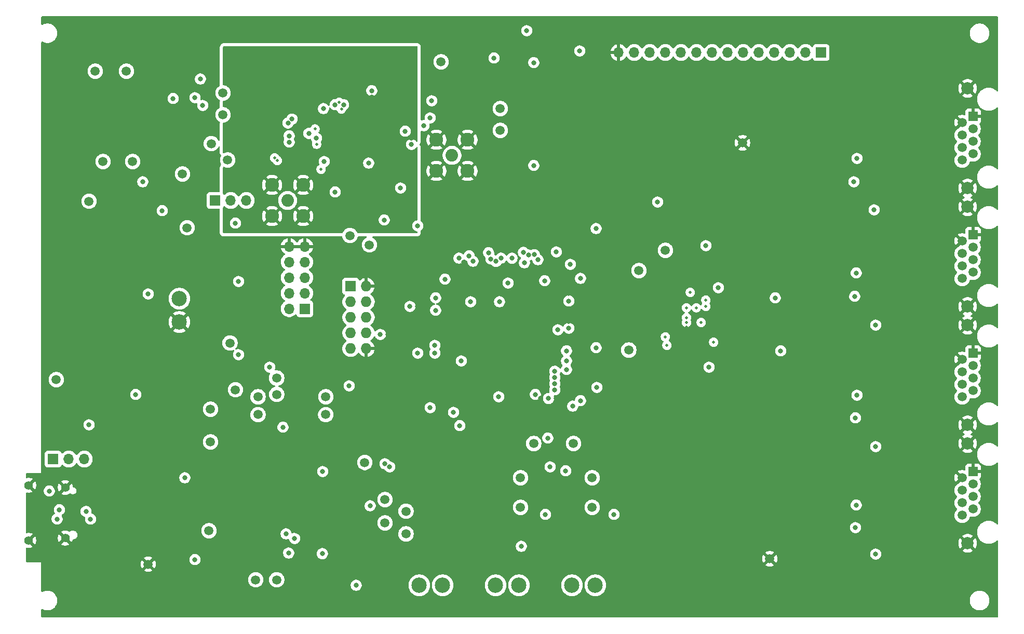
<source format=gbr>
G04 #@! TF.GenerationSoftware,KiCad,Pcbnew,9.0.0-9.0.0-2~ubuntu24.04.1*
G04 #@! TF.CreationDate,2025-03-10T11:07:58+01:00*
G04 #@! TF.ProjectId,Transmitter,5472616e-736d-4697-9474-65722e6b6963,rev?*
G04 #@! TF.SameCoordinates,Original*
G04 #@! TF.FileFunction,Copper,L2,Inr*
G04 #@! TF.FilePolarity,Positive*
%FSLAX46Y46*%
G04 Gerber Fmt 4.6, Leading zero omitted, Abs format (unit mm)*
G04 Created by KiCad (PCBNEW 9.0.0-9.0.0-2~ubuntu24.04.1) date 2025-03-10 11:07:58*
%MOMM*%
%LPD*%
G01*
G04 APERTURE LIST*
G04 #@! TA.AperFunction,ComponentPad*
%ADD10C,2.500000*%
G04 #@! TD*
G04 #@! TA.AperFunction,ComponentPad*
%ADD11R,1.700000X1.700000*%
G04 #@! TD*
G04 #@! TA.AperFunction,ComponentPad*
%ADD12O,1.700000X1.700000*%
G04 #@! TD*
G04 #@! TA.AperFunction,ComponentPad*
%ADD13R,1.727200X1.727200*%
G04 #@! TD*
G04 #@! TA.AperFunction,ComponentPad*
%ADD14O,1.727200X1.727200*%
G04 #@! TD*
G04 #@! TA.AperFunction,ComponentPad*
%ADD15C,1.500000*%
G04 #@! TD*
G04 #@! TA.AperFunction,ComponentPad*
%ADD16R,1.500000X1.500000*%
G04 #@! TD*
G04 #@! TA.AperFunction,ComponentPad*
%ADD17C,2.000000*%
G04 #@! TD*
G04 #@! TA.AperFunction,ComponentPad*
%ADD18C,2.050000*%
G04 #@! TD*
G04 #@! TA.AperFunction,ComponentPad*
%ADD19C,2.250000*%
G04 #@! TD*
G04 #@! TA.AperFunction,ComponentPad*
%ADD20C,1.400000*%
G04 #@! TD*
G04 #@! TA.AperFunction,ViaPad*
%ADD21C,0.800000*%
G04 #@! TD*
G04 #@! TA.AperFunction,ViaPad*
%ADD22C,0.500000*%
G04 #@! TD*
G04 #@! TA.AperFunction,ViaPad*
%ADD23C,1.500000*%
G04 #@! TD*
G04 APERTURE END LIST*
D10*
X80518000Y-100838000D03*
X80518000Y-97028000D03*
D11*
X86360000Y-81026000D03*
D12*
X88900000Y-81026000D03*
X91440000Y-81026000D03*
D13*
X108458000Y-94996000D03*
D14*
X110998000Y-94996000D03*
X108458000Y-97536000D03*
X110998000Y-97536000D03*
X108458000Y-100076000D03*
X110998000Y-100076000D03*
X108458000Y-102616000D03*
X110998000Y-102616000D03*
X108458000Y-105156000D03*
X110998000Y-105156000D03*
D10*
X123444000Y-143764000D03*
X119634000Y-143764000D03*
X135890000Y-143764000D03*
X132080000Y-143764000D03*
D15*
X88773000Y-104267000D03*
X85598000Y-115062000D03*
X60452000Y-110236000D03*
X123190000Y-58420000D03*
X132842000Y-66040000D03*
X111506000Y-88265000D03*
X147828000Y-126238000D03*
X144780000Y-120650000D03*
X136144000Y-126238000D03*
X147828000Y-131064000D03*
X138303000Y-120650000D03*
X155448000Y-92456000D03*
X153797000Y-105410000D03*
X159766000Y-89154000D03*
D16*
X209931000Y-125222000D03*
D15*
X208151000Y-126242000D03*
X209931000Y-127262000D03*
X208151000Y-128282000D03*
X209931000Y-129302000D03*
X208151000Y-130322000D03*
X209931000Y-131342000D03*
X208151000Y-132362000D03*
D17*
X209041000Y-120652000D03*
X209041000Y-136912000D03*
D16*
X209931000Y-86614000D03*
D15*
X208151000Y-87634000D03*
X209931000Y-88654000D03*
X208151000Y-89674000D03*
X209931000Y-90694000D03*
X208151000Y-91714000D03*
X209931000Y-92734000D03*
X208151000Y-93754000D03*
D17*
X209041000Y-82044000D03*
X209041000Y-98304000D03*
D16*
X209931000Y-105918000D03*
D15*
X208151000Y-106938000D03*
X209931000Y-107958000D03*
X208151000Y-108978000D03*
X209931000Y-109998000D03*
X208151000Y-111018000D03*
X209931000Y-112038000D03*
X208151000Y-113058000D03*
D17*
X209041000Y-101348000D03*
X209041000Y-117608000D03*
D15*
X114046000Y-133604000D03*
X96393000Y-142875000D03*
X110744000Y-123748800D03*
X85598000Y-120396000D03*
X85344000Y-134874000D03*
X114046000Y-129794000D03*
X117475000Y-135382000D03*
X93345000Y-115938300D03*
X117475000Y-131699000D03*
X92964000Y-142875000D03*
X108331000Y-86741000D03*
D11*
X100965000Y-98679000D03*
D12*
X98425000Y-98679000D03*
X100965000Y-96139000D03*
X98425000Y-96139000D03*
X100965000Y-93599000D03*
X98425000Y-93599000D03*
X100965000Y-91059000D03*
X98425000Y-91059000D03*
X100965000Y-88519000D03*
X98425000Y-88519000D03*
D18*
X124968000Y-73660000D03*
D19*
X122428000Y-71120000D03*
X122428000Y-76200000D03*
X127508000Y-71120000D03*
X127508000Y-76200000D03*
D15*
X104381300Y-115938300D03*
X104394000Y-113030000D03*
X93345000Y-113030000D03*
X65786000Y-81153000D03*
X81788000Y-85471000D03*
X81026000Y-76708000D03*
D11*
X59944000Y-123190000D03*
D12*
X62484000Y-123190000D03*
X65024000Y-123190000D03*
D11*
X185166000Y-56896000D03*
D12*
X182626000Y-56896000D03*
X180086000Y-56896000D03*
X177546000Y-56896000D03*
X175006000Y-56896000D03*
X172466000Y-56896000D03*
X169926000Y-56896000D03*
X167386000Y-56896000D03*
X164846000Y-56896000D03*
X162306000Y-56896000D03*
X159766000Y-56896000D03*
X157226000Y-56896000D03*
X154686000Y-56896000D03*
X152146000Y-56896000D03*
D15*
X136144000Y-131064000D03*
D10*
X148336000Y-143764000D03*
X144526000Y-143764000D03*
D15*
X87630000Y-63500000D03*
X66802000Y-59944000D03*
X71882000Y-59944000D03*
X87630000Y-67056000D03*
D20*
X55961000Y-127463000D03*
X61911000Y-127823000D03*
X61911000Y-136083000D03*
X55961000Y-136443000D03*
D15*
X75438000Y-140335000D03*
X176784000Y-139446000D03*
X172339000Y-71628000D03*
X132842000Y-69596000D03*
D18*
X98171000Y-81026000D03*
D19*
X100711000Y-83566000D03*
X100711000Y-78486000D03*
X95631000Y-83566000D03*
X95631000Y-78486000D03*
D16*
X209931000Y-67310000D03*
D15*
X208151000Y-68330000D03*
X209931000Y-69350000D03*
X208151000Y-70370000D03*
X209931000Y-71390000D03*
X208151000Y-72410000D03*
X209931000Y-73430000D03*
X208151000Y-74450000D03*
D17*
X209041000Y-62740000D03*
X209041000Y-79000000D03*
D21*
X79248000Y-61214000D03*
X56515000Y-138811000D03*
X70104000Y-134493000D03*
X70104000Y-129794000D03*
X111633000Y-129032000D03*
X100834000Y-138561000D03*
X95631000Y-127127000D03*
X169545000Y-85598000D03*
D22*
X158369000Y-96901000D03*
D21*
X93218000Y-135255000D03*
X134112000Y-113030000D03*
D22*
X163195000Y-101714000D03*
D21*
X137906880Y-85455880D03*
X120396000Y-82550000D03*
X161671000Y-88392000D03*
X61214000Y-119888000D03*
X136525000Y-94234000D03*
X65278000Y-66802000D03*
X139446000Y-113299000D03*
X196646800Y-91973400D03*
X132588000Y-132080000D03*
X161036000Y-92202000D03*
X144018000Y-96139000D03*
X88265000Y-126111000D03*
X131826000Y-62230000D03*
X59436000Y-70104000D03*
D23*
X62103000Y-106426000D03*
D21*
X90932000Y-143637000D03*
X93075880Y-130825120D03*
X125603000Y-96139000D03*
X123952000Y-60198000D03*
X59436000Y-57404000D03*
X188976000Y-70866000D03*
X166878000Y-106426000D03*
X121539000Y-62992000D03*
X130556000Y-94234000D03*
X139065000Y-130302000D03*
X93853000Y-121539000D03*
X109347000Y-120777000D03*
X188976000Y-109474000D03*
X128651000Y-132080000D03*
X74676000Y-70104000D03*
D23*
X85725000Y-106299000D03*
D21*
X140462000Y-90805000D03*
X126873000Y-91059000D03*
X72009000Y-85852000D03*
X88392000Y-87630000D03*
X196494400Y-129616200D03*
D23*
X100584000Y-132842000D03*
D21*
X144272000Y-59563000D03*
X79756000Y-111125000D03*
X177673000Y-98806000D03*
X125603000Y-86487000D03*
X103886000Y-144272000D03*
X147320000Y-89916000D03*
X72390000Y-87503000D03*
X68707000Y-121285000D03*
X121031000Y-58801000D03*
X143129000Y-121793000D03*
D22*
X164795000Y-100163999D03*
D21*
X59436000Y-77978000D03*
D23*
X75184000Y-103886000D03*
D21*
X111760000Y-136525000D03*
X93319880Y-137261880D03*
X196596000Y-111810800D03*
X152146000Y-114046000D03*
X101473000Y-115951000D03*
X128778000Y-59436000D03*
D23*
X134874000Y-103632000D03*
D21*
X72009000Y-83058000D03*
X141986000Y-113299000D03*
X141986000Y-127000000D03*
X188976000Y-89662000D03*
X65786000Y-87376000D03*
X124333000Y-132080000D03*
D22*
X160795000Y-96914000D03*
D21*
X157861000Y-85598000D03*
X106553000Y-129540000D03*
X188976000Y-127254000D03*
X144018000Y-100711000D03*
X79121000Y-77978000D03*
X119888000Y-114808000D03*
X195580000Y-101346000D03*
X147574000Y-106934000D03*
X87122000Y-135890000D03*
X137033000Y-56134000D03*
X128016000Y-116586000D03*
X59436000Y-90678000D03*
X102870000Y-126873000D03*
X196723000Y-73253600D03*
X152019000Y-107950000D03*
D23*
X76327000Y-100457000D03*
D21*
X94361000Y-133858000D03*
X195326000Y-82550000D03*
X119380000Y-98298000D03*
X171958000Y-104394000D03*
X69342000Y-116332000D03*
X195580000Y-138684000D03*
X114554000Y-102870000D03*
D23*
X62230000Y-100076000D03*
D21*
X195580000Y-121158000D03*
X83947000Y-61214000D03*
X79502000Y-64389000D03*
X145923000Y-113665000D03*
X140970000Y-124460000D03*
X81407000Y-126238000D03*
X194056000Y-121158000D03*
X122301000Y-96901000D03*
D23*
X85725000Y-71755000D03*
D21*
X125222000Y-115570000D03*
X103886000Y-125222000D03*
X140589000Y-119761000D03*
X136779000Y-91186000D03*
X140081000Y-94107000D03*
X111633000Y-130810000D03*
X140716000Y-113299000D03*
X191008000Y-74168000D03*
X131826000Y-57785000D03*
X132588000Y-113030000D03*
X193802000Y-82550000D03*
X134112000Y-94488000D03*
X143510000Y-125095000D03*
X145796000Y-56642000D03*
X194056000Y-101346000D03*
X121412000Y-114808000D03*
X144018000Y-97409000D03*
X123825000Y-93853000D03*
D23*
X96393000Y-109982000D03*
D21*
X122174000Y-105918000D03*
X177673000Y-96901000D03*
X190881000Y-130683000D03*
D23*
X96393000Y-112649000D03*
D21*
X98334000Y-138517000D03*
X90170000Y-94234000D03*
X190881000Y-92837000D03*
X119380000Y-105918000D03*
X103834000Y-138609000D03*
D23*
X68072000Y-74676000D03*
D21*
X144653000Y-114554000D03*
X118110000Y-98298000D03*
X109347000Y-143764000D03*
X74549000Y-77978000D03*
X191008000Y-112776000D03*
X166370000Y-88392000D03*
X140208000Y-132207000D03*
X151384000Y-132207000D03*
D23*
X72898000Y-74676000D03*
D21*
X168402000Y-95250000D03*
X97409000Y-117983000D03*
X166878000Y-108204000D03*
D23*
X88392000Y-74422000D03*
D21*
X83058000Y-139573000D03*
X144272000Y-91440000D03*
X122301000Y-98933000D03*
X145923000Y-93726000D03*
D22*
X166370000Y-98298000D03*
D21*
X126238000Y-117729000D03*
X194056000Y-138684000D03*
X126111000Y-90424000D03*
D23*
X89662000Y-111887000D03*
D21*
X144018000Y-101854000D03*
X73406000Y-112649000D03*
X65786000Y-117602000D03*
X111887000Y-63119000D03*
X148590000Y-111506000D03*
D22*
X103632000Y-75946000D03*
D21*
X113919000Y-84201000D03*
X105918000Y-65405000D03*
D22*
X102890000Y-71862000D03*
D21*
X118364000Y-71882000D03*
X105918000Y-79629000D03*
X119380000Y-85163002D03*
D22*
X102636000Y-69362000D03*
D21*
X117348000Y-69723000D03*
X111379000Y-74930000D03*
X107296000Y-65405000D03*
X121666000Y-64770000D03*
X75438000Y-96266000D03*
X95250000Y-108204000D03*
X137160000Y-53340000D03*
X90170000Y-106172000D03*
X158496000Y-81280000D03*
X77724000Y-82677000D03*
X126492000Y-107188000D03*
X108204000Y-111252000D03*
X106250620Y-77802620D03*
X111887000Y-64135000D03*
D22*
X101727000Y-74930000D03*
D21*
X102870000Y-66675000D03*
X95377000Y-72517000D03*
X109474000Y-77901800D03*
X94234000Y-73914000D03*
X114173000Y-64973200D03*
D23*
X107696000Y-70612000D03*
D21*
X115138200Y-73837800D03*
X114300000Y-57912000D03*
X108458000Y-83653000D03*
X118364000Y-70866000D03*
X115163600Y-70053200D03*
X100330000Y-69342000D03*
X104648000Y-63373000D03*
X109347000Y-57277000D03*
X101619074Y-70084926D03*
X98420347Y-70480347D03*
X102878105Y-70857895D03*
X98425000Y-71501000D03*
D22*
X163195000Y-98514000D03*
X163830000Y-96012000D03*
X164795000Y-98514000D03*
X167640000Y-104140000D03*
X166370000Y-97276500D03*
X165595000Y-100914000D03*
X160020000Y-104648000D03*
D21*
X66040000Y-132969000D03*
X60960000Y-131445000D03*
X65299807Y-131729046D03*
X141732000Y-111887000D03*
X141732000Y-110871000D03*
X141732000Y-109870997D03*
X141732000Y-108870994D03*
X59309000Y-128397000D03*
X60579000Y-132969000D03*
X142240000Y-102108000D03*
X89662000Y-84709000D03*
X128016000Y-97536000D03*
X132715000Y-97536000D03*
X122174000Y-104656990D03*
X113284000Y-102870000D03*
X127762000Y-90043000D03*
X128399000Y-90932000D03*
X130937000Y-89535000D03*
X131318000Y-90551000D03*
X132145347Y-90964673D03*
X132974000Y-90424000D03*
X134769620Y-90431620D03*
X136611120Y-89479120D03*
X137423623Y-89921236D03*
X138409377Y-89854722D03*
X138974000Y-90678000D03*
X141986000Y-89408000D03*
X136271000Y-137414000D03*
X121412000Y-67564000D03*
X120396000Y-68834000D03*
X84328000Y-65532000D03*
X83058000Y-64262000D03*
X98224963Y-68399037D03*
D22*
X96045029Y-74074029D03*
D21*
X98879037Y-67744963D03*
D22*
X96486971Y-74515971D03*
D21*
X148463000Y-105029000D03*
X138303000Y-75311000D03*
X138303000Y-58547000D03*
X104140000Y-74676000D03*
X148463000Y-85598000D03*
X116586000Y-78994000D03*
X99314000Y-136144000D03*
X114808000Y-124460000D03*
X114038352Y-123946902D03*
X97917000Y-135382000D03*
D22*
X159766000Y-103251000D03*
X163195000Y-100914000D03*
X163195000Y-100114000D03*
D21*
X190754000Y-116459000D03*
X190754000Y-134366000D03*
X190500000Y-77978000D03*
X190627000Y-96647000D03*
X138557000Y-112649000D03*
X178562000Y-105537000D03*
X143637000Y-108585000D03*
X104013000Y-66040000D03*
X143637000Y-107188000D03*
D22*
X106582559Y-65006265D03*
D21*
X143637000Y-105537000D03*
D22*
X106946000Y-66108386D03*
G04 #@! TA.AperFunction,Conductor*
G36*
X58500000Y-127976074D02*
G01*
X58435414Y-128131996D01*
X58400500Y-128307518D01*
X58400500Y-128486481D01*
X58402429Y-128496178D01*
X58435413Y-128662000D01*
X58500000Y-128817925D01*
X58500000Y-140000000D01*
X55626000Y-140000000D01*
X55557879Y-139979998D01*
X55511386Y-139926342D01*
X55500000Y-139874000D01*
X55500000Y-137736802D01*
X55520002Y-137668681D01*
X55573658Y-137622188D01*
X55643932Y-137612084D01*
X55664942Y-137616971D01*
X55678120Y-137621253D01*
X55865931Y-137651000D01*
X56056069Y-137651000D01*
X56243877Y-137621253D01*
X56424712Y-137562496D01*
X56594121Y-137476178D01*
X56594134Y-137476170D01*
X56617779Y-137458990D01*
X56617779Y-137458989D01*
X56126772Y-136967983D01*
X56173292Y-136955518D01*
X56298708Y-136883110D01*
X56401110Y-136780708D01*
X56473518Y-136655292D01*
X56485982Y-136608773D01*
X56976988Y-137099779D01*
X56976990Y-137099779D01*
X56994170Y-137076134D01*
X56994178Y-137076121D01*
X57080496Y-136906712D01*
X57139253Y-136725877D01*
X57169000Y-136538068D01*
X57169000Y-136347931D01*
X57139253Y-136160122D01*
X57080497Y-135979290D01*
X56994172Y-135809868D01*
X56994171Y-135809866D01*
X56976990Y-135786219D01*
X56485982Y-136277226D01*
X56473518Y-136230708D01*
X56401110Y-136105292D01*
X56298708Y-136002890D01*
X56173292Y-135930482D01*
X56126772Y-135918017D01*
X56617779Y-135427010D01*
X56617779Y-135427008D01*
X56594134Y-135409828D01*
X56424709Y-135323502D01*
X56243877Y-135264746D01*
X56056069Y-135235000D01*
X55865931Y-135235000D01*
X55678121Y-135264746D01*
X55664934Y-135269031D01*
X55593966Y-135271057D01*
X55533169Y-135234393D01*
X55501845Y-135170680D01*
X55500000Y-135149197D01*
X55500000Y-128756802D01*
X55520002Y-128688681D01*
X55573658Y-128642188D01*
X55643932Y-128632084D01*
X55664942Y-128636971D01*
X55678120Y-128641253D01*
X55865931Y-128671000D01*
X56056069Y-128671000D01*
X56243877Y-128641253D01*
X56424712Y-128582496D01*
X56594121Y-128496178D01*
X56594134Y-128496170D01*
X56617779Y-128478990D01*
X56617779Y-128478989D01*
X56126772Y-127987983D01*
X56173292Y-127975518D01*
X56298708Y-127903110D01*
X56401110Y-127800708D01*
X56473518Y-127675292D01*
X56485982Y-127628773D01*
X56976988Y-128119779D01*
X56976990Y-128119779D01*
X56994170Y-128096134D01*
X56994178Y-128096121D01*
X57080496Y-127926712D01*
X57139253Y-127745877D01*
X57169000Y-127558068D01*
X57169000Y-127367931D01*
X57139253Y-127180122D01*
X57080497Y-126999290D01*
X56994172Y-126829868D01*
X56994171Y-126829866D01*
X56976990Y-126806219D01*
X56485982Y-127297226D01*
X56473518Y-127250708D01*
X56401110Y-127125292D01*
X56298708Y-127022890D01*
X56173292Y-126950482D01*
X56126772Y-126938017D01*
X56617779Y-126447010D01*
X56617779Y-126447008D01*
X56594134Y-126429828D01*
X56424709Y-126343502D01*
X56243877Y-126284746D01*
X56056069Y-126255000D01*
X55865931Y-126255000D01*
X55678121Y-126284746D01*
X55664934Y-126289031D01*
X55593966Y-126291057D01*
X55533169Y-126254393D01*
X55501845Y-126190680D01*
X55500000Y-126169197D01*
X55500000Y-125626000D01*
X55520002Y-125557879D01*
X55573658Y-125511386D01*
X55626000Y-125500000D01*
X58000000Y-125500000D01*
X58500000Y-125500000D01*
X58500000Y-127976074D01*
G37*
G04 #@! TD.AperFunction*
G04 #@! TA.AperFunction,Conductor*
G36*
X119322121Y-55900002D02*
G01*
X119368614Y-55953658D01*
X119380000Y-56006000D01*
X119380000Y-71351928D01*
X119359998Y-71420049D01*
X119306342Y-71466542D01*
X119236068Y-71476646D01*
X119171488Y-71447152D01*
X119149235Y-71421930D01*
X119102461Y-71351928D01*
X119069678Y-71302865D01*
X118943135Y-71176322D01*
X118794336Y-71076898D01*
X118647766Y-71016186D01*
X118629003Y-71008414D01*
X118629001Y-71008413D01*
X118629000Y-71008413D01*
X118522309Y-70987191D01*
X118453481Y-70973500D01*
X118453479Y-70973500D01*
X118274521Y-70973500D01*
X118274518Y-70973500D01*
X118174350Y-70993425D01*
X118099000Y-71008413D01*
X118098999Y-71008413D01*
X118098996Y-71008414D01*
X117933662Y-71076899D01*
X117784869Y-71176319D01*
X117784862Y-71176324D01*
X117658324Y-71302862D01*
X117658319Y-71302869D01*
X117558899Y-71451662D01*
X117490414Y-71616996D01*
X117455500Y-71792518D01*
X117455500Y-71792521D01*
X117455500Y-71971479D01*
X117490413Y-72147000D01*
X117558898Y-72312336D01*
X117658322Y-72461135D01*
X117784865Y-72587678D01*
X117933664Y-72687102D01*
X118099000Y-72755587D01*
X118274521Y-72790500D01*
X118274522Y-72790500D01*
X118453478Y-72790500D01*
X118453479Y-72790500D01*
X118629000Y-72755587D01*
X118794336Y-72687102D01*
X118943135Y-72587678D01*
X119069678Y-72461135D01*
X119149235Y-72342068D01*
X119203711Y-72296542D01*
X119274155Y-72287693D01*
X119338199Y-72318334D01*
X119375510Y-72378736D01*
X119380000Y-72412071D01*
X119380000Y-84133297D01*
X119359998Y-84201418D01*
X119306342Y-84247911D01*
X119278582Y-84256876D01*
X119170072Y-84278460D01*
X119115000Y-84289415D01*
X119114998Y-84289415D01*
X119114997Y-84289416D01*
X118949662Y-84357901D01*
X118800869Y-84457321D01*
X118800862Y-84457326D01*
X118674324Y-84583864D01*
X118674319Y-84583871D01*
X118574899Y-84732664D01*
X118506414Y-84897998D01*
X118471500Y-85073520D01*
X118471500Y-85073523D01*
X118471500Y-85252481D01*
X118506413Y-85428002D01*
X118574898Y-85593338D01*
X118674322Y-85742137D01*
X118800865Y-85868680D01*
X118949664Y-85968104D01*
X119086628Y-86024837D01*
X119114997Y-86036588D01*
X119114998Y-86036588D01*
X119115000Y-86036589D01*
X119278581Y-86069127D01*
X119307163Y-86084078D01*
X119336512Y-86097482D01*
X119338398Y-86100417D01*
X119341491Y-86102035D01*
X119357456Y-86130072D01*
X119374896Y-86157208D01*
X119375567Y-86161875D01*
X119376623Y-86163730D01*
X119380000Y-86192706D01*
X119380000Y-86234000D01*
X119359998Y-86302121D01*
X119306342Y-86348614D01*
X119254000Y-86360000D01*
X109622015Y-86360000D01*
X109553894Y-86339998D01*
X109507401Y-86286342D01*
X109502188Y-86272953D01*
X109497298Y-86257903D01*
X109407366Y-86081402D01*
X109290930Y-85921142D01*
X109290928Y-85921139D01*
X109150860Y-85781071D01*
X108990601Y-85664636D01*
X108990600Y-85664635D01*
X108990598Y-85664634D01*
X108814097Y-85574702D01*
X108625700Y-85513488D01*
X108430046Y-85482500D01*
X108231954Y-85482500D01*
X108036300Y-85513488D01*
X108036297Y-85513488D01*
X108036296Y-85513489D01*
X107847903Y-85574702D01*
X107847901Y-85574703D01*
X107671398Y-85664636D01*
X107511139Y-85781071D01*
X107371071Y-85921139D01*
X107254636Y-86081398D01*
X107164703Y-86257900D01*
X107164702Y-86257902D01*
X107164702Y-86257903D01*
X107159816Y-86272938D01*
X107119746Y-86331541D01*
X107054349Y-86359179D01*
X107039985Y-86360000D01*
X87756000Y-86360000D01*
X87687879Y-86339998D01*
X87641386Y-86286342D01*
X87630000Y-86234000D01*
X87630000Y-84619518D01*
X88753500Y-84619518D01*
X88753500Y-84619521D01*
X88753500Y-84798479D01*
X88788413Y-84974000D01*
X88856898Y-85139336D01*
X88956322Y-85288135D01*
X89082865Y-85414678D01*
X89231664Y-85514102D01*
X89397000Y-85582587D01*
X89572521Y-85617500D01*
X89572522Y-85617500D01*
X89751478Y-85617500D01*
X89751479Y-85617500D01*
X89927000Y-85582587D01*
X90092336Y-85514102D01*
X90241135Y-85414678D01*
X90367678Y-85288135D01*
X90467102Y-85139336D01*
X90535587Y-84974000D01*
X90570500Y-84798479D01*
X90570500Y-84619521D01*
X90535587Y-84444000D01*
X90467102Y-84278664D01*
X90367678Y-84129865D01*
X90241135Y-84003322D01*
X90092336Y-83903898D01*
X89975429Y-83855473D01*
X89927003Y-83835414D01*
X89927001Y-83835413D01*
X89927000Y-83835413D01*
X89819027Y-83813936D01*
X89751481Y-83800500D01*
X89751479Y-83800500D01*
X89572521Y-83800500D01*
X89572518Y-83800500D01*
X89441771Y-83826507D01*
X89397000Y-83835413D01*
X89396999Y-83835413D01*
X89396996Y-83835414D01*
X89231662Y-83903899D01*
X89082869Y-84003319D01*
X89082862Y-84003324D01*
X88956324Y-84129862D01*
X88956319Y-84129869D01*
X88856899Y-84278662D01*
X88788414Y-84443996D01*
X88753500Y-84619518D01*
X87630000Y-84619518D01*
X87630000Y-83437482D01*
X93998000Y-83437482D01*
X93998000Y-83694517D01*
X94038210Y-83948399D01*
X94117637Y-84192850D01*
X94117640Y-84192856D01*
X94234333Y-84421878D01*
X94310742Y-84527045D01*
X94310743Y-84527045D01*
X94875227Y-83962560D01*
X94877740Y-83968626D01*
X94970762Y-84107844D01*
X95089156Y-84226238D01*
X95228374Y-84319260D01*
X95234437Y-84321771D01*
X94669953Y-84886255D01*
X94669953Y-84886256D01*
X94775121Y-84962666D01*
X95004143Y-85079359D01*
X95004149Y-85079362D01*
X95248600Y-85158789D01*
X95502482Y-85199000D01*
X95759518Y-85199000D01*
X96013399Y-85158789D01*
X96257850Y-85079362D01*
X96257856Y-85079359D01*
X96486877Y-84962667D01*
X96592046Y-84886256D01*
X96027562Y-84321771D01*
X96033626Y-84319260D01*
X96172844Y-84226238D01*
X96291238Y-84107844D01*
X96384260Y-83968626D01*
X96386771Y-83962561D01*
X96951256Y-84527046D01*
X97027667Y-84421877D01*
X97144359Y-84192856D01*
X97144362Y-84192850D01*
X97223789Y-83948399D01*
X97264000Y-83694517D01*
X97264000Y-83437482D01*
X99078000Y-83437482D01*
X99078000Y-83694517D01*
X99118210Y-83948399D01*
X99197637Y-84192850D01*
X99197640Y-84192856D01*
X99314333Y-84421878D01*
X99390742Y-84527045D01*
X99390743Y-84527045D01*
X99955227Y-83962560D01*
X99957740Y-83968626D01*
X100050762Y-84107844D01*
X100169156Y-84226238D01*
X100308374Y-84319260D01*
X100314437Y-84321771D01*
X99749953Y-84886255D01*
X99749953Y-84886256D01*
X99855121Y-84962666D01*
X100084143Y-85079359D01*
X100084149Y-85079362D01*
X100328600Y-85158789D01*
X100582482Y-85199000D01*
X100839518Y-85199000D01*
X101093399Y-85158789D01*
X101337850Y-85079362D01*
X101337856Y-85079359D01*
X101566877Y-84962667D01*
X101672046Y-84886256D01*
X101107562Y-84321771D01*
X101113626Y-84319260D01*
X101252844Y-84226238D01*
X101371238Y-84107844D01*
X101464260Y-83968626D01*
X101466771Y-83962561D01*
X102031256Y-84527046D01*
X102107667Y-84421877D01*
X102224359Y-84192856D01*
X102224362Y-84192850D01*
X102250789Y-84111518D01*
X113010500Y-84111518D01*
X113010500Y-84111521D01*
X113010500Y-84290479D01*
X113045413Y-84466000D01*
X113113898Y-84631336D01*
X113213322Y-84780135D01*
X113339865Y-84906678D01*
X113488664Y-85006102D01*
X113654000Y-85074587D01*
X113829521Y-85109500D01*
X113829522Y-85109500D01*
X114008478Y-85109500D01*
X114008479Y-85109500D01*
X114184000Y-85074587D01*
X114349336Y-85006102D01*
X114498135Y-84906678D01*
X114624678Y-84780135D01*
X114724102Y-84631336D01*
X114792587Y-84466000D01*
X114827500Y-84290479D01*
X114827500Y-84111521D01*
X114792587Y-83936000D01*
X114724102Y-83770664D01*
X114624678Y-83621865D01*
X114498135Y-83495322D01*
X114349336Y-83395898D01*
X114232429Y-83347473D01*
X114184003Y-83327414D01*
X114184001Y-83327413D01*
X114184000Y-83327413D01*
X114095645Y-83309838D01*
X114008481Y-83292500D01*
X114008479Y-83292500D01*
X113829521Y-83292500D01*
X113829518Y-83292500D01*
X113701001Y-83318064D01*
X113654000Y-83327413D01*
X113653999Y-83327413D01*
X113653996Y-83327414D01*
X113488662Y-83395899D01*
X113339869Y-83495319D01*
X113339862Y-83495324D01*
X113213324Y-83621862D01*
X113213319Y-83621869D01*
X113113899Y-83770662D01*
X113045414Y-83935996D01*
X113010500Y-84111518D01*
X102250789Y-84111518D01*
X102265450Y-84066395D01*
X102265450Y-84066394D01*
X102303790Y-83948397D01*
X102344000Y-83694517D01*
X102344000Y-83437482D01*
X102303789Y-83183600D01*
X102224362Y-82939149D01*
X102224359Y-82939143D01*
X102107666Y-82710121D01*
X102031256Y-82604953D01*
X102031255Y-82604953D01*
X101466771Y-83169437D01*
X101464260Y-83163374D01*
X101371238Y-83024156D01*
X101252844Y-82905762D01*
X101113626Y-82812740D01*
X101107561Y-82810227D01*
X101672045Y-82245743D01*
X101672045Y-82245742D01*
X101566878Y-82169333D01*
X101337856Y-82052640D01*
X101337850Y-82052637D01*
X101093399Y-81973210D01*
X100839518Y-81933000D01*
X100582482Y-81933000D01*
X100328600Y-81973210D01*
X100084149Y-82052637D01*
X100084143Y-82052640D01*
X99855117Y-82169335D01*
X99749953Y-82245741D01*
X99749953Y-82245743D01*
X100314438Y-82810228D01*
X100308374Y-82812740D01*
X100169156Y-82905762D01*
X100050762Y-83024156D01*
X99957740Y-83163374D01*
X99955228Y-83169438D01*
X99390743Y-82604953D01*
X99390741Y-82604953D01*
X99314335Y-82710117D01*
X99197640Y-82939143D01*
X99197637Y-82939149D01*
X99118210Y-83183600D01*
X99078000Y-83437482D01*
X97264000Y-83437482D01*
X97223789Y-83183600D01*
X97144362Y-82939149D01*
X97144359Y-82939143D01*
X97027666Y-82710121D01*
X96951256Y-82604953D01*
X96951255Y-82604953D01*
X96386771Y-83169437D01*
X96384260Y-83163374D01*
X96291238Y-83024156D01*
X96172844Y-82905762D01*
X96033626Y-82812740D01*
X96027561Y-82810227D01*
X96592045Y-82245743D01*
X96592045Y-82245742D01*
X96486878Y-82169333D01*
X96257856Y-82052640D01*
X96257850Y-82052637D01*
X96013399Y-81973210D01*
X95759518Y-81933000D01*
X95502482Y-81933000D01*
X95248600Y-81973210D01*
X95004149Y-82052637D01*
X95004143Y-82052640D01*
X94775117Y-82169335D01*
X94669953Y-82245741D01*
X94669953Y-82245743D01*
X95234438Y-82810228D01*
X95228374Y-82812740D01*
X95089156Y-82905762D01*
X94970762Y-83024156D01*
X94877740Y-83163374D01*
X94875228Y-83169438D01*
X94310743Y-82604953D01*
X94310741Y-82604953D01*
X94234335Y-82710117D01*
X94117640Y-82939143D01*
X94117637Y-82939149D01*
X94038210Y-83183600D01*
X93998000Y-83437482D01*
X87630000Y-83437482D01*
X87630000Y-82205403D01*
X87640082Y-82156017D01*
X87646032Y-82142049D01*
X87660889Y-82122204D01*
X87705883Y-82001570D01*
X87707005Y-81998938D01*
X87727799Y-81973658D01*
X87747414Y-81947456D01*
X87750210Y-81946413D01*
X87752107Y-81944107D01*
X87783276Y-81934079D01*
X87813934Y-81922645D01*
X87816849Y-81923279D01*
X87819692Y-81922365D01*
X87851328Y-81930779D01*
X87883308Y-81937736D01*
X87886517Y-81940138D01*
X87888304Y-81940614D01*
X87890785Y-81943334D01*
X87912018Y-81959229D01*
X88014990Y-82062201D01*
X88014993Y-82062203D01*
X88014996Y-82062206D01*
X88187991Y-82187894D01*
X88378517Y-82284972D01*
X88581878Y-82351047D01*
X88581879Y-82351047D01*
X88581884Y-82351049D01*
X88793084Y-82384500D01*
X88793087Y-82384500D01*
X89006913Y-82384500D01*
X89006916Y-82384500D01*
X89218116Y-82351049D01*
X89421483Y-82284972D01*
X89612009Y-82187894D01*
X89785004Y-82062206D01*
X89936206Y-81911004D01*
X90061894Y-81738009D01*
X90061899Y-81737997D01*
X90062561Y-81736920D01*
X90062924Y-81736591D01*
X90064804Y-81734004D01*
X90065347Y-81734398D01*
X90115204Y-81689283D01*
X90185244Y-81677670D01*
X90250445Y-81705766D01*
X90275021Y-81734130D01*
X90275196Y-81734004D01*
X90276668Y-81736030D01*
X90277439Y-81736920D01*
X90278105Y-81738007D01*
X90278106Y-81738009D01*
X90403794Y-81911004D01*
X90403796Y-81911006D01*
X90403798Y-81911009D01*
X90554990Y-82062201D01*
X90554993Y-82062203D01*
X90554996Y-82062206D01*
X90727991Y-82187894D01*
X90918517Y-82284972D01*
X91121878Y-82351047D01*
X91121879Y-82351047D01*
X91121884Y-82351049D01*
X91333084Y-82384500D01*
X91333087Y-82384500D01*
X91546913Y-82384500D01*
X91546916Y-82384500D01*
X91758116Y-82351049D01*
X91961483Y-82284972D01*
X92152009Y-82187894D01*
X92325004Y-82062206D01*
X92476206Y-81911004D01*
X92601894Y-81738009D01*
X92698972Y-81547483D01*
X92765049Y-81344116D01*
X92798500Y-81132916D01*
X92798500Y-80919084D01*
X92796319Y-80905311D01*
X96637500Y-80905311D01*
X96637500Y-81146689D01*
X96675260Y-81385095D01*
X96675261Y-81385100D01*
X96728023Y-81547484D01*
X96749850Y-81614660D01*
X96812701Y-81738012D01*
X96859435Y-81829732D01*
X97001313Y-82025010D01*
X97171989Y-82195686D01*
X97294878Y-82284970D01*
X97367271Y-82337567D01*
X97582340Y-82447150D01*
X97811905Y-82521740D01*
X98050311Y-82559500D01*
X98050314Y-82559500D01*
X98291686Y-82559500D01*
X98291689Y-82559500D01*
X98530095Y-82521740D01*
X98759660Y-82447150D01*
X98974729Y-82337567D01*
X99170008Y-82195688D01*
X99340688Y-82025008D01*
X99482567Y-81829729D01*
X99592150Y-81614660D01*
X99666740Y-81385095D01*
X99704500Y-81146689D01*
X99704500Y-80905311D01*
X99666740Y-80666905D01*
X99592150Y-80437340D01*
X99482567Y-80222271D01*
X99410893Y-80123621D01*
X99340686Y-80026989D01*
X99170016Y-79856319D01*
X99170007Y-79856311D01*
X98974732Y-79714435D01*
X98974731Y-79714434D01*
X98974729Y-79714433D01*
X98759660Y-79604850D01*
X98759657Y-79604849D01*
X98759655Y-79604848D01*
X98530100Y-79530261D01*
X98530096Y-79530260D01*
X98530095Y-79530260D01*
X98291689Y-79492500D01*
X98050311Y-79492500D01*
X97811905Y-79530260D01*
X97811899Y-79530261D01*
X97582344Y-79604848D01*
X97582338Y-79604851D01*
X97367267Y-79714435D01*
X97171989Y-79856313D01*
X97001313Y-80026989D01*
X96859435Y-80222267D01*
X96749851Y-80437338D01*
X96749848Y-80437344D01*
X96675261Y-80666899D01*
X96675260Y-80666904D01*
X96675260Y-80666905D01*
X96637500Y-80905311D01*
X92796319Y-80905311D01*
X92765049Y-80707884D01*
X92698972Y-80504517D01*
X92601894Y-80313991D01*
X92476206Y-80140996D01*
X92476203Y-80140993D01*
X92476201Y-80140990D01*
X92325009Y-79989798D01*
X92325006Y-79989796D01*
X92325004Y-79989794D01*
X92156800Y-79867587D01*
X92152012Y-79864108D01*
X92152011Y-79864107D01*
X92152009Y-79864106D01*
X91961483Y-79767028D01*
X91961480Y-79767027D01*
X91961478Y-79767026D01*
X91758120Y-79700952D01*
X91758123Y-79700952D01*
X91718801Y-79694724D01*
X91546916Y-79667500D01*
X91333084Y-79667500D01*
X91129909Y-79699680D01*
X91121878Y-79700952D01*
X90918521Y-79767026D01*
X90918515Y-79767029D01*
X90727987Y-79864108D01*
X90554993Y-79989796D01*
X90554990Y-79989798D01*
X90403798Y-80140990D01*
X90403796Y-80140993D01*
X90278108Y-80313987D01*
X90277434Y-80315088D01*
X90277068Y-80315418D01*
X90275196Y-80317996D01*
X90274654Y-80317602D01*
X90224787Y-80362721D01*
X90154745Y-80374328D01*
X90089547Y-80346226D01*
X90064976Y-80317870D01*
X90064804Y-80317996D01*
X90063341Y-80315982D01*
X90062566Y-80315088D01*
X90061896Y-80313996D01*
X90061894Y-80313991D01*
X89936206Y-80140996D01*
X89936203Y-80140993D01*
X89936201Y-80140990D01*
X89785009Y-79989798D01*
X89785006Y-79989796D01*
X89785004Y-79989794D01*
X89616800Y-79867587D01*
X89612012Y-79864108D01*
X89612011Y-79864107D01*
X89612009Y-79864106D01*
X89421483Y-79767028D01*
X89421480Y-79767027D01*
X89421478Y-79767026D01*
X89218120Y-79700952D01*
X89218123Y-79700952D01*
X89178801Y-79694724D01*
X89006916Y-79667500D01*
X88793084Y-79667500D01*
X88589909Y-79699680D01*
X88581878Y-79700952D01*
X88378521Y-79767026D01*
X88378515Y-79767029D01*
X88187987Y-79864108D01*
X88014995Y-79989794D01*
X87912018Y-80092771D01*
X87883288Y-80108458D01*
X87855310Y-80125442D01*
X87852325Y-80125365D01*
X87849706Y-80126796D01*
X87817060Y-80124460D01*
X87784336Y-80123621D01*
X87781866Y-80121942D01*
X87778890Y-80121730D01*
X87752689Y-80102117D01*
X87725614Y-80083719D01*
X87723719Y-80080430D01*
X87722054Y-80079184D01*
X87707005Y-80053061D01*
X87705880Y-80050421D01*
X87660889Y-79929796D01*
X87646034Y-79909953D01*
X87640082Y-79895981D01*
X87637635Y-79875192D01*
X87630321Y-79855581D01*
X87630000Y-79846595D01*
X87630000Y-78357482D01*
X93998000Y-78357482D01*
X93998000Y-78614517D01*
X94038210Y-78868399D01*
X94117637Y-79112850D01*
X94117640Y-79112856D01*
X94234333Y-79341878D01*
X94310742Y-79447045D01*
X94310743Y-79447045D01*
X94875227Y-78882560D01*
X94877740Y-78888626D01*
X94970762Y-79027844D01*
X95089156Y-79146238D01*
X95228374Y-79239260D01*
X95234437Y-79241771D01*
X94669953Y-79806255D01*
X94669953Y-79806256D01*
X94775121Y-79882666D01*
X95004143Y-79999359D01*
X95004149Y-79999362D01*
X95248600Y-80078789D01*
X95502482Y-80119000D01*
X95759518Y-80119000D01*
X96013399Y-80078789D01*
X96257850Y-79999362D01*
X96257856Y-79999359D01*
X96486877Y-79882667D01*
X96592046Y-79806256D01*
X96027562Y-79241771D01*
X96033626Y-79239260D01*
X96172844Y-79146238D01*
X96291238Y-79027844D01*
X96384260Y-78888626D01*
X96386771Y-78882561D01*
X96951256Y-79447046D01*
X97027667Y-79341877D01*
X97144359Y-79112856D01*
X97144362Y-79112850D01*
X97223789Y-78868399D01*
X97264000Y-78614517D01*
X97264000Y-78357482D01*
X99078000Y-78357482D01*
X99078000Y-78614517D01*
X99118210Y-78868399D01*
X99197637Y-79112850D01*
X99197640Y-79112856D01*
X99314333Y-79341878D01*
X99390742Y-79447045D01*
X99390743Y-79447045D01*
X99955227Y-78882560D01*
X99957740Y-78888626D01*
X100050762Y-79027844D01*
X100169156Y-79146238D01*
X100308374Y-79239260D01*
X100314437Y-79241771D01*
X99749953Y-79806255D01*
X99749953Y-79806256D01*
X99855121Y-79882666D01*
X100084143Y-79999359D01*
X100084149Y-79999362D01*
X100328600Y-80078789D01*
X100582482Y-80119000D01*
X100839518Y-80119000D01*
X101093399Y-80078789D01*
X101337850Y-79999362D01*
X101337856Y-79999359D01*
X101566877Y-79882667D01*
X101672046Y-79806256D01*
X101405308Y-79539518D01*
X105009500Y-79539518D01*
X105009500Y-79718481D01*
X105019157Y-79767028D01*
X105036916Y-79856312D01*
X105044414Y-79894003D01*
X105047933Y-79902499D01*
X105112898Y-80059336D01*
X105212322Y-80208135D01*
X105338865Y-80334678D01*
X105487664Y-80434102D01*
X105653000Y-80502587D01*
X105828521Y-80537500D01*
X105828522Y-80537500D01*
X106007478Y-80537500D01*
X106007479Y-80537500D01*
X106183000Y-80502587D01*
X106348336Y-80434102D01*
X106497135Y-80334678D01*
X106623678Y-80208135D01*
X106723102Y-80059336D01*
X106791587Y-79894000D01*
X106826500Y-79718479D01*
X106826500Y-79539521D01*
X106791587Y-79364000D01*
X106723102Y-79198664D01*
X106623678Y-79049865D01*
X106497135Y-78923322D01*
X106468993Y-78904518D01*
X115677500Y-78904518D01*
X115677500Y-78904521D01*
X115677500Y-79083479D01*
X115712413Y-79259000D01*
X115780898Y-79424336D01*
X115880322Y-79573135D01*
X116006865Y-79699678D01*
X116155664Y-79799102D01*
X116321000Y-79867587D01*
X116496521Y-79902500D01*
X116496522Y-79902500D01*
X116675478Y-79902500D01*
X116675479Y-79902500D01*
X116851000Y-79867587D01*
X117016336Y-79799102D01*
X117165135Y-79699678D01*
X117291678Y-79573135D01*
X117391102Y-79424336D01*
X117459587Y-79259000D01*
X117494500Y-79083479D01*
X117494500Y-78904521D01*
X117459587Y-78729000D01*
X117391102Y-78563664D01*
X117291678Y-78414865D01*
X117165135Y-78288322D01*
X117016336Y-78188898D01*
X116866393Y-78126789D01*
X116851003Y-78120414D01*
X116851001Y-78120413D01*
X116851000Y-78120413D01*
X116762645Y-78102838D01*
X116675481Y-78085500D01*
X116675479Y-78085500D01*
X116496521Y-78085500D01*
X116496518Y-78085500D01*
X116365771Y-78111507D01*
X116321000Y-78120413D01*
X116320999Y-78120413D01*
X116320996Y-78120414D01*
X116155662Y-78188899D01*
X116006869Y-78288319D01*
X116006862Y-78288324D01*
X115880324Y-78414862D01*
X115880319Y-78414869D01*
X115780899Y-78563662D01*
X115712414Y-78728996D01*
X115677500Y-78904518D01*
X106468993Y-78904518D01*
X106348336Y-78823898D01*
X106231429Y-78775473D01*
X106183003Y-78755414D01*
X106183001Y-78755413D01*
X106183000Y-78755413D01*
X106075027Y-78733936D01*
X106007481Y-78720500D01*
X106007479Y-78720500D01*
X105828521Y-78720500D01*
X105828518Y-78720500D01*
X105697771Y-78746507D01*
X105653000Y-78755413D01*
X105652999Y-78755413D01*
X105652996Y-78755414D01*
X105487662Y-78823899D01*
X105338869Y-78923319D01*
X105338862Y-78923324D01*
X105212324Y-79049862D01*
X105212319Y-79049869D01*
X105112899Y-79198662D01*
X105044414Y-79363996D01*
X105009500Y-79539518D01*
X101405308Y-79539518D01*
X101107562Y-79241771D01*
X101113626Y-79239260D01*
X101252844Y-79146238D01*
X101371238Y-79027844D01*
X101464260Y-78888626D01*
X101466771Y-78882561D01*
X102031256Y-79447046D01*
X102107667Y-79341877D01*
X102224359Y-79112856D01*
X102224362Y-79112850D01*
X102303789Y-78868399D01*
X102344000Y-78614517D01*
X102344000Y-78357482D01*
X102303789Y-78103600D01*
X102224362Y-77859149D01*
X102224359Y-77859143D01*
X102107666Y-77630121D01*
X102031256Y-77524953D01*
X102031255Y-77524953D01*
X101466771Y-78089437D01*
X101464260Y-78083374D01*
X101371238Y-77944156D01*
X101252844Y-77825762D01*
X101113626Y-77732740D01*
X101107561Y-77730227D01*
X101672045Y-77165743D01*
X101672045Y-77165742D01*
X101566878Y-77089333D01*
X101337856Y-76972640D01*
X101337850Y-76972637D01*
X101093399Y-76893210D01*
X100839518Y-76853000D01*
X100582482Y-76853000D01*
X100328600Y-76893210D01*
X100084149Y-76972637D01*
X100084143Y-76972640D01*
X99855117Y-77089335D01*
X99749953Y-77165741D01*
X99749953Y-77165743D01*
X100314438Y-77730228D01*
X100308374Y-77732740D01*
X100169156Y-77825762D01*
X100050762Y-77944156D01*
X99957740Y-78083374D01*
X99955228Y-78089438D01*
X99390743Y-77524953D01*
X99390741Y-77524953D01*
X99314335Y-77630117D01*
X99197640Y-77859143D01*
X99197637Y-77859149D01*
X99118210Y-78103600D01*
X99078000Y-78357482D01*
X97264000Y-78357482D01*
X97223789Y-78103600D01*
X97144362Y-77859149D01*
X97144359Y-77859143D01*
X97027666Y-77630121D01*
X96951256Y-77524953D01*
X96951255Y-77524953D01*
X96386771Y-78089437D01*
X96384260Y-78083374D01*
X96291238Y-77944156D01*
X96172844Y-77825762D01*
X96033626Y-77732740D01*
X96027561Y-77730227D01*
X96592045Y-77165743D01*
X96592045Y-77165742D01*
X96486878Y-77089333D01*
X96257856Y-76972640D01*
X96257850Y-76972637D01*
X96013399Y-76893210D01*
X95759518Y-76853000D01*
X95502482Y-76853000D01*
X95248600Y-76893210D01*
X95004149Y-76972637D01*
X95004143Y-76972640D01*
X94775117Y-77089335D01*
X94669953Y-77165741D01*
X94669953Y-77165743D01*
X95234438Y-77730228D01*
X95228374Y-77732740D01*
X95089156Y-77825762D01*
X94970762Y-77944156D01*
X94877740Y-78083374D01*
X94875228Y-78089438D01*
X94310743Y-77524953D01*
X94310741Y-77524953D01*
X94234335Y-77630117D01*
X94117640Y-77859143D01*
X94117637Y-77859149D01*
X94038210Y-78103600D01*
X93998000Y-78357482D01*
X87630000Y-78357482D01*
X87630000Y-75871290D01*
X102873500Y-75871290D01*
X102873500Y-76020709D01*
X102902649Y-76167246D01*
X102959826Y-76305284D01*
X103042835Y-76429516D01*
X103148484Y-76535165D01*
X103272716Y-76618174D01*
X103410754Y-76675351D01*
X103557294Y-76704500D01*
X103706706Y-76704500D01*
X103853246Y-76675351D01*
X103991284Y-76618174D01*
X104115516Y-76535165D01*
X104221165Y-76429516D01*
X104304174Y-76305284D01*
X104361351Y-76167246D01*
X104390500Y-76020706D01*
X104390500Y-75871294D01*
X104361351Y-75724754D01*
X104361349Y-75724749D01*
X104361348Y-75724745D01*
X104354031Y-75707081D01*
X104346441Y-75636492D01*
X104378219Y-75573004D01*
X104422218Y-75542454D01*
X104570336Y-75481102D01*
X104719135Y-75381678D01*
X104845678Y-75255135D01*
X104945102Y-75106336D01*
X105013587Y-74941000D01*
X105033574Y-74840518D01*
X110470500Y-74840518D01*
X110470500Y-74840521D01*
X110470500Y-75019479D01*
X110505413Y-75195000D01*
X110573898Y-75360336D01*
X110673322Y-75509135D01*
X110799865Y-75635678D01*
X110948664Y-75735102D01*
X111114000Y-75803587D01*
X111289521Y-75838500D01*
X111289522Y-75838500D01*
X111468478Y-75838500D01*
X111468479Y-75838500D01*
X111644000Y-75803587D01*
X111809336Y-75735102D01*
X111958135Y-75635678D01*
X112084678Y-75509135D01*
X112184102Y-75360336D01*
X112252587Y-75195000D01*
X112287500Y-75019479D01*
X112287500Y-74840521D01*
X112252587Y-74665000D01*
X112184102Y-74499664D01*
X112084678Y-74350865D01*
X111958135Y-74224322D01*
X111809336Y-74124898D01*
X111692429Y-74076473D01*
X111644003Y-74056414D01*
X111644001Y-74056413D01*
X111644000Y-74056413D01*
X111555645Y-74038838D01*
X111468481Y-74021500D01*
X111468479Y-74021500D01*
X111289521Y-74021500D01*
X111289518Y-74021500D01*
X111158771Y-74047507D01*
X111114000Y-74056413D01*
X111113999Y-74056413D01*
X111113996Y-74056414D01*
X110948662Y-74124899D01*
X110799869Y-74224319D01*
X110799862Y-74224324D01*
X110673324Y-74350862D01*
X110673319Y-74350869D01*
X110573899Y-74499662D01*
X110505414Y-74664996D01*
X110470500Y-74840518D01*
X105033574Y-74840518D01*
X105048500Y-74765479D01*
X105048500Y-74586521D01*
X105013587Y-74411000D01*
X104945102Y-74245664D01*
X104845678Y-74096865D01*
X104719135Y-73970322D01*
X104570336Y-73870898D01*
X104413655Y-73805998D01*
X104405003Y-73802414D01*
X104405001Y-73802413D01*
X104405000Y-73802413D01*
X104316645Y-73784838D01*
X104229481Y-73767500D01*
X104229479Y-73767500D01*
X104050521Y-73767500D01*
X104050518Y-73767500D01*
X103919771Y-73793507D01*
X103875000Y-73802413D01*
X103874999Y-73802413D01*
X103874996Y-73802414D01*
X103709662Y-73870899D01*
X103560869Y-73970319D01*
X103560862Y-73970324D01*
X103434324Y-74096862D01*
X103434319Y-74096869D01*
X103334899Y-74245662D01*
X103266414Y-74410996D01*
X103231500Y-74586518D01*
X103231500Y-74586521D01*
X103231500Y-74765479D01*
X103266413Y-74941000D01*
X103324652Y-75081601D01*
X103336790Y-75110903D01*
X103344379Y-75181493D01*
X103312600Y-75244980D01*
X103277389Y-75269433D01*
X103278177Y-75270907D01*
X103272716Y-75273825D01*
X103148488Y-75356832D01*
X103148481Y-75356837D01*
X103042837Y-75462481D01*
X103042832Y-75462488D01*
X102959826Y-75586715D01*
X102902650Y-75724750D01*
X102902649Y-75724753D01*
X102873500Y-75871290D01*
X87630000Y-75871290D01*
X87630000Y-75651802D01*
X87650002Y-75583681D01*
X87703658Y-75537188D01*
X87773932Y-75527084D01*
X87813199Y-75539534D01*
X87908903Y-75588298D01*
X88097300Y-75649512D01*
X88292954Y-75680500D01*
X88292957Y-75680500D01*
X88491043Y-75680500D01*
X88491046Y-75680500D01*
X88686700Y-75649512D01*
X88875097Y-75588298D01*
X89051598Y-75498366D01*
X89211858Y-75381930D01*
X89351930Y-75241858D01*
X89468366Y-75081598D01*
X89558298Y-74905097D01*
X89619512Y-74716700D01*
X89650500Y-74521046D01*
X89650500Y-74322954D01*
X89619512Y-74127300D01*
X89596480Y-74056414D01*
X89588570Y-74032069D01*
X89577928Y-73999319D01*
X95286529Y-73999319D01*
X95286529Y-74148738D01*
X95315568Y-74294721D01*
X95315678Y-74295275D01*
X95372855Y-74433313D01*
X95455864Y-74557545D01*
X95561513Y-74663194D01*
X95685745Y-74746203D01*
X95728779Y-74764028D01*
X95784060Y-74808576D01*
X95796969Y-74832217D01*
X95814795Y-74875252D01*
X95814796Y-74875254D01*
X95814797Y-74875255D01*
X95897806Y-74999487D01*
X96003455Y-75105136D01*
X96127687Y-75188145D01*
X96265725Y-75245322D01*
X96412265Y-75274471D01*
X96561677Y-75274471D01*
X96708217Y-75245322D01*
X96846255Y-75188145D01*
X96970487Y-75105136D01*
X97076136Y-74999487D01*
X97159145Y-74875255D01*
X97216322Y-74737217D01*
X97245471Y-74590677D01*
X97245471Y-74441265D01*
X97216322Y-74294725D01*
X97159145Y-74156687D01*
X97076136Y-74032455D01*
X96970487Y-73926806D01*
X96846255Y-73843797D01*
X96846256Y-73843797D01*
X96846254Y-73843796D01*
X96846252Y-73843795D01*
X96803217Y-73825969D01*
X96747937Y-73781420D01*
X96735028Y-73757779D01*
X96717203Y-73714745D01*
X96634194Y-73590513D01*
X96528545Y-73484864D01*
X96404313Y-73401855D01*
X96268588Y-73345636D01*
X96266278Y-73344679D01*
X96266275Y-73344678D01*
X96119738Y-73315529D01*
X96119735Y-73315529D01*
X95970323Y-73315529D01*
X95970319Y-73315529D01*
X95823782Y-73344678D01*
X95823779Y-73344679D01*
X95685744Y-73401855D01*
X95561517Y-73484861D01*
X95561510Y-73484866D01*
X95455866Y-73590510D01*
X95455861Y-73590517D01*
X95372855Y-73714744D01*
X95315679Y-73852779D01*
X95315678Y-73852782D01*
X95286529Y-73999319D01*
X89577928Y-73999319D01*
X89568507Y-73970324D01*
X89558298Y-73938903D01*
X89468366Y-73762402D01*
X89351930Y-73602142D01*
X89351928Y-73602139D01*
X89211860Y-73462071D01*
X89051601Y-73345636D01*
X89051600Y-73345635D01*
X89051598Y-73345634D01*
X88875097Y-73255702D01*
X88686700Y-73194488D01*
X88491046Y-73163500D01*
X88292954Y-73163500D01*
X88097300Y-73194488D01*
X88097297Y-73194488D01*
X88097296Y-73194489D01*
X87979265Y-73232840D01*
X87908903Y-73255702D01*
X87813202Y-73304464D01*
X87743426Y-73317568D01*
X87677641Y-73290868D01*
X87636735Y-73232840D01*
X87630000Y-73192197D01*
X87630000Y-70390865D01*
X97511847Y-70390865D01*
X97511847Y-70569828D01*
X97546761Y-70745350D01*
X97615246Y-70910686D01*
X97624246Y-70924155D01*
X97645460Y-70991908D01*
X97626676Y-71060375D01*
X97624249Y-71064151D01*
X97619899Y-71070660D01*
X97551414Y-71235996D01*
X97516500Y-71411518D01*
X97516500Y-71590481D01*
X97526499Y-71640750D01*
X97551413Y-71766000D01*
X97619898Y-71931336D01*
X97719322Y-72080135D01*
X97845865Y-72206678D01*
X97994664Y-72306102D01*
X98160000Y-72374587D01*
X98335521Y-72409500D01*
X98335522Y-72409500D01*
X98514478Y-72409500D01*
X98514479Y-72409500D01*
X98690000Y-72374587D01*
X98855336Y-72306102D01*
X99004135Y-72206678D01*
X99130678Y-72080135D01*
X99230102Y-71931336D01*
X99298587Y-71766000D01*
X99333500Y-71590479D01*
X99333500Y-71411521D01*
X99298587Y-71236000D01*
X99230102Y-71070664D01*
X99221101Y-71057193D01*
X99199886Y-70989443D01*
X99218668Y-70920976D01*
X99221104Y-70917186D01*
X99225446Y-70910687D01*
X99225449Y-70910683D01*
X99293934Y-70745347D01*
X99328847Y-70569826D01*
X99328847Y-70390868D01*
X99293934Y-70215347D01*
X99225449Y-70050011D01*
X99188989Y-69995444D01*
X100710574Y-69995444D01*
X100710574Y-69995447D01*
X100710574Y-70174405D01*
X100745487Y-70349926D01*
X100813972Y-70515262D01*
X100913396Y-70664061D01*
X101039939Y-70790604D01*
X101188738Y-70890028D01*
X101354074Y-70958513D01*
X101529595Y-70993426D01*
X101529596Y-70993426D01*
X101708552Y-70993426D01*
X101708553Y-70993426D01*
X101844904Y-70966304D01*
X101915615Y-70972632D01*
X101971682Y-71016186D01*
X101993061Y-71065300D01*
X102004518Y-71122895D01*
X102073003Y-71288231D01*
X102155383Y-71411522D01*
X102172425Y-71437027D01*
X102172763Y-71437439D01*
X102172872Y-71437697D01*
X102175866Y-71442177D01*
X102175016Y-71442744D01*
X102200522Y-71502784D01*
X102191779Y-71565597D01*
X102160651Y-71640746D01*
X102160649Y-71640753D01*
X102131500Y-71787290D01*
X102131500Y-71936709D01*
X102138417Y-71971481D01*
X102160649Y-72083246D01*
X102217826Y-72221284D01*
X102300835Y-72345516D01*
X102406484Y-72451165D01*
X102530716Y-72534174D01*
X102668754Y-72591351D01*
X102815294Y-72620500D01*
X102964706Y-72620500D01*
X103111246Y-72591351D01*
X103249284Y-72534174D01*
X103373516Y-72451165D01*
X103479165Y-72345516D01*
X103562174Y-72221284D01*
X103619351Y-72083246D01*
X103648500Y-71936706D01*
X103648500Y-71787294D01*
X103619351Y-71640754D01*
X103579419Y-71544351D01*
X103571831Y-71473762D01*
X103591062Y-71426134D01*
X103683207Y-71288231D01*
X103751692Y-71122895D01*
X103786605Y-70947374D01*
X103786605Y-70768416D01*
X103751692Y-70592895D01*
X103683207Y-70427559D01*
X103583783Y-70278760D01*
X103457240Y-70152217D01*
X103308441Y-70052793D01*
X103276297Y-70039478D01*
X103221017Y-69994931D01*
X103198596Y-69927567D01*
X103216154Y-69858776D01*
X103221805Y-69850716D01*
X103221726Y-69850663D01*
X103247238Y-69812481D01*
X103308174Y-69721284D01*
X103344528Y-69633518D01*
X116439500Y-69633518D01*
X116439500Y-69812481D01*
X116474414Y-69988003D01*
X116494473Y-70036429D01*
X116542898Y-70153336D01*
X116642322Y-70302135D01*
X116768865Y-70428678D01*
X116917664Y-70528102D01*
X117083000Y-70596587D01*
X117258521Y-70631500D01*
X117258522Y-70631500D01*
X117437478Y-70631500D01*
X117437479Y-70631500D01*
X117613000Y-70596587D01*
X117778336Y-70528102D01*
X117927135Y-70428678D01*
X118053678Y-70302135D01*
X118153102Y-70153336D01*
X118221587Y-69988000D01*
X118256500Y-69812479D01*
X118256500Y-69633521D01*
X118221587Y-69458000D01*
X118153102Y-69292664D01*
X118053678Y-69143865D01*
X117927135Y-69017322D01*
X117778336Y-68917898D01*
X117661429Y-68869473D01*
X117613003Y-68849414D01*
X117613001Y-68849413D01*
X117613000Y-68849413D01*
X117524645Y-68831838D01*
X117437481Y-68814500D01*
X117437479Y-68814500D01*
X117258521Y-68814500D01*
X117258518Y-68814500D01*
X117127771Y-68840507D01*
X117083000Y-68849413D01*
X117082999Y-68849413D01*
X117082996Y-68849414D01*
X116917662Y-68917899D01*
X116768869Y-69017319D01*
X116768862Y-69017324D01*
X116642324Y-69143862D01*
X116642319Y-69143869D01*
X116542899Y-69292662D01*
X116474414Y-69457996D01*
X116439500Y-69633518D01*
X103344528Y-69633518D01*
X103365351Y-69583246D01*
X103394500Y-69436706D01*
X103394500Y-69287294D01*
X103365351Y-69140754D01*
X103308174Y-69002716D01*
X103225165Y-68878484D01*
X103119516Y-68772835D01*
X102995284Y-68689826D01*
X102933024Y-68664037D01*
X102857249Y-68632650D01*
X102857246Y-68632649D01*
X102710709Y-68603500D01*
X102710706Y-68603500D01*
X102561294Y-68603500D01*
X102561290Y-68603500D01*
X102414753Y-68632649D01*
X102414750Y-68632650D01*
X102276715Y-68689826D01*
X102152488Y-68772832D01*
X102152481Y-68772837D01*
X102046837Y-68878481D01*
X102046832Y-68878488D01*
X101963827Y-69002714D01*
X101917490Y-69114581D01*
X101872941Y-69169861D01*
X101805578Y-69192282D01*
X101776500Y-69189941D01*
X101708558Y-69176426D01*
X101708553Y-69176426D01*
X101529595Y-69176426D01*
X101529592Y-69176426D01*
X101398845Y-69202433D01*
X101354074Y-69211339D01*
X101354073Y-69211339D01*
X101354070Y-69211340D01*
X101188736Y-69279825D01*
X101039943Y-69379245D01*
X101039936Y-69379250D01*
X100913398Y-69505788D01*
X100913393Y-69505795D01*
X100813973Y-69654588D01*
X100745488Y-69819922D01*
X100710574Y-69995444D01*
X99188989Y-69995444D01*
X99126025Y-69901212D01*
X98999482Y-69774669D01*
X98850683Y-69675245D01*
X98733776Y-69626820D01*
X98685350Y-69606761D01*
X98685348Y-69606760D01*
X98685347Y-69606760D01*
X98596992Y-69589185D01*
X98509828Y-69571847D01*
X98509826Y-69571847D01*
X98330868Y-69571847D01*
X98330865Y-69571847D01*
X98200118Y-69597854D01*
X98155347Y-69606760D01*
X98155346Y-69606760D01*
X98155343Y-69606761D01*
X97990009Y-69675246D01*
X97841216Y-69774666D01*
X97841209Y-69774671D01*
X97714671Y-69901209D01*
X97714666Y-69901216D01*
X97615246Y-70050009D01*
X97546761Y-70215343D01*
X97511847Y-70390865D01*
X87630000Y-70390865D01*
X87630000Y-68437801D01*
X87650002Y-68369680D01*
X87703658Y-68323187D01*
X87736285Y-68313353D01*
X87760265Y-68309555D01*
X97316463Y-68309555D01*
X97316463Y-68488518D01*
X97328706Y-68550065D01*
X97351376Y-68664037D01*
X97419861Y-68829373D01*
X97519285Y-68978172D01*
X97645828Y-69104715D01*
X97794627Y-69204139D01*
X97959963Y-69272624D01*
X98135484Y-69307537D01*
X98135485Y-69307537D01*
X98314441Y-69307537D01*
X98314442Y-69307537D01*
X98489963Y-69272624D01*
X98655299Y-69204139D01*
X98804098Y-69104715D01*
X98930641Y-68978172D01*
X99030065Y-68829373D01*
X99091900Y-68680090D01*
X99136449Y-68624810D01*
X99160091Y-68611900D01*
X99309373Y-68550065D01*
X99458172Y-68450641D01*
X99584715Y-68324098D01*
X99684139Y-68175299D01*
X99752624Y-68009963D01*
X99787537Y-67834442D01*
X99787537Y-67655484D01*
X99752624Y-67479963D01*
X99684139Y-67314627D01*
X99584715Y-67165828D01*
X99458172Y-67039285D01*
X99309373Y-66939861D01*
X99192466Y-66891436D01*
X99144040Y-66871377D01*
X99144038Y-66871376D01*
X99144037Y-66871376D01*
X99055682Y-66853801D01*
X98968518Y-66836463D01*
X98968516Y-66836463D01*
X98789558Y-66836463D01*
X98789555Y-66836463D01*
X98658808Y-66862470D01*
X98614037Y-66871376D01*
X98614036Y-66871376D01*
X98614033Y-66871377D01*
X98448699Y-66939862D01*
X98299906Y-67039282D01*
X98299899Y-67039287D01*
X98173361Y-67165825D01*
X98173356Y-67165832D01*
X98073935Y-67314627D01*
X98012100Y-67463909D01*
X97967551Y-67519190D01*
X97943909Y-67532100D01*
X97794627Y-67593935D01*
X97645832Y-67693356D01*
X97645825Y-67693361D01*
X97519287Y-67819899D01*
X97519282Y-67819906D01*
X97419862Y-67968699D01*
X97351377Y-68134033D01*
X97316463Y-68309555D01*
X87760265Y-68309555D01*
X87924700Y-68283512D01*
X88113097Y-68222298D01*
X88289598Y-68132366D01*
X88449858Y-68015930D01*
X88589930Y-67875858D01*
X88706366Y-67715598D01*
X88796298Y-67539097D01*
X88857512Y-67350700D01*
X88888500Y-67155046D01*
X88888500Y-66956954D01*
X88857512Y-66761300D01*
X88796298Y-66572903D01*
X88706366Y-66396402D01*
X88589930Y-66236142D01*
X88589928Y-66236139D01*
X88449863Y-66096074D01*
X88449860Y-66096072D01*
X88449858Y-66096070D01*
X88289598Y-65979634D01*
X88232455Y-65950518D01*
X103104500Y-65950518D01*
X103104500Y-66129481D01*
X103120536Y-66210100D01*
X103139413Y-66305000D01*
X103207898Y-66470336D01*
X103307322Y-66619135D01*
X103433865Y-66745678D01*
X103582664Y-66845102D01*
X103748000Y-66913587D01*
X103923521Y-66948500D01*
X103923522Y-66948500D01*
X104102478Y-66948500D01*
X104102479Y-66948500D01*
X104278000Y-66913587D01*
X104443336Y-66845102D01*
X104592135Y-66745678D01*
X104718678Y-66619135D01*
X104818102Y-66470336D01*
X104886587Y-66305000D01*
X104921500Y-66129479D01*
X104921500Y-65964255D01*
X104941502Y-65896134D01*
X104995158Y-65849641D01*
X105065432Y-65839537D01*
X105130012Y-65869031D01*
X105152264Y-65894252D01*
X105212322Y-65984135D01*
X105338865Y-66110678D01*
X105487664Y-66210102D01*
X105653000Y-66278587D01*
X105828521Y-66313500D01*
X105828522Y-66313500D01*
X106007478Y-66313500D01*
X106007479Y-66313500D01*
X106093135Y-66296462D01*
X106163848Y-66302790D01*
X106219916Y-66346344D01*
X106234125Y-66371823D01*
X106273826Y-66467670D01*
X106356835Y-66591902D01*
X106462484Y-66697551D01*
X106586716Y-66780560D01*
X106724754Y-66837737D01*
X106871294Y-66866886D01*
X107020706Y-66866886D01*
X107167246Y-66837737D01*
X107305284Y-66780560D01*
X107429516Y-66697551D01*
X107535165Y-66591902D01*
X107618174Y-66467670D01*
X107675351Y-66329632D01*
X107684774Y-66282255D01*
X107717681Y-66219347D01*
X107738344Y-66202077D01*
X107875135Y-66110678D01*
X108001678Y-65984135D01*
X108101102Y-65835336D01*
X108169587Y-65670000D01*
X108204500Y-65494479D01*
X108204500Y-65315521D01*
X108169587Y-65140000D01*
X108101102Y-64974664D01*
X108001678Y-64825865D01*
X107875135Y-64699322D01*
X107726336Y-64599898D01*
X107609429Y-64551473D01*
X107561003Y-64531414D01*
X107561001Y-64531413D01*
X107561000Y-64531413D01*
X107472645Y-64513838D01*
X107385481Y-64496500D01*
X107385479Y-64496500D01*
X107206521Y-64496500D01*
X107200331Y-64496500D01*
X107200331Y-64494261D01*
X107140448Y-64482876D01*
X107108808Y-64459833D01*
X107066077Y-64417102D01*
X107066076Y-64417101D01*
X107066075Y-64417100D01*
X106941843Y-64334091D01*
X106907486Y-64319860D01*
X106803808Y-64276915D01*
X106803805Y-64276914D01*
X106657268Y-64247765D01*
X106657265Y-64247765D01*
X106507853Y-64247765D01*
X106507849Y-64247765D01*
X106361312Y-64276914D01*
X106361309Y-64276915D01*
X106223275Y-64334091D01*
X106099048Y-64417097D01*
X106099042Y-64417101D01*
X106099040Y-64417102D01*
X106056546Y-64459596D01*
X105994233Y-64493621D01*
X105967451Y-64496500D01*
X105828518Y-64496500D01*
X105697771Y-64522507D01*
X105653000Y-64531413D01*
X105652999Y-64531413D01*
X105652996Y-64531414D01*
X105487662Y-64599899D01*
X105338869Y-64699319D01*
X105338862Y-64699324D01*
X105212324Y-64825862D01*
X105212319Y-64825869D01*
X105112899Y-64974662D01*
X105044414Y-65139996D01*
X105009500Y-65315518D01*
X105009500Y-65480744D01*
X104989498Y-65548865D01*
X104935842Y-65595358D01*
X104865568Y-65605462D01*
X104800988Y-65575968D01*
X104778735Y-65550746D01*
X104741137Y-65494477D01*
X104718678Y-65460865D01*
X104592135Y-65334322D01*
X104443336Y-65234898D01*
X104326429Y-65186473D01*
X104278003Y-65166414D01*
X104278001Y-65166413D01*
X104278000Y-65166413D01*
X104189645Y-65148838D01*
X104102481Y-65131500D01*
X104102479Y-65131500D01*
X103923521Y-65131500D01*
X103923518Y-65131500D01*
X103792771Y-65157507D01*
X103748000Y-65166413D01*
X103747999Y-65166413D01*
X103747996Y-65166414D01*
X103582662Y-65234899D01*
X103433869Y-65334319D01*
X103433862Y-65334324D01*
X103307324Y-65460862D01*
X103307319Y-65460869D01*
X103207899Y-65609662D01*
X103139414Y-65774996D01*
X103104500Y-65950518D01*
X88232455Y-65950518D01*
X88113097Y-65889702D01*
X87924700Y-65828488D01*
X87779919Y-65805557D01*
X87736289Y-65798647D01*
X87672136Y-65768234D01*
X87634609Y-65707966D01*
X87630000Y-65674198D01*
X87630000Y-64881801D01*
X87650002Y-64813680D01*
X87703658Y-64767187D01*
X87736285Y-64757353D01*
X87924700Y-64727512D01*
X88113097Y-64666298D01*
X88289598Y-64576366D01*
X88449858Y-64459930D01*
X88589930Y-64319858D01*
X88706366Y-64159598D01*
X88796298Y-63983097D01*
X88857512Y-63794700D01*
X88888500Y-63599046D01*
X88888500Y-63400954D01*
X88857512Y-63205300D01*
X88800397Y-63029518D01*
X110978500Y-63029518D01*
X110978500Y-63208481D01*
X111013414Y-63384003D01*
X111020437Y-63400957D01*
X111081898Y-63549336D01*
X111181322Y-63698135D01*
X111307865Y-63824678D01*
X111456664Y-63924102D01*
X111622000Y-63992587D01*
X111797521Y-64027500D01*
X111797522Y-64027500D01*
X111976478Y-64027500D01*
X111976479Y-64027500D01*
X112152000Y-63992587D01*
X112317336Y-63924102D01*
X112466135Y-63824678D01*
X112592678Y-63698135D01*
X112692102Y-63549336D01*
X112760587Y-63384000D01*
X112795500Y-63208479D01*
X112795500Y-63029521D01*
X112760587Y-62854000D01*
X112692102Y-62688664D01*
X112592678Y-62539865D01*
X112466135Y-62413322D01*
X112317336Y-62313898D01*
X112200429Y-62265473D01*
X112152003Y-62245414D01*
X112152001Y-62245413D01*
X112152000Y-62245413D01*
X112063645Y-62227838D01*
X111976481Y-62210500D01*
X111976479Y-62210500D01*
X111797521Y-62210500D01*
X111797518Y-62210500D01*
X111666771Y-62236507D01*
X111622000Y-62245413D01*
X111621999Y-62245413D01*
X111621996Y-62245414D01*
X111456662Y-62313899D01*
X111307869Y-62413319D01*
X111307862Y-62413324D01*
X111181324Y-62539862D01*
X111181319Y-62539869D01*
X111081899Y-62688662D01*
X111013414Y-62853996D01*
X110978500Y-63029518D01*
X88800397Y-63029518D01*
X88796298Y-63016903D01*
X88706366Y-62840402D01*
X88589930Y-62680142D01*
X88589928Y-62680139D01*
X88449860Y-62540071D01*
X88289601Y-62423636D01*
X88289600Y-62423635D01*
X88289598Y-62423634D01*
X88113097Y-62333702D01*
X87924700Y-62272488D01*
X87779919Y-62249557D01*
X87736289Y-62242647D01*
X87672136Y-62212234D01*
X87634609Y-62151966D01*
X87630000Y-62118198D01*
X87630000Y-56006000D01*
X87650002Y-55937879D01*
X87703658Y-55891386D01*
X87756000Y-55880000D01*
X119254000Y-55880000D01*
X119322121Y-55900002D01*
G37*
G04 #@! TD.AperFunction*
G04 #@! TA.AperFunction,Conductor*
G36*
X100499075Y-88326007D02*
G01*
X100465000Y-88453174D01*
X100465000Y-88584826D01*
X100499075Y-88711993D01*
X100534297Y-88773000D01*
X98855703Y-88773000D01*
X98890925Y-88711993D01*
X98925000Y-88584826D01*
X98925000Y-88453174D01*
X98890925Y-88326007D01*
X98855703Y-88265000D01*
X100534297Y-88265000D01*
X100499075Y-88326007D01*
G37*
G04 #@! TD.AperFunction*
G04 #@! TA.AperFunction,Conductor*
G36*
X213942121Y-51020002D02*
G01*
X213988614Y-51073658D01*
X214000000Y-51126000D01*
X214000000Y-63092452D01*
X213979998Y-63160573D01*
X213926342Y-63207066D01*
X213856068Y-63217170D01*
X213791488Y-63187676D01*
X213784905Y-63181547D01*
X213710271Y-63106913D01*
X213710250Y-63106894D01*
X213515210Y-62957234D01*
X213515204Y-62957230D01*
X213302304Y-62834312D01*
X213302296Y-62834308D01*
X213302292Y-62834306D01*
X213075153Y-62740222D01*
X212837677Y-62676591D01*
X212837675Y-62676590D01*
X212837669Y-62676589D01*
X212593929Y-62644500D01*
X212593927Y-62644500D01*
X212348073Y-62644500D01*
X212348070Y-62644500D01*
X212104330Y-62676589D01*
X211866847Y-62740222D01*
X211639706Y-62834307D01*
X211639695Y-62834312D01*
X211426795Y-62957230D01*
X211426789Y-62957234D01*
X211231749Y-63106894D01*
X211231728Y-63106913D01*
X211057913Y-63280728D01*
X211057894Y-63280749D01*
X210908234Y-63475789D01*
X210908230Y-63475795D01*
X210785312Y-63688695D01*
X210785307Y-63688706D01*
X210785306Y-63688708D01*
X210726093Y-63831662D01*
X210691222Y-63915847D01*
X210627589Y-64153330D01*
X210595500Y-64397070D01*
X210595500Y-64642929D01*
X210627589Y-64886669D01*
X210627590Y-64886675D01*
X210627591Y-64886677D01*
X210691222Y-65124153D01*
X210785306Y-65351292D01*
X210785307Y-65351293D01*
X210785312Y-65351304D01*
X210908230Y-65564204D01*
X210908234Y-65564210D01*
X211057894Y-65759250D01*
X211057913Y-65759271D01*
X211231728Y-65933086D01*
X211231738Y-65933095D01*
X211231744Y-65933101D01*
X211231747Y-65933103D01*
X211231749Y-65933105D01*
X211426789Y-66082765D01*
X211426795Y-66082769D01*
X211639695Y-66205687D01*
X211639699Y-66205688D01*
X211639708Y-66205694D01*
X211866847Y-66299778D01*
X212104323Y-66363409D01*
X212104329Y-66363409D01*
X212104330Y-66363410D01*
X212132294Y-66367091D01*
X212348073Y-66395500D01*
X212348080Y-66395500D01*
X212593920Y-66395500D01*
X212593927Y-66395500D01*
X212837677Y-66363409D01*
X213075153Y-66299778D01*
X213302292Y-66205694D01*
X213515208Y-66082767D01*
X213710256Y-65933101D01*
X213721592Y-65921765D01*
X213784905Y-65858453D01*
X213847217Y-65824427D01*
X213918032Y-65829492D01*
X213974868Y-65872039D01*
X213999679Y-65938559D01*
X214000000Y-65947548D01*
X214000000Y-75792452D01*
X213979998Y-75860573D01*
X213926342Y-75907066D01*
X213856068Y-75917170D01*
X213791488Y-75887676D01*
X213784905Y-75881547D01*
X213710271Y-75806913D01*
X213710250Y-75806894D01*
X213515210Y-75657234D01*
X213515204Y-75657230D01*
X213302304Y-75534312D01*
X213302296Y-75534308D01*
X213302292Y-75534306D01*
X213075153Y-75440222D01*
X212837677Y-75376591D01*
X212837675Y-75376590D01*
X212837669Y-75376589D01*
X212593929Y-75344500D01*
X212593927Y-75344500D01*
X212348073Y-75344500D01*
X212348070Y-75344500D01*
X212104330Y-75376589D01*
X211979899Y-75409930D01*
X211866847Y-75440222D01*
X211705310Y-75507133D01*
X211639706Y-75534307D01*
X211639695Y-75534312D01*
X211426795Y-75657230D01*
X211426789Y-75657234D01*
X211231749Y-75806894D01*
X211231728Y-75806913D01*
X211057913Y-75980728D01*
X211057894Y-75980749D01*
X210908234Y-76175789D01*
X210908230Y-76175795D01*
X210785312Y-76388695D01*
X210785310Y-76388700D01*
X210785308Y-76388703D01*
X210785306Y-76388708D01*
X210775120Y-76413300D01*
X210691222Y-76615847D01*
X210627589Y-76853330D01*
X210595500Y-77097070D01*
X210595500Y-77342929D01*
X210627589Y-77586669D01*
X210627590Y-77586675D01*
X210627591Y-77586677D01*
X210691222Y-77824153D01*
X210785306Y-78051292D01*
X210785307Y-78051293D01*
X210785312Y-78051304D01*
X210908230Y-78264204D01*
X210908234Y-78264210D01*
X211057894Y-78459250D01*
X211057913Y-78459271D01*
X211231728Y-78633086D01*
X211231738Y-78633095D01*
X211231744Y-78633101D01*
X211231747Y-78633103D01*
X211231749Y-78633105D01*
X211426789Y-78782765D01*
X211426795Y-78782769D01*
X211639695Y-78905687D01*
X211639699Y-78905688D01*
X211639708Y-78905694D01*
X211866847Y-78999778D01*
X212104323Y-79063409D01*
X212104329Y-79063409D01*
X212104330Y-79063410D01*
X212132294Y-79067091D01*
X212348073Y-79095500D01*
X212348080Y-79095500D01*
X212593920Y-79095500D01*
X212593927Y-79095500D01*
X212837677Y-79063409D01*
X213075153Y-78999778D01*
X213302292Y-78905694D01*
X213515208Y-78782767D01*
X213710256Y-78633101D01*
X213715194Y-78628163D01*
X213784905Y-78558453D01*
X213847217Y-78524427D01*
X213918032Y-78529492D01*
X213974868Y-78572039D01*
X213999679Y-78638559D01*
X214000000Y-78647548D01*
X214000000Y-82396452D01*
X213979998Y-82464573D01*
X213926342Y-82511066D01*
X213856068Y-82521170D01*
X213791488Y-82491676D01*
X213784905Y-82485547D01*
X213710271Y-82410913D01*
X213710250Y-82410894D01*
X213515210Y-82261234D01*
X213515204Y-82261230D01*
X213302304Y-82138312D01*
X213302296Y-82138308D01*
X213302292Y-82138306D01*
X213075153Y-82044222D01*
X212837677Y-81980591D01*
X212837675Y-81980590D01*
X212837669Y-81980589D01*
X212593929Y-81948500D01*
X212593927Y-81948500D01*
X212348073Y-81948500D01*
X212348070Y-81948500D01*
X212104330Y-81980589D01*
X211867679Y-82043999D01*
X211866847Y-82044222D01*
X211678575Y-82122207D01*
X211639706Y-82138307D01*
X211639695Y-82138312D01*
X211426795Y-82261230D01*
X211426789Y-82261234D01*
X211231749Y-82410894D01*
X211231728Y-82410913D01*
X211057913Y-82584728D01*
X211057894Y-82584749D01*
X210908234Y-82779789D01*
X210908230Y-82779795D01*
X210785312Y-82992695D01*
X210785307Y-82992706D01*
X210691222Y-83219847D01*
X210627589Y-83457330D01*
X210595500Y-83701070D01*
X210595500Y-83946929D01*
X210627589Y-84190669D01*
X210627590Y-84190675D01*
X210627591Y-84190677D01*
X210691222Y-84428153D01*
X210785306Y-84655292D01*
X210785307Y-84655293D01*
X210785312Y-84655304D01*
X210908230Y-84868204D01*
X210908234Y-84868210D01*
X211057894Y-85063250D01*
X211057913Y-85063271D01*
X211231728Y-85237086D01*
X211231738Y-85237095D01*
X211231744Y-85237101D01*
X211231747Y-85237103D01*
X211231749Y-85237105D01*
X211426789Y-85386765D01*
X211426795Y-85386769D01*
X211639695Y-85509687D01*
X211639699Y-85509688D01*
X211639708Y-85509694D01*
X211866847Y-85603778D01*
X212104323Y-85667409D01*
X212104329Y-85667409D01*
X212104330Y-85667410D01*
X212132294Y-85671091D01*
X212348073Y-85699500D01*
X212348080Y-85699500D01*
X212593920Y-85699500D01*
X212593927Y-85699500D01*
X212837677Y-85667409D01*
X213075153Y-85603778D01*
X213302292Y-85509694D01*
X213515208Y-85386767D01*
X213710256Y-85237101D01*
X213710271Y-85237086D01*
X213784905Y-85162453D01*
X213847217Y-85128427D01*
X213918032Y-85133492D01*
X213974868Y-85176039D01*
X213999679Y-85242559D01*
X214000000Y-85251548D01*
X214000000Y-95096452D01*
X213979998Y-95164573D01*
X213926342Y-95211066D01*
X213856068Y-95221170D01*
X213791488Y-95191676D01*
X213784905Y-95185547D01*
X213710271Y-95110913D01*
X213710250Y-95110894D01*
X213515210Y-94961234D01*
X213515204Y-94961230D01*
X213302304Y-94838312D01*
X213302296Y-94838308D01*
X213302292Y-94838306D01*
X213075153Y-94744222D01*
X212837677Y-94680591D01*
X212837675Y-94680590D01*
X212837669Y-94680589D01*
X212593929Y-94648500D01*
X212593927Y-94648500D01*
X212348073Y-94648500D01*
X212348070Y-94648500D01*
X212104330Y-94680589D01*
X211979899Y-94713930D01*
X211866847Y-94744222D01*
X211700472Y-94813137D01*
X211639706Y-94838307D01*
X211639695Y-94838312D01*
X211426795Y-94961230D01*
X211426789Y-94961234D01*
X211231749Y-95110894D01*
X211231728Y-95110913D01*
X211057913Y-95284728D01*
X211057894Y-95284749D01*
X210908234Y-95479789D01*
X210908230Y-95479795D01*
X210785312Y-95692695D01*
X210785307Y-95692706D01*
X210785306Y-95692708D01*
X210744694Y-95790754D01*
X210691222Y-95919847D01*
X210627589Y-96157330D01*
X210595500Y-96401070D01*
X210595500Y-96646929D01*
X210627589Y-96890669D01*
X210627590Y-96890675D01*
X210627591Y-96890677D01*
X210691222Y-97128153D01*
X210785306Y-97355292D01*
X210785307Y-97355293D01*
X210785312Y-97355304D01*
X210908230Y-97568204D01*
X210908234Y-97568210D01*
X211057894Y-97763250D01*
X211057913Y-97763271D01*
X211231728Y-97937086D01*
X211231738Y-97937095D01*
X211231744Y-97937101D01*
X211231747Y-97937103D01*
X211231749Y-97937105D01*
X211426789Y-98086765D01*
X211426795Y-98086769D01*
X211639695Y-98209687D01*
X211639699Y-98209688D01*
X211639708Y-98209694D01*
X211866847Y-98303778D01*
X212104323Y-98367409D01*
X212104329Y-98367409D01*
X212104330Y-98367410D01*
X212132294Y-98371091D01*
X212348073Y-98399500D01*
X212348080Y-98399500D01*
X212593920Y-98399500D01*
X212593927Y-98399500D01*
X212837677Y-98367409D01*
X213075153Y-98303778D01*
X213302292Y-98209694D01*
X213515208Y-98086767D01*
X213710256Y-97937101D01*
X213722525Y-97924832D01*
X213784905Y-97862453D01*
X213847217Y-97828427D01*
X213918032Y-97833492D01*
X213974868Y-97876039D01*
X213999679Y-97942559D01*
X214000000Y-97951548D01*
X214000000Y-101700452D01*
X213979998Y-101768573D01*
X213926342Y-101815066D01*
X213856068Y-101825170D01*
X213791488Y-101795676D01*
X213784905Y-101789547D01*
X213710271Y-101714913D01*
X213710250Y-101714894D01*
X213515210Y-101565234D01*
X213515204Y-101565230D01*
X213302304Y-101442312D01*
X213302296Y-101442308D01*
X213302292Y-101442306D01*
X213075153Y-101348222D01*
X212837677Y-101284591D01*
X212837675Y-101284590D01*
X212837669Y-101284589D01*
X212593929Y-101252500D01*
X212593927Y-101252500D01*
X212348073Y-101252500D01*
X212348070Y-101252500D01*
X212104330Y-101284589D01*
X212035996Y-101302899D01*
X211866847Y-101348222D01*
X211684712Y-101423665D01*
X211639706Y-101442307D01*
X211639695Y-101442312D01*
X211426795Y-101565230D01*
X211426789Y-101565234D01*
X211231749Y-101714894D01*
X211231728Y-101714913D01*
X211057913Y-101888728D01*
X211057894Y-101888749D01*
X210908234Y-102083789D01*
X210908230Y-102083795D01*
X210785312Y-102296695D01*
X210785307Y-102296706D01*
X210785306Y-102296708D01*
X210782759Y-102302857D01*
X210691222Y-102523847D01*
X210627589Y-102761330D01*
X210595500Y-103005070D01*
X210595500Y-103250929D01*
X210627589Y-103494669D01*
X210627590Y-103494675D01*
X210627591Y-103494677D01*
X210691222Y-103732153D01*
X210785306Y-103959292D01*
X210785307Y-103959293D01*
X210785312Y-103959304D01*
X210908230Y-104172204D01*
X210908234Y-104172210D01*
X211057894Y-104367250D01*
X211057913Y-104367271D01*
X211231728Y-104541086D01*
X211231738Y-104541095D01*
X211231744Y-104541101D01*
X211231747Y-104541103D01*
X211231749Y-104541105D01*
X211426789Y-104690765D01*
X211426795Y-104690769D01*
X211639695Y-104813687D01*
X211639699Y-104813688D01*
X211639708Y-104813694D01*
X211866847Y-104907778D01*
X212104323Y-104971409D01*
X212104329Y-104971409D01*
X212104330Y-104971410D01*
X212132294Y-104975091D01*
X212348073Y-105003500D01*
X212348080Y-105003500D01*
X212593920Y-105003500D01*
X212593927Y-105003500D01*
X212837677Y-104971409D01*
X213075153Y-104907778D01*
X213302292Y-104813694D01*
X213515208Y-104690767D01*
X213710256Y-104541101D01*
X213710271Y-104541086D01*
X213784905Y-104466453D01*
X213847217Y-104432427D01*
X213918032Y-104437492D01*
X213974868Y-104480039D01*
X213999679Y-104546559D01*
X214000000Y-104555548D01*
X214000000Y-114400452D01*
X213979998Y-114468573D01*
X213926342Y-114515066D01*
X213856068Y-114525170D01*
X213791488Y-114495676D01*
X213784905Y-114489547D01*
X213710271Y-114414913D01*
X213710250Y-114414894D01*
X213515210Y-114265234D01*
X213515204Y-114265230D01*
X213302304Y-114142312D01*
X213302296Y-114142308D01*
X213302292Y-114142306D01*
X213075153Y-114048222D01*
X212837677Y-113984591D01*
X212837675Y-113984590D01*
X212837669Y-113984589D01*
X212593929Y-113952500D01*
X212593927Y-113952500D01*
X212348073Y-113952500D01*
X212348070Y-113952500D01*
X212104330Y-113984589D01*
X211979899Y-114017930D01*
X211866847Y-114048222D01*
X211731946Y-114104100D01*
X211639706Y-114142307D01*
X211639695Y-114142312D01*
X211426795Y-114265230D01*
X211426789Y-114265234D01*
X211231749Y-114414894D01*
X211231728Y-114414913D01*
X211057913Y-114588728D01*
X211057894Y-114588749D01*
X210908234Y-114783789D01*
X210908230Y-114783795D01*
X210785312Y-114996695D01*
X210785307Y-114996706D01*
X210691222Y-115223847D01*
X210627589Y-115461330D01*
X210595500Y-115705070D01*
X210595500Y-115950929D01*
X210627589Y-116194669D01*
X210627590Y-116194675D01*
X210627591Y-116194677D01*
X210691222Y-116432153D01*
X210785306Y-116659292D01*
X210785307Y-116659293D01*
X210785312Y-116659304D01*
X210908230Y-116872204D01*
X210908234Y-116872210D01*
X211057894Y-117067250D01*
X211057913Y-117067271D01*
X211231728Y-117241086D01*
X211231738Y-117241095D01*
X211231744Y-117241101D01*
X211231747Y-117241103D01*
X211231749Y-117241105D01*
X211426789Y-117390765D01*
X211426795Y-117390769D01*
X211639695Y-117513687D01*
X211639699Y-117513688D01*
X211639708Y-117513694D01*
X211866847Y-117607778D01*
X212104323Y-117671409D01*
X212104329Y-117671409D01*
X212104330Y-117671410D01*
X212132294Y-117675091D01*
X212348073Y-117703500D01*
X212348080Y-117703500D01*
X212593920Y-117703500D01*
X212593927Y-117703500D01*
X212837677Y-117671409D01*
X213075153Y-117607778D01*
X213302292Y-117513694D01*
X213515208Y-117390767D01*
X213710256Y-117241101D01*
X213715194Y-117236163D01*
X213784905Y-117166453D01*
X213847217Y-117132427D01*
X213918032Y-117137492D01*
X213974868Y-117180039D01*
X213999679Y-117246559D01*
X214000000Y-117255548D01*
X214000000Y-121004452D01*
X213979998Y-121072573D01*
X213926342Y-121119066D01*
X213856068Y-121129170D01*
X213791488Y-121099676D01*
X213784905Y-121093547D01*
X213710271Y-121018913D01*
X213710250Y-121018894D01*
X213515210Y-120869234D01*
X213515204Y-120869230D01*
X213302304Y-120746312D01*
X213302296Y-120746308D01*
X213302292Y-120746306D01*
X213075153Y-120652222D01*
X212837677Y-120588591D01*
X212837675Y-120588590D01*
X212837669Y-120588589D01*
X212593929Y-120556500D01*
X212593927Y-120556500D01*
X212348073Y-120556500D01*
X212348070Y-120556500D01*
X212104330Y-120588589D01*
X211866847Y-120652222D01*
X211639706Y-120746307D01*
X211639695Y-120746312D01*
X211426795Y-120869230D01*
X211426789Y-120869234D01*
X211231749Y-121018894D01*
X211231728Y-121018913D01*
X211057913Y-121192728D01*
X211057894Y-121192749D01*
X210908234Y-121387789D01*
X210908230Y-121387795D01*
X210785312Y-121600695D01*
X210785307Y-121600706D01*
X210691222Y-121827847D01*
X210627589Y-122065330D01*
X210595500Y-122309070D01*
X210595500Y-122554929D01*
X210627589Y-122798669D01*
X210627590Y-122798675D01*
X210627591Y-122798677D01*
X210691222Y-123036153D01*
X210785306Y-123263292D01*
X210785307Y-123263293D01*
X210785312Y-123263304D01*
X210908230Y-123476204D01*
X210908234Y-123476210D01*
X211057894Y-123671250D01*
X211057913Y-123671271D01*
X211231728Y-123845086D01*
X211231738Y-123845095D01*
X211231744Y-123845101D01*
X211231747Y-123845103D01*
X211231749Y-123845105D01*
X211426789Y-123994765D01*
X211426795Y-123994769D01*
X211639695Y-124117687D01*
X211639699Y-124117688D01*
X211639708Y-124117694D01*
X211866847Y-124211778D01*
X212104323Y-124275409D01*
X212104329Y-124275409D01*
X212104330Y-124275410D01*
X212132294Y-124279091D01*
X212348073Y-124307500D01*
X212348080Y-124307500D01*
X212593920Y-124307500D01*
X212593927Y-124307500D01*
X212837677Y-124275409D01*
X213075153Y-124211778D01*
X213302292Y-124117694D01*
X213515208Y-123994767D01*
X213710256Y-123845101D01*
X213713687Y-123841670D01*
X213784905Y-123770453D01*
X213847217Y-123736427D01*
X213918032Y-123741492D01*
X213974868Y-123784039D01*
X213999679Y-123850559D01*
X214000000Y-123859548D01*
X214000000Y-133704452D01*
X213979998Y-133772573D01*
X213926342Y-133819066D01*
X213856068Y-133829170D01*
X213791488Y-133799676D01*
X213784905Y-133793547D01*
X213710271Y-133718913D01*
X213710250Y-133718894D01*
X213515210Y-133569234D01*
X213515204Y-133569230D01*
X213302304Y-133446312D01*
X213302296Y-133446308D01*
X213302292Y-133446306D01*
X213075153Y-133352222D01*
X212837677Y-133288591D01*
X212837675Y-133288590D01*
X212837669Y-133288589D01*
X212593929Y-133256500D01*
X212593927Y-133256500D01*
X212348073Y-133256500D01*
X212348070Y-133256500D01*
X212104330Y-133288589D01*
X211866847Y-133352222D01*
X211639706Y-133446307D01*
X211639695Y-133446312D01*
X211426795Y-133569230D01*
X211426789Y-133569234D01*
X211231749Y-133718894D01*
X211231728Y-133718913D01*
X211057913Y-133892728D01*
X211057894Y-133892749D01*
X210908234Y-134087789D01*
X210908230Y-134087795D01*
X210785312Y-134300695D01*
X210785307Y-134300706D01*
X210691222Y-134527847D01*
X210627589Y-134765330D01*
X210595500Y-135009070D01*
X210595500Y-135254929D01*
X210627589Y-135498669D01*
X210627590Y-135498675D01*
X210627591Y-135498677D01*
X210691222Y-135736153D01*
X210785306Y-135963292D01*
X210785307Y-135963293D01*
X210785312Y-135963304D01*
X210908230Y-136176204D01*
X210908234Y-136176210D01*
X211057894Y-136371250D01*
X211057913Y-136371271D01*
X211231728Y-136545086D01*
X211231738Y-136545095D01*
X211231744Y-136545101D01*
X211231747Y-136545103D01*
X211231749Y-136545105D01*
X211426789Y-136694765D01*
X211426795Y-136694769D01*
X211639695Y-136817687D01*
X211639699Y-136817688D01*
X211639708Y-136817694D01*
X211866847Y-136911778D01*
X212104323Y-136975409D01*
X212104329Y-136975409D01*
X212104330Y-136975410D01*
X212132294Y-136979091D01*
X212348073Y-137007500D01*
X212348080Y-137007500D01*
X212593920Y-137007500D01*
X212593927Y-137007500D01*
X212837677Y-136975409D01*
X213075153Y-136911778D01*
X213302292Y-136817694D01*
X213515208Y-136694767D01*
X213710256Y-136545101D01*
X213732247Y-136523110D01*
X213784905Y-136470453D01*
X213847217Y-136436427D01*
X213918032Y-136441492D01*
X213974868Y-136484039D01*
X213999679Y-136550559D01*
X214000000Y-136559548D01*
X214000000Y-148874000D01*
X213979998Y-148942121D01*
X213926342Y-148988614D01*
X213874000Y-149000000D01*
X58126000Y-149000000D01*
X58057879Y-148979998D01*
X58011386Y-148926342D01*
X58000000Y-148874000D01*
X58000000Y-147742370D01*
X58020002Y-147674249D01*
X58073658Y-147627756D01*
X58143932Y-147617652D01*
X58183197Y-147630101D01*
X58385621Y-147733241D01*
X58625215Y-147811090D01*
X58874038Y-147850500D01*
X58874041Y-147850500D01*
X59125959Y-147850500D01*
X59125962Y-147850500D01*
X59374785Y-147811090D01*
X59614379Y-147733241D01*
X59838845Y-147618870D01*
X60042656Y-147470793D01*
X60220793Y-147292656D01*
X60368870Y-147088845D01*
X60483241Y-146864379D01*
X60561090Y-146624785D01*
X60600500Y-146375962D01*
X60600500Y-146124038D01*
X209399500Y-146124038D01*
X209399500Y-146375962D01*
X209438910Y-146624785D01*
X209438911Y-146624790D01*
X209516757Y-146864374D01*
X209516759Y-146864379D01*
X209631130Y-147088845D01*
X209779207Y-147292656D01*
X209779209Y-147292658D01*
X209779211Y-147292661D01*
X209957338Y-147470788D01*
X209957341Y-147470790D01*
X209957344Y-147470793D01*
X210161155Y-147618870D01*
X210385621Y-147733241D01*
X210625215Y-147811090D01*
X210874038Y-147850500D01*
X210874041Y-147850500D01*
X211125959Y-147850500D01*
X211125962Y-147850500D01*
X211374785Y-147811090D01*
X211614379Y-147733241D01*
X211838845Y-147618870D01*
X212042656Y-147470793D01*
X212220793Y-147292656D01*
X212368870Y-147088845D01*
X212483241Y-146864379D01*
X212561090Y-146624785D01*
X212600500Y-146375962D01*
X212600500Y-146124038D01*
X212561090Y-145875215D01*
X212483241Y-145635621D01*
X212368870Y-145411155D01*
X212220793Y-145207344D01*
X212220790Y-145207341D01*
X212220788Y-145207338D01*
X212042661Y-145029211D01*
X212042658Y-145029209D01*
X212042656Y-145029207D01*
X211838845Y-144881130D01*
X211614379Y-144766759D01*
X211614376Y-144766758D01*
X211614374Y-144766757D01*
X211374790Y-144688911D01*
X211374786Y-144688910D01*
X211374785Y-144688910D01*
X211125962Y-144649500D01*
X210874038Y-144649500D01*
X210625215Y-144688910D01*
X210625209Y-144688911D01*
X210385625Y-144766757D01*
X210385619Y-144766760D01*
X210161151Y-144881132D01*
X209957341Y-145029209D01*
X209957338Y-145029211D01*
X209779211Y-145207338D01*
X209779209Y-145207341D01*
X209631132Y-145411151D01*
X209516760Y-145635619D01*
X209516757Y-145635625D01*
X209438911Y-145875209D01*
X209438910Y-145875214D01*
X209438910Y-145875215D01*
X209399500Y-146124038D01*
X60600500Y-146124038D01*
X60561090Y-145875215D01*
X60483241Y-145635621D01*
X60368870Y-145411155D01*
X60220793Y-145207344D01*
X60220790Y-145207341D01*
X60220788Y-145207338D01*
X60042661Y-145029211D01*
X60042658Y-145029209D01*
X60042656Y-145029207D01*
X59838845Y-144881130D01*
X59614379Y-144766759D01*
X59614376Y-144766758D01*
X59614374Y-144766757D01*
X59374790Y-144688911D01*
X59374786Y-144688910D01*
X59374785Y-144688910D01*
X59125962Y-144649500D01*
X58874038Y-144649500D01*
X58625215Y-144688910D01*
X58625209Y-144688911D01*
X58385625Y-144766757D01*
X58385619Y-144766760D01*
X58183203Y-144869896D01*
X58113426Y-144883000D01*
X58047641Y-144856300D01*
X58006735Y-144798272D01*
X58000000Y-144757629D01*
X58000000Y-142775954D01*
X91705500Y-142775954D01*
X91705500Y-142974046D01*
X91736488Y-143169700D01*
X91797702Y-143358097D01*
X91869496Y-143499000D01*
X91887636Y-143534601D01*
X92004071Y-143694860D01*
X92144139Y-143834928D01*
X92144142Y-143834930D01*
X92304402Y-143951366D01*
X92480903Y-144041298D01*
X92669300Y-144102512D01*
X92864954Y-144133500D01*
X92864957Y-144133500D01*
X93063043Y-144133500D01*
X93063046Y-144133500D01*
X93258700Y-144102512D01*
X93447097Y-144041298D01*
X93623598Y-143951366D01*
X93783858Y-143834930D01*
X93923930Y-143694858D01*
X94040366Y-143534598D01*
X94130298Y-143358097D01*
X94191512Y-143169700D01*
X94222500Y-142974046D01*
X94222500Y-142775954D01*
X95134500Y-142775954D01*
X95134500Y-142974046D01*
X95165488Y-143169700D01*
X95226702Y-143358097D01*
X95298496Y-143499000D01*
X95316636Y-143534601D01*
X95433071Y-143694860D01*
X95573139Y-143834928D01*
X95573142Y-143834930D01*
X95733402Y-143951366D01*
X95909903Y-144041298D01*
X96098300Y-144102512D01*
X96293954Y-144133500D01*
X96293957Y-144133500D01*
X96492043Y-144133500D01*
X96492046Y-144133500D01*
X96687700Y-144102512D01*
X96876097Y-144041298D01*
X97052598Y-143951366D01*
X97212858Y-143834930D01*
X97352930Y-143694858D01*
X97367708Y-143674518D01*
X108438500Y-143674518D01*
X108438500Y-143853481D01*
X108473414Y-144029003D01*
X108478507Y-144041298D01*
X108541898Y-144194336D01*
X108641322Y-144343135D01*
X108767865Y-144469678D01*
X108916664Y-144569102D01*
X109082000Y-144637587D01*
X109257521Y-144672500D01*
X109257522Y-144672500D01*
X109436478Y-144672500D01*
X109436479Y-144672500D01*
X109612000Y-144637587D01*
X109777336Y-144569102D01*
X109926135Y-144469678D01*
X110052678Y-144343135D01*
X110152102Y-144194336D01*
X110220587Y-144029000D01*
X110255500Y-143853479D01*
X110255500Y-143674521D01*
X110255499Y-143674515D01*
X110254441Y-143669194D01*
X110254441Y-143669193D01*
X110250372Y-143648739D01*
X117875500Y-143648739D01*
X117875500Y-143879260D01*
X117905587Y-144107794D01*
X117905588Y-144107800D01*
X117905589Y-144107802D01*
X117965251Y-144330464D01*
X118053465Y-144543433D01*
X118168724Y-144743066D01*
X118276099Y-144883000D01*
X118309053Y-144925947D01*
X118309062Y-144925957D01*
X118472042Y-145088937D01*
X118472052Y-145088946D01*
X118472053Y-145088947D01*
X118654934Y-145229276D01*
X118854567Y-145344535D01*
X119067536Y-145432749D01*
X119290198Y-145492411D01*
X119290204Y-145492411D01*
X119290205Y-145492412D01*
X119316425Y-145495863D01*
X119518742Y-145522500D01*
X119518749Y-145522500D01*
X119749251Y-145522500D01*
X119749258Y-145522500D01*
X119977802Y-145492411D01*
X120200464Y-145432749D01*
X120413433Y-145344535D01*
X120613066Y-145229276D01*
X120795947Y-145088947D01*
X120958947Y-144925947D01*
X121099276Y-144743066D01*
X121214535Y-144543433D01*
X121302749Y-144330464D01*
X121362411Y-144107802D01*
X121392500Y-143879258D01*
X121392500Y-143648742D01*
X121392500Y-143648739D01*
X121685500Y-143648739D01*
X121685500Y-143879260D01*
X121715587Y-144107794D01*
X121715588Y-144107800D01*
X121715589Y-144107802D01*
X121775251Y-144330464D01*
X121863465Y-144543433D01*
X121978724Y-144743066D01*
X122086099Y-144883000D01*
X122119053Y-144925947D01*
X122119062Y-144925957D01*
X122282042Y-145088937D01*
X122282052Y-145088946D01*
X122282053Y-145088947D01*
X122464934Y-145229276D01*
X122664567Y-145344535D01*
X122877536Y-145432749D01*
X123100198Y-145492411D01*
X123100204Y-145492411D01*
X123100205Y-145492412D01*
X123126425Y-145495863D01*
X123328742Y-145522500D01*
X123328749Y-145522500D01*
X123559251Y-145522500D01*
X123559258Y-145522500D01*
X123787802Y-145492411D01*
X124010464Y-145432749D01*
X124223433Y-145344535D01*
X124423066Y-145229276D01*
X124605947Y-145088947D01*
X124768947Y-144925947D01*
X124909276Y-144743066D01*
X125024535Y-144543433D01*
X125112749Y-144330464D01*
X125172411Y-144107802D01*
X125202500Y-143879258D01*
X125202500Y-143648742D01*
X125202500Y-143648739D01*
X130321500Y-143648739D01*
X130321500Y-143879260D01*
X130351587Y-144107794D01*
X130351588Y-144107800D01*
X130351589Y-144107802D01*
X130411251Y-144330464D01*
X130499465Y-144543433D01*
X130614724Y-144743066D01*
X130722099Y-144883000D01*
X130755053Y-144925947D01*
X130755062Y-144925957D01*
X130918042Y-145088937D01*
X130918052Y-145088946D01*
X130918053Y-145088947D01*
X131100934Y-145229276D01*
X131300567Y-145344535D01*
X131513536Y-145432749D01*
X131736198Y-145492411D01*
X131736204Y-145492411D01*
X131736205Y-145492412D01*
X131762425Y-145495863D01*
X131964742Y-145522500D01*
X131964749Y-145522500D01*
X132195251Y-145522500D01*
X132195258Y-145522500D01*
X132423802Y-145492411D01*
X132646464Y-145432749D01*
X132859433Y-145344535D01*
X133059066Y-145229276D01*
X133241947Y-145088947D01*
X133404947Y-144925947D01*
X133545276Y-144743066D01*
X133660535Y-144543433D01*
X133748749Y-144330464D01*
X133808411Y-144107802D01*
X133838500Y-143879258D01*
X133838500Y-143648742D01*
X133838500Y-143648739D01*
X134131500Y-143648739D01*
X134131500Y-143879260D01*
X134161587Y-144107794D01*
X134161588Y-144107800D01*
X134161589Y-144107802D01*
X134221251Y-144330464D01*
X134309465Y-144543433D01*
X134424724Y-144743066D01*
X134532099Y-144883000D01*
X134565053Y-144925947D01*
X134565062Y-144925957D01*
X134728042Y-145088937D01*
X134728052Y-145088946D01*
X134728053Y-145088947D01*
X134910934Y-145229276D01*
X135110567Y-145344535D01*
X135323536Y-145432749D01*
X135546198Y-145492411D01*
X135546204Y-145492411D01*
X135546205Y-145492412D01*
X135572425Y-145495863D01*
X135774742Y-145522500D01*
X135774749Y-145522500D01*
X136005251Y-145522500D01*
X136005258Y-145522500D01*
X136233802Y-145492411D01*
X136456464Y-145432749D01*
X136669433Y-145344535D01*
X136869066Y-145229276D01*
X137051947Y-145088947D01*
X137214947Y-144925947D01*
X137355276Y-144743066D01*
X137470535Y-144543433D01*
X137558749Y-144330464D01*
X137618411Y-144107802D01*
X137648500Y-143879258D01*
X137648500Y-143648742D01*
X137648500Y-143648739D01*
X142767500Y-143648739D01*
X142767500Y-143879260D01*
X142797587Y-144107794D01*
X142797588Y-144107800D01*
X142797589Y-144107802D01*
X142857251Y-144330464D01*
X142945465Y-144543433D01*
X143060724Y-144743066D01*
X143168099Y-144883000D01*
X143201053Y-144925947D01*
X143201062Y-144925957D01*
X143364042Y-145088937D01*
X143364052Y-145088946D01*
X143364053Y-145088947D01*
X143546934Y-145229276D01*
X143746567Y-145344535D01*
X143959536Y-145432749D01*
X144182198Y-145492411D01*
X144182204Y-145492411D01*
X144182205Y-145492412D01*
X144208425Y-145495863D01*
X144410742Y-145522500D01*
X144410749Y-145522500D01*
X144641251Y-145522500D01*
X144641258Y-145522500D01*
X144869802Y-145492411D01*
X145092464Y-145432749D01*
X145305433Y-145344535D01*
X145505066Y-145229276D01*
X145687947Y-145088947D01*
X145850947Y-144925947D01*
X145991276Y-144743066D01*
X146106535Y-144543433D01*
X146194749Y-144330464D01*
X146254411Y-144107802D01*
X146284500Y-143879258D01*
X146284500Y-143648742D01*
X146284500Y-143648739D01*
X146577500Y-143648739D01*
X146577500Y-143879260D01*
X146607587Y-144107794D01*
X146607588Y-144107800D01*
X146607589Y-144107802D01*
X146667251Y-144330464D01*
X146755465Y-144543433D01*
X146870724Y-144743066D01*
X146978099Y-144883000D01*
X147011053Y-144925947D01*
X147011062Y-144925957D01*
X147174042Y-145088937D01*
X147174052Y-145088946D01*
X147174053Y-145088947D01*
X147356934Y-145229276D01*
X147556567Y-145344535D01*
X147769536Y-145432749D01*
X147992198Y-145492411D01*
X147992204Y-145492411D01*
X147992205Y-145492412D01*
X148018425Y-145495863D01*
X148220742Y-145522500D01*
X148220749Y-145522500D01*
X148451251Y-145522500D01*
X148451258Y-145522500D01*
X148679802Y-145492411D01*
X148902464Y-145432749D01*
X149115433Y-145344535D01*
X149315066Y-145229276D01*
X149497947Y-145088947D01*
X149660947Y-144925947D01*
X149801276Y-144743066D01*
X149916535Y-144543433D01*
X150004749Y-144330464D01*
X150064411Y-144107802D01*
X150094500Y-143879258D01*
X150094500Y-143648742D01*
X150064411Y-143420198D01*
X150004749Y-143197536D01*
X149916535Y-142984567D01*
X149801276Y-142784934D01*
X149660947Y-142602053D01*
X149660946Y-142602052D01*
X149660937Y-142602042D01*
X149497957Y-142439062D01*
X149497947Y-142439053D01*
X149315066Y-142298724D01*
X149315061Y-142298721D01*
X149115444Y-142183471D01*
X149115439Y-142183468D01*
X149115433Y-142183465D01*
X148902464Y-142095251D01*
X148679802Y-142035589D01*
X148679800Y-142035588D01*
X148679794Y-142035587D01*
X148451260Y-142005500D01*
X148451258Y-142005500D01*
X148220742Y-142005500D01*
X148220739Y-142005500D01*
X147992205Y-142035587D01*
X147769536Y-142095251D01*
X147556565Y-142183466D01*
X147556555Y-142183471D01*
X147356938Y-142298721D01*
X147174052Y-142439053D01*
X147174042Y-142439062D01*
X147011062Y-142602042D01*
X147011053Y-142602052D01*
X146870721Y-142784938D01*
X146755471Y-142984555D01*
X146755466Y-142984565D01*
X146667251Y-143197536D01*
X146607587Y-143420205D01*
X146577500Y-143648739D01*
X146284500Y-143648739D01*
X146254411Y-143420198D01*
X146194749Y-143197536D01*
X146106535Y-142984567D01*
X145991276Y-142784934D01*
X145850947Y-142602053D01*
X145850946Y-142602052D01*
X145850937Y-142602042D01*
X145687957Y-142439062D01*
X145687947Y-142439053D01*
X145505066Y-142298724D01*
X145505061Y-142298721D01*
X145305444Y-142183471D01*
X145305439Y-142183468D01*
X145305433Y-142183465D01*
X145092464Y-142095251D01*
X144869802Y-142035589D01*
X144869800Y-142035588D01*
X144869794Y-142035587D01*
X144641260Y-142005500D01*
X144641258Y-142005500D01*
X144410742Y-142005500D01*
X144410739Y-142005500D01*
X144182205Y-142035587D01*
X143959536Y-142095251D01*
X143746565Y-142183466D01*
X143746555Y-142183471D01*
X143546938Y-142298721D01*
X143364052Y-142439053D01*
X143364042Y-142439062D01*
X143201062Y-142602042D01*
X143201053Y-142602052D01*
X143060721Y-142784938D01*
X142945471Y-142984555D01*
X142945466Y-142984565D01*
X142857251Y-143197536D01*
X142797587Y-143420205D01*
X142767500Y-143648739D01*
X137648500Y-143648739D01*
X137618411Y-143420198D01*
X137558749Y-143197536D01*
X137470535Y-142984567D01*
X137355276Y-142784934D01*
X137214947Y-142602053D01*
X137214946Y-142602052D01*
X137214937Y-142602042D01*
X137051957Y-142439062D01*
X137051947Y-142439053D01*
X136869066Y-142298724D01*
X136869061Y-142298721D01*
X136669444Y-142183471D01*
X136669439Y-142183468D01*
X136669433Y-142183465D01*
X136456464Y-142095251D01*
X136233802Y-142035589D01*
X136233800Y-142035588D01*
X136233794Y-142035587D01*
X136005260Y-142005500D01*
X136005258Y-142005500D01*
X135774742Y-142005500D01*
X135774739Y-142005500D01*
X135546205Y-142035587D01*
X135323536Y-142095251D01*
X135110565Y-142183466D01*
X135110555Y-142183471D01*
X134910938Y-142298721D01*
X134728052Y-142439053D01*
X134728042Y-142439062D01*
X134565062Y-142602042D01*
X134565053Y-142602052D01*
X134424721Y-142784938D01*
X134309471Y-142984555D01*
X134309466Y-142984565D01*
X134221251Y-143197536D01*
X134161587Y-143420205D01*
X134131500Y-143648739D01*
X133838500Y-143648739D01*
X133808411Y-143420198D01*
X133748749Y-143197536D01*
X133660535Y-142984567D01*
X133545276Y-142784934D01*
X133404947Y-142602053D01*
X133404946Y-142602052D01*
X133404937Y-142602042D01*
X133241957Y-142439062D01*
X133241947Y-142439053D01*
X133059066Y-142298724D01*
X133059061Y-142298721D01*
X132859444Y-142183471D01*
X132859439Y-142183468D01*
X132859433Y-142183465D01*
X132646464Y-142095251D01*
X132423802Y-142035589D01*
X132423800Y-142035588D01*
X132423794Y-142035587D01*
X132195260Y-142005500D01*
X132195258Y-142005500D01*
X131964742Y-142005500D01*
X131964739Y-142005500D01*
X131736205Y-142035587D01*
X131513536Y-142095251D01*
X131300565Y-142183466D01*
X131300555Y-142183471D01*
X131100938Y-142298721D01*
X130918052Y-142439053D01*
X130918042Y-142439062D01*
X130755062Y-142602042D01*
X130755053Y-142602052D01*
X130614721Y-142784938D01*
X130499471Y-142984555D01*
X130499466Y-142984565D01*
X130411251Y-143197536D01*
X130351587Y-143420205D01*
X130321500Y-143648739D01*
X125202500Y-143648739D01*
X125172411Y-143420198D01*
X125112749Y-143197536D01*
X125024535Y-142984567D01*
X124909276Y-142784934D01*
X124768947Y-142602053D01*
X124768946Y-142602052D01*
X124768937Y-142602042D01*
X124605957Y-142439062D01*
X124605947Y-142439053D01*
X124423066Y-142298724D01*
X124423061Y-142298721D01*
X124223444Y-142183471D01*
X124223439Y-142183468D01*
X124223433Y-142183465D01*
X124010464Y-142095251D01*
X123787802Y-142035589D01*
X123787800Y-142035588D01*
X123787794Y-142035587D01*
X123559260Y-142005500D01*
X123559258Y-142005500D01*
X123328742Y-142005500D01*
X123328739Y-142005500D01*
X123100205Y-142035587D01*
X122877536Y-142095251D01*
X122664565Y-142183466D01*
X122664555Y-142183471D01*
X122464938Y-142298721D01*
X122282052Y-142439053D01*
X122282042Y-142439062D01*
X122119062Y-142602042D01*
X122119053Y-142602052D01*
X121978721Y-142784938D01*
X121863471Y-142984555D01*
X121863466Y-142984565D01*
X121775251Y-143197536D01*
X121715587Y-143420205D01*
X121685500Y-143648739D01*
X121392500Y-143648739D01*
X121362411Y-143420198D01*
X121302749Y-143197536D01*
X121214535Y-142984567D01*
X121099276Y-142784934D01*
X120958947Y-142602053D01*
X120958946Y-142602052D01*
X120958937Y-142602042D01*
X120795957Y-142439062D01*
X120795947Y-142439053D01*
X120613066Y-142298724D01*
X120613061Y-142298721D01*
X120413444Y-142183471D01*
X120413439Y-142183468D01*
X120413433Y-142183465D01*
X120200464Y-142095251D01*
X119977802Y-142035589D01*
X119977800Y-142035588D01*
X119977794Y-142035587D01*
X119749260Y-142005500D01*
X119749258Y-142005500D01*
X119518742Y-142005500D01*
X119518739Y-142005500D01*
X119290205Y-142035587D01*
X119067536Y-142095251D01*
X118854565Y-142183466D01*
X118854555Y-142183471D01*
X118654938Y-142298721D01*
X118472052Y-142439053D01*
X118472042Y-142439062D01*
X118309062Y-142602042D01*
X118309053Y-142602052D01*
X118168721Y-142784938D01*
X118053471Y-142984555D01*
X118053466Y-142984565D01*
X117965251Y-143197536D01*
X117905587Y-143420205D01*
X117875500Y-143648739D01*
X110250372Y-143648739D01*
X110239537Y-143594270D01*
X110220587Y-143499000D01*
X110152102Y-143333664D01*
X110052678Y-143184865D01*
X109926135Y-143058322D01*
X109777336Y-142958898D01*
X109660429Y-142910473D01*
X109612003Y-142890414D01*
X109612001Y-142890413D01*
X109612000Y-142890413D01*
X109523645Y-142872838D01*
X109436481Y-142855500D01*
X109436479Y-142855500D01*
X109257521Y-142855500D01*
X109257518Y-142855500D01*
X109126771Y-142881507D01*
X109082000Y-142890413D01*
X109081999Y-142890413D01*
X109081996Y-142890414D01*
X108916662Y-142958899D01*
X108767869Y-143058319D01*
X108767862Y-143058324D01*
X108641324Y-143184862D01*
X108641319Y-143184869D01*
X108541899Y-143333662D01*
X108473414Y-143498996D01*
X108438500Y-143674518D01*
X97367708Y-143674518D01*
X97469366Y-143534598D01*
X97559298Y-143358097D01*
X97620512Y-143169700D01*
X97651500Y-142974046D01*
X97651500Y-142775954D01*
X97620512Y-142580300D01*
X97559298Y-142391903D01*
X97469366Y-142215402D01*
X97352930Y-142055142D01*
X97352928Y-142055139D01*
X97212860Y-141915071D01*
X97052601Y-141798636D01*
X97052600Y-141798635D01*
X97052598Y-141798634D01*
X96876097Y-141708702D01*
X96687700Y-141647488D01*
X96492046Y-141616500D01*
X96293954Y-141616500D01*
X96098300Y-141647488D01*
X96098297Y-141647488D01*
X96098296Y-141647489D01*
X95909903Y-141708702D01*
X95909901Y-141708703D01*
X95733398Y-141798636D01*
X95573139Y-141915071D01*
X95433071Y-142055139D01*
X95316636Y-142215398D01*
X95316634Y-142215402D01*
X95226702Y-142391903D01*
X95165488Y-142580300D01*
X95134500Y-142775954D01*
X94222500Y-142775954D01*
X94191512Y-142580300D01*
X94130298Y-142391903D01*
X94040366Y-142215402D01*
X93923930Y-142055142D01*
X93923928Y-142055139D01*
X93783860Y-141915071D01*
X93623601Y-141798636D01*
X93623600Y-141798635D01*
X93623598Y-141798634D01*
X93447097Y-141708702D01*
X93258700Y-141647488D01*
X93063046Y-141616500D01*
X92864954Y-141616500D01*
X92669300Y-141647488D01*
X92669297Y-141647488D01*
X92669296Y-141647489D01*
X92480903Y-141708702D01*
X92480901Y-141708703D01*
X92304398Y-141798636D01*
X92144139Y-141915071D01*
X92004071Y-142055139D01*
X91887636Y-142215398D01*
X91887634Y-142215402D01*
X91797702Y-142391903D01*
X91736488Y-142580300D01*
X91705500Y-142775954D01*
X58000000Y-142775954D01*
X58000000Y-141386785D01*
X74745423Y-141386785D01*
X74745423Y-141386787D01*
X74778660Y-141410935D01*
X74955097Y-141500834D01*
X75143414Y-141562022D01*
X75338996Y-141593000D01*
X75537004Y-141593000D01*
X75732585Y-141562022D01*
X75920902Y-141500834D01*
X76097337Y-141410936D01*
X76097339Y-141410935D01*
X76130575Y-141386787D01*
X76130576Y-141386786D01*
X75438000Y-140694210D01*
X75437999Y-140694210D01*
X74745423Y-141386785D01*
X58000000Y-141386785D01*
X58000000Y-140235996D01*
X74180000Y-140235996D01*
X74180000Y-140434003D01*
X74210977Y-140629585D01*
X74272166Y-140817905D01*
X74362058Y-140994330D01*
X74386212Y-141027575D01*
X75078789Y-140334999D01*
X75032712Y-140288922D01*
X75088000Y-140288922D01*
X75088000Y-140381078D01*
X75111852Y-140470095D01*
X75157930Y-140549905D01*
X75223095Y-140615070D01*
X75302905Y-140661148D01*
X75391922Y-140685000D01*
X75484078Y-140685000D01*
X75573095Y-140661148D01*
X75652905Y-140615070D01*
X75718070Y-140549905D01*
X75764148Y-140470095D01*
X75788000Y-140381078D01*
X75788000Y-140334999D01*
X75797210Y-140334999D01*
X76489786Y-141027576D01*
X76489787Y-141027575D01*
X76513935Y-140994339D01*
X76513936Y-140994337D01*
X76603834Y-140817902D01*
X76665022Y-140629585D01*
X76685898Y-140497785D01*
X176091423Y-140497785D01*
X176091423Y-140497787D01*
X176124660Y-140521935D01*
X176301097Y-140611834D01*
X176489414Y-140673022D01*
X176684996Y-140704000D01*
X176883004Y-140704000D01*
X177078585Y-140673022D01*
X177266902Y-140611834D01*
X177443337Y-140521936D01*
X177443339Y-140521935D01*
X177476575Y-140497787D01*
X177476576Y-140497786D01*
X176784000Y-139805210D01*
X176783999Y-139805210D01*
X176091423Y-140497785D01*
X76685898Y-140497785D01*
X76696000Y-140434003D01*
X76696000Y-140235996D01*
X76665022Y-140040414D01*
X76603834Y-139852097D01*
X76513935Y-139675660D01*
X76489787Y-139642423D01*
X76489785Y-139642423D01*
X75797210Y-140334999D01*
X75788000Y-140334999D01*
X75788000Y-140288922D01*
X75764148Y-140199905D01*
X75718070Y-140120095D01*
X75652905Y-140054930D01*
X75573095Y-140008852D01*
X75484078Y-139985000D01*
X75391922Y-139985000D01*
X75302905Y-140008852D01*
X75223095Y-140054930D01*
X75157930Y-140120095D01*
X75111852Y-140199905D01*
X75088000Y-140288922D01*
X75032712Y-140288922D01*
X74386212Y-139642422D01*
X74362060Y-139675667D01*
X74362057Y-139675671D01*
X74272166Y-139852094D01*
X74210977Y-140040414D01*
X74180000Y-140235996D01*
X58000000Y-140235996D01*
X58000000Y-140000000D01*
X58000000Y-139283212D01*
X74745422Y-139283212D01*
X75437999Y-139975789D01*
X75438000Y-139975789D01*
X75930270Y-139483518D01*
X82149500Y-139483518D01*
X82149500Y-139483521D01*
X82149500Y-139662479D01*
X82184413Y-139838000D01*
X82252898Y-140003336D01*
X82352322Y-140152135D01*
X82478865Y-140278678D01*
X82627664Y-140378102D01*
X82793000Y-140446587D01*
X82968521Y-140481500D01*
X82968522Y-140481500D01*
X83147478Y-140481500D01*
X83147479Y-140481500D01*
X83323000Y-140446587D01*
X83488336Y-140378102D01*
X83637135Y-140278678D01*
X83763678Y-140152135D01*
X83863102Y-140003336D01*
X83931587Y-139838000D01*
X83966500Y-139662479D01*
X83966500Y-139483521D01*
X83931587Y-139308000D01*
X83863102Y-139142664D01*
X83763678Y-138993865D01*
X83637135Y-138867322D01*
X83488336Y-138767898D01*
X83371429Y-138719473D01*
X83323003Y-138699414D01*
X83323001Y-138699413D01*
X83323000Y-138699413D01*
X83234645Y-138681838D01*
X83147481Y-138664500D01*
X83147479Y-138664500D01*
X82968521Y-138664500D01*
X82968518Y-138664500D01*
X82837771Y-138690507D01*
X82793000Y-138699413D01*
X82792999Y-138699413D01*
X82792996Y-138699414D01*
X82627662Y-138767899D01*
X82478869Y-138867319D01*
X82478862Y-138867324D01*
X82352324Y-138993862D01*
X82352319Y-138993869D01*
X82252899Y-139142662D01*
X82184414Y-139307996D01*
X82149500Y-139483518D01*
X75930270Y-139483518D01*
X76025552Y-139388236D01*
X76130575Y-139283213D01*
X76130575Y-139283212D01*
X76097330Y-139259058D01*
X75920905Y-139169166D01*
X75732585Y-139107977D01*
X75537004Y-139077000D01*
X75338996Y-139077000D01*
X75143414Y-139107977D01*
X74955094Y-139169166D01*
X74778671Y-139259057D01*
X74778667Y-139259060D01*
X74745422Y-139283212D01*
X58000000Y-139283212D01*
X58000000Y-138427518D01*
X97425500Y-138427518D01*
X97425500Y-138427521D01*
X97425500Y-138606479D01*
X97460413Y-138782000D01*
X97528898Y-138947336D01*
X97628322Y-139096135D01*
X97754865Y-139222678D01*
X97903664Y-139322102D01*
X98069000Y-139390587D01*
X98244521Y-139425500D01*
X98244522Y-139425500D01*
X98423478Y-139425500D01*
X98423479Y-139425500D01*
X98599000Y-139390587D01*
X98764336Y-139322102D01*
X98913135Y-139222678D01*
X99039678Y-139096135D01*
X99139102Y-138947336D01*
X99207587Y-138782000D01*
X99242500Y-138606479D01*
X99242500Y-138519518D01*
X102925500Y-138519518D01*
X102925500Y-138698481D01*
X102925686Y-138699414D01*
X102960413Y-138874000D01*
X103028898Y-139039336D01*
X103128322Y-139188135D01*
X103254865Y-139314678D01*
X103403664Y-139414102D01*
X103569000Y-139482587D01*
X103744521Y-139517500D01*
X103744522Y-139517500D01*
X103923478Y-139517500D01*
X103923479Y-139517500D01*
X104099000Y-139482587D01*
X104264336Y-139414102D01*
X104364768Y-139346996D01*
X175526000Y-139346996D01*
X175526000Y-139545003D01*
X175556977Y-139740585D01*
X175618166Y-139928905D01*
X175708058Y-140105330D01*
X175732212Y-140138575D01*
X176424789Y-139445999D01*
X176378712Y-139399922D01*
X176434000Y-139399922D01*
X176434000Y-139492078D01*
X176457852Y-139581095D01*
X176503930Y-139660905D01*
X176569095Y-139726070D01*
X176648905Y-139772148D01*
X176737922Y-139796000D01*
X176830078Y-139796000D01*
X176919095Y-139772148D01*
X176998905Y-139726070D01*
X177064070Y-139660905D01*
X177110148Y-139581095D01*
X177134000Y-139492078D01*
X177134000Y-139445999D01*
X177143210Y-139445999D01*
X177835786Y-140138576D01*
X177835787Y-140138575D01*
X177859935Y-140105339D01*
X177859936Y-140105337D01*
X177949834Y-139928902D01*
X178011022Y-139740585D01*
X178042000Y-139545003D01*
X178042000Y-139346996D01*
X178011022Y-139151414D01*
X177949834Y-138963097D01*
X177859935Y-138786660D01*
X177835787Y-138753423D01*
X177835785Y-138753423D01*
X177143210Y-139445999D01*
X177134000Y-139445999D01*
X177134000Y-139399922D01*
X177110148Y-139310905D01*
X177064070Y-139231095D01*
X176998905Y-139165930D01*
X176919095Y-139119852D01*
X176830078Y-139096000D01*
X176737922Y-139096000D01*
X176648905Y-139119852D01*
X176569095Y-139165930D01*
X176503930Y-139231095D01*
X176457852Y-139310905D01*
X176434000Y-139399922D01*
X176378712Y-139399922D01*
X175732212Y-138753422D01*
X175708060Y-138786667D01*
X175708057Y-138786671D01*
X175618166Y-138963094D01*
X175556977Y-139151414D01*
X175526000Y-139346996D01*
X104364768Y-139346996D01*
X104413135Y-139314678D01*
X104539678Y-139188135D01*
X104639102Y-139039336D01*
X104707587Y-138874000D01*
X104742500Y-138698479D01*
X104742500Y-138519521D01*
X104717575Y-138394212D01*
X176091422Y-138394212D01*
X176783999Y-139086789D01*
X176784000Y-139086789D01*
X177276270Y-138594518D01*
X193147500Y-138594518D01*
X193147500Y-138773481D01*
X193150122Y-138786660D01*
X193182082Y-138947337D01*
X193182414Y-138949003D01*
X193202473Y-138997429D01*
X193250898Y-139114336D01*
X193350322Y-139263135D01*
X193476865Y-139389678D01*
X193625664Y-139489102D01*
X193791000Y-139557587D01*
X193966521Y-139592500D01*
X193966522Y-139592500D01*
X194145478Y-139592500D01*
X194145479Y-139592500D01*
X194321000Y-139557587D01*
X194486336Y-139489102D01*
X194635135Y-139389678D01*
X194761678Y-139263135D01*
X194861102Y-139114336D01*
X194929587Y-138949000D01*
X194964500Y-138773479D01*
X194964500Y-138594521D01*
X194929587Y-138419000D01*
X194861102Y-138253664D01*
X194861101Y-138253662D01*
X194861100Y-138253660D01*
X194861099Y-138253659D01*
X194801691Y-138164748D01*
X194801690Y-138164747D01*
X194787003Y-138142767D01*
X194761678Y-138104865D01*
X194635135Y-137978322D01*
X194486336Y-137878898D01*
X194369429Y-137830473D01*
X194321003Y-137810414D01*
X194321001Y-137810413D01*
X194321000Y-137810413D01*
X194232645Y-137792838D01*
X194145481Y-137775500D01*
X194145479Y-137775500D01*
X193966521Y-137775500D01*
X193966518Y-137775500D01*
X193835771Y-137801507D01*
X193791000Y-137810413D01*
X193790999Y-137810413D01*
X193790996Y-137810414D01*
X193625662Y-137878899D01*
X193476869Y-137978319D01*
X193476862Y-137978324D01*
X193350324Y-138104862D01*
X193350319Y-138104869D01*
X193250899Y-138253662D01*
X193182414Y-138418996D01*
X193147500Y-138594518D01*
X177276270Y-138594518D01*
X177371552Y-138499236D01*
X177476575Y-138394213D01*
X177476575Y-138394212D01*
X177443330Y-138370058D01*
X177266905Y-138280166D01*
X177078585Y-138218977D01*
X176883004Y-138188000D01*
X176684996Y-138188000D01*
X176489414Y-138218977D01*
X176301094Y-138280166D01*
X176124671Y-138370057D01*
X176124667Y-138370060D01*
X176091422Y-138394212D01*
X104717575Y-138394212D01*
X104707587Y-138344000D01*
X104639102Y-138178664D01*
X104539678Y-138029865D01*
X104413135Y-137903322D01*
X104264336Y-137803898D01*
X104147429Y-137755473D01*
X104099003Y-137735414D01*
X104099001Y-137735413D01*
X104099000Y-137735413D01*
X104010645Y-137717838D01*
X103923481Y-137700500D01*
X103923479Y-137700500D01*
X103744521Y-137700500D01*
X103744518Y-137700500D01*
X103613771Y-137726507D01*
X103569000Y-137735413D01*
X103568999Y-137735413D01*
X103568996Y-137735414D01*
X103403662Y-137803899D01*
X103254869Y-137903319D01*
X103254862Y-137903324D01*
X103128324Y-138029862D01*
X103128319Y-138029869D01*
X103052884Y-138142767D01*
X103028898Y-138178664D01*
X103014716Y-138212902D01*
X102960414Y-138343996D01*
X102925500Y-138519518D01*
X99242500Y-138519518D01*
X99242500Y-138427521D01*
X99207587Y-138252000D01*
X99139102Y-138086664D01*
X99039678Y-137937865D01*
X98913135Y-137811322D01*
X98764336Y-137711898D01*
X98647429Y-137663473D01*
X98599003Y-137643414D01*
X98599001Y-137643413D01*
X98599000Y-137643413D01*
X98510645Y-137625838D01*
X98423481Y-137608500D01*
X98423479Y-137608500D01*
X98244521Y-137608500D01*
X98244518Y-137608500D01*
X98113771Y-137634507D01*
X98069000Y-137643413D01*
X98068999Y-137643413D01*
X98068996Y-137643414D01*
X97903662Y-137711899D01*
X97754869Y-137811319D01*
X97754862Y-137811324D01*
X97628324Y-137937862D01*
X97628319Y-137937869D01*
X97528899Y-138086662D01*
X97460414Y-138251996D01*
X97460413Y-138251999D01*
X97460413Y-138252000D01*
X97453335Y-138287585D01*
X97425500Y-138427518D01*
X58000000Y-138427518D01*
X58000000Y-137324518D01*
X135362500Y-137324518D01*
X135362500Y-137324521D01*
X135362500Y-137503479D01*
X135397413Y-137679000D01*
X135465898Y-137844336D01*
X135565322Y-137993135D01*
X135691865Y-138119678D01*
X135840664Y-138219102D01*
X136006000Y-138287587D01*
X136181521Y-138322500D01*
X136181522Y-138322500D01*
X136360478Y-138322500D01*
X136360479Y-138322500D01*
X136374919Y-138319627D01*
X136379815Y-138318654D01*
X136393683Y-138315895D01*
X136536000Y-138287587D01*
X136701336Y-138219102D01*
X136850135Y-138119678D01*
X136976678Y-137993135D01*
X137076102Y-137844336D01*
X137144587Y-137679000D01*
X137179500Y-137503479D01*
X137179500Y-137324521D01*
X137144587Y-137149000D01*
X137076102Y-136983664D01*
X136976678Y-136834865D01*
X136935134Y-136793321D01*
X207533000Y-136793321D01*
X207533000Y-137030678D01*
X207570133Y-137265129D01*
X207643480Y-137490867D01*
X207751246Y-137702368D01*
X207810230Y-137783556D01*
X207810232Y-137783556D01*
X208334976Y-137258811D01*
X208345342Y-137283837D01*
X208431251Y-137412408D01*
X208540592Y-137521749D01*
X208669163Y-137607658D01*
X208694186Y-137618022D01*
X208169442Y-138142766D01*
X208250636Y-138201756D01*
X208250637Y-138201757D01*
X208462132Y-138309519D01*
X208687870Y-138382866D01*
X208922321Y-138420000D01*
X209159679Y-138420000D01*
X209394129Y-138382866D01*
X209619867Y-138309519D01*
X209831367Y-138201754D01*
X209912556Y-138142767D01*
X209912556Y-138142765D01*
X209387813Y-137618022D01*
X209412837Y-137607658D01*
X209541408Y-137521749D01*
X209650749Y-137412408D01*
X209736658Y-137283837D01*
X209747022Y-137258813D01*
X210271765Y-137783556D01*
X210271767Y-137783556D01*
X210330754Y-137702367D01*
X210438519Y-137490867D01*
X210511866Y-137265129D01*
X210549000Y-137030678D01*
X210549000Y-136793321D01*
X210511866Y-136558870D01*
X210438519Y-136333132D01*
X210330757Y-136121637D01*
X210330756Y-136121636D01*
X210271766Y-136040442D01*
X209747022Y-136565185D01*
X209736658Y-136540163D01*
X209650749Y-136411592D01*
X209541408Y-136302251D01*
X209412837Y-136216342D01*
X209387811Y-136205976D01*
X209912556Y-135681232D01*
X209912556Y-135681230D01*
X209831368Y-135622246D01*
X209619867Y-135514480D01*
X209394129Y-135441133D01*
X209159679Y-135404000D01*
X208922321Y-135404000D01*
X208687870Y-135441133D01*
X208462132Y-135514480D01*
X208250634Y-135622243D01*
X208169442Y-135681231D01*
X208694187Y-136205976D01*
X208669163Y-136216342D01*
X208540592Y-136302251D01*
X208431251Y-136411592D01*
X208345342Y-136540163D01*
X208334976Y-136565187D01*
X207810231Y-136040442D01*
X207751243Y-136121634D01*
X207643480Y-136333132D01*
X207570133Y-136558870D01*
X207533000Y-136793321D01*
X136935134Y-136793321D01*
X136850135Y-136708322D01*
X136701336Y-136608898D01*
X136565878Y-136552789D01*
X136536003Y-136540414D01*
X136536001Y-136540413D01*
X136536000Y-136540413D01*
X136447645Y-136522838D01*
X136360481Y-136505500D01*
X136360479Y-136505500D01*
X136181521Y-136505500D01*
X136181518Y-136505500D01*
X136050771Y-136531507D01*
X136006000Y-136540413D01*
X136005999Y-136540413D01*
X136005996Y-136540414D01*
X135840662Y-136608899D01*
X135691869Y-136708319D01*
X135691862Y-136708324D01*
X135565324Y-136834862D01*
X135565319Y-136834869D01*
X135465899Y-136983662D01*
X135397414Y-137148996D01*
X135362500Y-137324518D01*
X58000000Y-137324518D01*
X58000000Y-135987931D01*
X60703000Y-135987931D01*
X60703000Y-136178068D01*
X60732746Y-136365877D01*
X60791502Y-136546709D01*
X60877828Y-136716134D01*
X60895008Y-136739779D01*
X60895009Y-136739779D01*
X61386016Y-136248771D01*
X61398482Y-136295292D01*
X61470890Y-136420708D01*
X61573292Y-136523110D01*
X61698708Y-136595518D01*
X61745226Y-136607982D01*
X61254219Y-137098990D01*
X61277866Y-137116171D01*
X61277868Y-137116172D01*
X61447290Y-137202497D01*
X61628122Y-137261253D01*
X61815931Y-137291000D01*
X62006069Y-137291000D01*
X62193877Y-137261253D01*
X62374708Y-137202497D01*
X62374716Y-137202494D01*
X62544121Y-137116178D01*
X62544134Y-137116170D01*
X62567779Y-137098990D01*
X62567779Y-137098988D01*
X62076773Y-136607982D01*
X62123292Y-136595518D01*
X62248708Y-136523110D01*
X62351110Y-136420708D01*
X62423518Y-136295292D01*
X62435983Y-136248772D01*
X62926989Y-136739779D01*
X62926990Y-136739779D01*
X62944170Y-136716134D01*
X62944178Y-136716121D01*
X63030496Y-136546712D01*
X63089356Y-136365563D01*
X63129430Y-136306958D01*
X63194827Y-136279321D01*
X63209189Y-136278500D01*
X63232455Y-136278500D01*
X63372620Y-136250619D01*
X63504653Y-136195929D01*
X63623479Y-136116532D01*
X63724532Y-136015479D01*
X63803929Y-135896653D01*
X63858619Y-135764620D01*
X63886500Y-135624455D01*
X63886500Y-135481545D01*
X63858619Y-135341380D01*
X63803929Y-135209347D01*
X63724532Y-135090521D01*
X63623479Y-134989468D01*
X63504653Y-134910071D01*
X63389807Y-134862500D01*
X63372623Y-134855382D01*
X63372620Y-134855381D01*
X63232458Y-134827500D01*
X63232455Y-134827500D01*
X63089545Y-134827500D01*
X63089541Y-134827500D01*
X62949379Y-134855381D01*
X62949376Y-134855382D01*
X62817347Y-134910071D01*
X62698522Y-134989467D01*
X62698519Y-134989469D01*
X62671153Y-135016835D01*
X62608840Y-135050859D01*
X62538025Y-135045793D01*
X62524857Y-135040005D01*
X62374712Y-134963503D01*
X62193877Y-134904746D01*
X62006069Y-134875000D01*
X61815931Y-134875000D01*
X61628122Y-134904746D01*
X61447287Y-134963503D01*
X61277871Y-135049824D01*
X61254219Y-135067008D01*
X61254219Y-135067009D01*
X61745227Y-135558016D01*
X61698708Y-135570482D01*
X61573292Y-135642890D01*
X61470890Y-135745292D01*
X61398482Y-135870708D01*
X61386017Y-135917226D01*
X60895010Y-135426219D01*
X60895008Y-135426219D01*
X60877824Y-135449871D01*
X60791503Y-135619287D01*
X60732746Y-135800122D01*
X60703000Y-135987931D01*
X58000000Y-135987931D01*
X58000000Y-134774954D01*
X84085500Y-134774954D01*
X84085500Y-134973046D01*
X84116488Y-135168700D01*
X84177702Y-135357097D01*
X84267634Y-135533598D01*
X84267636Y-135533601D01*
X84384071Y-135693860D01*
X84524139Y-135833928D01*
X84567041Y-135865098D01*
X84684402Y-135950366D01*
X84860903Y-136040298D01*
X85049300Y-136101512D01*
X85244954Y-136132500D01*
X85244957Y-136132500D01*
X85443043Y-136132500D01*
X85443046Y-136132500D01*
X85638700Y-136101512D01*
X85827097Y-136040298D01*
X86003598Y-135950366D01*
X86163858Y-135833930D01*
X86303930Y-135693858D01*
X86420366Y-135533598D01*
X86510298Y-135357097D01*
X86531281Y-135292518D01*
X97008500Y-135292518D01*
X97008500Y-135292521D01*
X97008500Y-135471479D01*
X97042595Y-135642890D01*
X97043414Y-135647003D01*
X97057592Y-135681230D01*
X97111898Y-135812336D01*
X97211322Y-135961135D01*
X97337865Y-136087678D01*
X97486664Y-136187102D01*
X97652000Y-136255587D01*
X97827521Y-136290500D01*
X97827522Y-136290500D01*
X98006478Y-136290500D01*
X98006479Y-136290500D01*
X98182000Y-136255587D01*
X98196607Y-136249536D01*
X98250704Y-136227129D01*
X98321293Y-136219539D01*
X98384781Y-136251317D01*
X98421009Y-136312375D01*
X98422502Y-136318955D01*
X98440413Y-136409000D01*
X98508898Y-136574336D01*
X98608322Y-136723135D01*
X98734865Y-136849678D01*
X98883664Y-136949102D01*
X99049000Y-137017587D01*
X99224521Y-137052500D01*
X99224522Y-137052500D01*
X99403478Y-137052500D01*
X99403479Y-137052500D01*
X99579000Y-137017587D01*
X99744336Y-136949102D01*
X99893135Y-136849678D01*
X100019678Y-136723135D01*
X100119102Y-136574336D01*
X100187587Y-136409000D01*
X100222500Y-136233479D01*
X100222500Y-136054521D01*
X100187587Y-135879000D01*
X100119102Y-135713664D01*
X100019678Y-135564865D01*
X99893135Y-135438322D01*
X99809994Y-135382769D01*
X99809992Y-135382767D01*
X99744340Y-135338900D01*
X99744339Y-135338899D01*
X99609277Y-135282954D01*
X116216500Y-135282954D01*
X116216500Y-135481046D01*
X116247488Y-135676700D01*
X116308702Y-135865097D01*
X116397972Y-136040298D01*
X116398636Y-136041601D01*
X116515071Y-136201860D01*
X116655139Y-136341928D01*
X116655142Y-136341930D01*
X116815402Y-136458366D01*
X116991903Y-136548298D01*
X117180300Y-136609512D01*
X117375954Y-136640500D01*
X117375957Y-136640500D01*
X117574043Y-136640500D01*
X117574046Y-136640500D01*
X117769700Y-136609512D01*
X117958097Y-136548298D01*
X118134598Y-136458366D01*
X118294858Y-136341930D01*
X118434930Y-136201858D01*
X118551366Y-136041598D01*
X118641298Y-135865097D01*
X118702512Y-135676700D01*
X118733500Y-135481046D01*
X118733500Y-135282954D01*
X118702512Y-135087300D01*
X118641298Y-134898903D01*
X118551366Y-134722402D01*
X118434930Y-134562142D01*
X118434928Y-134562139D01*
X118294863Y-134422074D01*
X118294860Y-134422072D01*
X118294859Y-134422071D01*
X118294858Y-134422070D01*
X118134598Y-134305634D01*
X118077455Y-134276518D01*
X189845500Y-134276518D01*
X189845500Y-134455481D01*
X189856029Y-134508413D01*
X189880413Y-134631000D01*
X189948898Y-134796336D01*
X190048322Y-134945135D01*
X190174865Y-135071678D01*
X190323664Y-135171102D01*
X190489000Y-135239587D01*
X190664521Y-135274500D01*
X190664522Y-135274500D01*
X190843478Y-135274500D01*
X190843479Y-135274500D01*
X191019000Y-135239587D01*
X191184336Y-135171102D01*
X191333135Y-135071678D01*
X191459678Y-134945135D01*
X191559102Y-134796336D01*
X191627587Y-134631000D01*
X191662500Y-134455479D01*
X191662500Y-134276521D01*
X191627587Y-134101000D01*
X191559102Y-133935664D01*
X191459678Y-133786865D01*
X191333135Y-133660322D01*
X191184336Y-133560898D01*
X191049284Y-133504957D01*
X191019003Y-133492414D01*
X191019001Y-133492413D01*
X191019000Y-133492413D01*
X190930645Y-133474838D01*
X190843481Y-133457500D01*
X190843479Y-133457500D01*
X190664521Y-133457500D01*
X190664518Y-133457500D01*
X190533771Y-133483507D01*
X190489000Y-133492413D01*
X190488999Y-133492413D01*
X190488996Y-133492414D01*
X190323662Y-133560899D01*
X190174869Y-133660319D01*
X190174862Y-133660324D01*
X190048324Y-133786862D01*
X190048319Y-133786869D01*
X189948899Y-133935662D01*
X189880414Y-134100996D01*
X189845500Y-134276518D01*
X118077455Y-134276518D01*
X117958097Y-134215702D01*
X117769700Y-134154488D01*
X117574046Y-134123500D01*
X117375954Y-134123500D01*
X117180300Y-134154488D01*
X117180297Y-134154488D01*
X117180296Y-134154489D01*
X116991903Y-134215702D01*
X116991901Y-134215703D01*
X116815398Y-134305636D01*
X116655139Y-134422071D01*
X116515071Y-134562139D01*
X116398636Y-134722398D01*
X116308703Y-134898901D01*
X116308702Y-134898903D01*
X116259665Y-135049824D01*
X116247488Y-135087300D01*
X116216500Y-135282954D01*
X99609277Y-135282954D01*
X99579003Y-135270414D01*
X99579001Y-135270413D01*
X99579000Y-135270413D01*
X99463275Y-135247394D01*
X99403481Y-135235500D01*
X99403479Y-135235500D01*
X99224521Y-135235500D01*
X99224518Y-135235500D01*
X99048994Y-135270414D01*
X98980294Y-135298871D01*
X98909704Y-135306460D01*
X98846217Y-135274680D01*
X98809990Y-135213622D01*
X98808501Y-135207061D01*
X98790587Y-135117000D01*
X98790585Y-135116996D01*
X98771814Y-135071678D01*
X98722102Y-134951664D01*
X98622678Y-134802865D01*
X98496135Y-134676322D01*
X98347336Y-134576898D01*
X98228917Y-134527847D01*
X98182003Y-134508414D01*
X98182001Y-134508413D01*
X98182000Y-134508413D01*
X98093645Y-134490838D01*
X98006481Y-134473500D01*
X98006479Y-134473500D01*
X97827521Y-134473500D01*
X97827518Y-134473500D01*
X97696771Y-134499507D01*
X97652000Y-134508413D01*
X97651999Y-134508413D01*
X97651996Y-134508414D01*
X97486662Y-134576899D01*
X97337869Y-134676319D01*
X97337862Y-134676324D01*
X97211324Y-134802862D01*
X97211319Y-134802869D01*
X97111899Y-134951662D01*
X97043414Y-135116996D01*
X97008500Y-135292518D01*
X86531281Y-135292518D01*
X86571512Y-135168700D01*
X86602500Y-134973046D01*
X86602500Y-134774954D01*
X86571512Y-134579300D01*
X86510298Y-134390903D01*
X86420366Y-134214402D01*
X86354322Y-134123500D01*
X86303928Y-134054139D01*
X86163860Y-133914071D01*
X86003601Y-133797636D01*
X86003600Y-133797635D01*
X86003598Y-133797634D01*
X85827097Y-133707702D01*
X85638700Y-133646488D01*
X85499570Y-133624452D01*
X85469368Y-133619668D01*
X85443046Y-133615500D01*
X85244954Y-133615500D01*
X85049300Y-133646488D01*
X85049297Y-133646488D01*
X85049296Y-133646489D01*
X84860903Y-133707702D01*
X84860901Y-133707703D01*
X84684398Y-133797636D01*
X84524139Y-133914071D01*
X84384071Y-134054139D01*
X84267636Y-134214398D01*
X84177703Y-134390901D01*
X84177702Y-134390903D01*
X84121483Y-134563928D01*
X84116488Y-134579300D01*
X84085500Y-134774954D01*
X58000000Y-134774954D01*
X58000000Y-132879518D01*
X59670500Y-132879518D01*
X59670500Y-133058481D01*
X59681842Y-133115499D01*
X59705413Y-133234000D01*
X59773898Y-133399336D01*
X59873322Y-133548135D01*
X59999865Y-133674678D01*
X60148664Y-133774102D01*
X60314000Y-133842587D01*
X60489521Y-133877500D01*
X60489522Y-133877500D01*
X60668478Y-133877500D01*
X60668479Y-133877500D01*
X60844000Y-133842587D01*
X61009336Y-133774102D01*
X61158135Y-133674678D01*
X61284678Y-133548135D01*
X61384102Y-133399336D01*
X61452587Y-133234000D01*
X61487500Y-133058479D01*
X61487500Y-132879521D01*
X61452587Y-132704000D01*
X61384102Y-132538664D01*
X61319736Y-132442333D01*
X61298521Y-132374580D01*
X61317304Y-132306113D01*
X61370122Y-132258670D01*
X61376245Y-132255938D01*
X61390336Y-132250102D01*
X61539135Y-132150678D01*
X61665678Y-132024135D01*
X61765102Y-131875336D01*
X61833587Y-131710000D01*
X61847597Y-131639564D01*
X64391307Y-131639564D01*
X64391307Y-131818527D01*
X64403316Y-131878901D01*
X64426151Y-131993700D01*
X64426221Y-131994049D01*
X64429348Y-132001598D01*
X64494705Y-132159382D01*
X64594129Y-132308181D01*
X64720672Y-132434724D01*
X64869471Y-132534148D01*
X65025344Y-132598713D01*
X65029657Y-132600500D01*
X65034807Y-132602633D01*
X65057221Y-132607091D01*
X65120127Y-132639995D01*
X65155261Y-132701689D01*
X65156218Y-132755250D01*
X65131500Y-132879515D01*
X65131500Y-133058481D01*
X65142842Y-133115499D01*
X65166413Y-133234000D01*
X65234898Y-133399336D01*
X65334322Y-133548135D01*
X65460865Y-133674678D01*
X65609664Y-133774102D01*
X65775000Y-133842587D01*
X65950521Y-133877500D01*
X65950522Y-133877500D01*
X66129478Y-133877500D01*
X66129479Y-133877500D01*
X66305000Y-133842587D01*
X66470336Y-133774102D01*
X66619135Y-133674678D01*
X66745678Y-133548135D01*
X66774531Y-133504954D01*
X112787500Y-133504954D01*
X112787500Y-133703046D01*
X112818488Y-133898700D01*
X112879702Y-134087097D01*
X112969634Y-134263598D01*
X112969636Y-134263601D01*
X113086071Y-134423860D01*
X113226139Y-134563928D01*
X113226142Y-134563930D01*
X113386402Y-134680366D01*
X113562903Y-134770298D01*
X113751300Y-134831512D01*
X113946954Y-134862500D01*
X113946957Y-134862500D01*
X114145043Y-134862500D01*
X114145046Y-134862500D01*
X114340700Y-134831512D01*
X114529097Y-134770298D01*
X114705598Y-134680366D01*
X114865858Y-134563930D01*
X115005930Y-134423858D01*
X115122366Y-134263598D01*
X115212298Y-134087097D01*
X115273512Y-133898700D01*
X115304500Y-133703046D01*
X115304500Y-133504954D01*
X115273512Y-133309300D01*
X115212298Y-133120903D01*
X115122366Y-132944402D01*
X115050216Y-132845096D01*
X115005928Y-132784139D01*
X114865860Y-132644071D01*
X114705601Y-132527636D01*
X114705600Y-132527635D01*
X114705598Y-132527634D01*
X114529097Y-132437702D01*
X114340700Y-132376488D01*
X114145046Y-132345500D01*
X113946954Y-132345500D01*
X113751300Y-132376488D01*
X113751297Y-132376488D01*
X113751296Y-132376489D01*
X113562903Y-132437702D01*
X113562901Y-132437703D01*
X113386398Y-132527636D01*
X113226139Y-132644071D01*
X113086071Y-132784139D01*
X112969636Y-132944398D01*
X112879703Y-133120901D01*
X112879702Y-133120903D01*
X112842954Y-133234003D01*
X112818488Y-133309300D01*
X112787500Y-133504954D01*
X66774531Y-133504954D01*
X66845102Y-133399336D01*
X66913587Y-133234000D01*
X66948500Y-133058479D01*
X66948500Y-132879521D01*
X66913587Y-132704000D01*
X66845102Y-132538664D01*
X66745678Y-132389865D01*
X66619135Y-132263322D01*
X66470336Y-132163898D01*
X66305000Y-132095413D01*
X66304997Y-132095412D01*
X66304996Y-132095412D01*
X66282582Y-132090953D01*
X66219674Y-132058044D01*
X66184543Y-131996348D01*
X66183588Y-131942796D01*
X66208307Y-131818525D01*
X66208307Y-131639567D01*
X66173394Y-131464046D01*
X66104909Y-131298710D01*
X66005485Y-131149911D01*
X65878942Y-131023368D01*
X65730143Y-130923944D01*
X65613236Y-130875519D01*
X65564810Y-130855460D01*
X65564808Y-130855459D01*
X65564807Y-130855459D01*
X65439642Y-130830562D01*
X65389288Y-130820546D01*
X65389286Y-130820546D01*
X65210328Y-130820546D01*
X65210325Y-130820546D01*
X65079578Y-130846553D01*
X65034807Y-130855459D01*
X65034806Y-130855459D01*
X65034803Y-130855460D01*
X64869469Y-130923945D01*
X64720676Y-131023365D01*
X64720669Y-131023370D01*
X64594131Y-131149908D01*
X64594126Y-131149915D01*
X64494706Y-131298708D01*
X64426221Y-131464042D01*
X64391307Y-131639564D01*
X61847597Y-131639564D01*
X61868500Y-131534479D01*
X61868500Y-131355521D01*
X61833587Y-131180000D01*
X61765102Y-131014664D01*
X61665678Y-130865865D01*
X61539135Y-130739322D01*
X61510993Y-130720518D01*
X110724500Y-130720518D01*
X110724500Y-130899481D01*
X110737524Y-130964954D01*
X110759413Y-131075000D01*
X110827898Y-131240336D01*
X110927322Y-131389135D01*
X111053865Y-131515678D01*
X111202664Y-131615102D01*
X111368000Y-131683587D01*
X111543521Y-131718500D01*
X111543522Y-131718500D01*
X111722478Y-131718500D01*
X111722479Y-131718500D01*
X111898000Y-131683587D01*
X112063336Y-131615102D01*
X112086007Y-131599954D01*
X116216500Y-131599954D01*
X116216500Y-131798046D01*
X116247488Y-131993700D01*
X116308702Y-132182097D01*
X116398634Y-132358598D01*
X116398636Y-132358601D01*
X116515071Y-132518860D01*
X116655139Y-132658928D01*
X116717170Y-132703996D01*
X116815402Y-132775366D01*
X116991903Y-132865298D01*
X117180300Y-132926512D01*
X117375954Y-132957500D01*
X117375957Y-132957500D01*
X117574043Y-132957500D01*
X117574046Y-132957500D01*
X117769700Y-132926512D01*
X117958097Y-132865298D01*
X118134598Y-132775366D01*
X118294858Y-132658930D01*
X118434930Y-132518858D01*
X118551366Y-132358598D01*
X118641298Y-132182097D01*
X118702512Y-131993700D01*
X118733500Y-131798046D01*
X118733500Y-131599954D01*
X118702512Y-131404300D01*
X118641298Y-131215903D01*
X118551366Y-131039402D01*
X118551364Y-131039399D01*
X118551363Y-131039397D01*
X118547487Y-131034062D01*
X118497277Y-130964954D01*
X134885500Y-130964954D01*
X134885500Y-131163046D01*
X134916488Y-131358700D01*
X134977702Y-131547097D01*
X135067634Y-131723598D01*
X135067636Y-131723601D01*
X135184071Y-131883860D01*
X135324139Y-132023928D01*
X135416391Y-132090953D01*
X135484402Y-132140366D01*
X135660903Y-132230298D01*
X135849300Y-132291512D01*
X136044954Y-132322500D01*
X136044957Y-132322500D01*
X136243043Y-132322500D01*
X136243046Y-132322500D01*
X136438700Y-132291512D01*
X136627097Y-132230298D01*
X136803598Y-132140366D01*
X136835045Y-132117518D01*
X139299500Y-132117518D01*
X139299500Y-132296481D01*
X139304280Y-132320511D01*
X139332233Y-132461042D01*
X139334414Y-132472003D01*
X139349447Y-132508296D01*
X139402898Y-132637336D01*
X139502322Y-132786135D01*
X139628865Y-132912678D01*
X139777664Y-133012102D01*
X139943000Y-133080587D01*
X140118521Y-133115500D01*
X140118522Y-133115500D01*
X140297478Y-133115500D01*
X140297479Y-133115500D01*
X140473000Y-133080587D01*
X140638336Y-133012102D01*
X140787135Y-132912678D01*
X140913678Y-132786135D01*
X141013102Y-132637336D01*
X141081587Y-132472000D01*
X141116500Y-132296479D01*
X141116500Y-132117521D01*
X141081587Y-131942000D01*
X141013102Y-131776664D01*
X140913678Y-131627865D01*
X140787135Y-131501322D01*
X140638336Y-131401898D01*
X140493731Y-131342000D01*
X140473003Y-131333414D01*
X140473001Y-131333413D01*
X140473000Y-131333413D01*
X140381522Y-131315217D01*
X140297481Y-131298500D01*
X140297479Y-131298500D01*
X140118521Y-131298500D01*
X140118518Y-131298500D01*
X139987771Y-131324507D01*
X139943000Y-131333413D01*
X139942999Y-131333413D01*
X139942996Y-131333414D01*
X139777662Y-131401899D01*
X139628869Y-131501319D01*
X139628862Y-131501324D01*
X139502324Y-131627862D01*
X139502319Y-131627869D01*
X139402899Y-131776662D01*
X139334414Y-131941996D01*
X139299500Y-132117518D01*
X136835045Y-132117518D01*
X136963858Y-132023930D01*
X136963863Y-132023925D01*
X136965553Y-132022236D01*
X137103925Y-131883863D01*
X137103928Y-131883860D01*
X137103930Y-131883858D01*
X137220366Y-131723598D01*
X137310298Y-131547097D01*
X137371512Y-131358700D01*
X137402500Y-131163046D01*
X137402500Y-130964954D01*
X146569500Y-130964954D01*
X146569500Y-131163046D01*
X146600488Y-131358700D01*
X146661702Y-131547097D01*
X146751634Y-131723598D01*
X146751636Y-131723601D01*
X146868071Y-131883860D01*
X147008139Y-132023928D01*
X147100391Y-132090953D01*
X147168402Y-132140366D01*
X147344903Y-132230298D01*
X147533300Y-132291512D01*
X147728954Y-132322500D01*
X147728957Y-132322500D01*
X147927043Y-132322500D01*
X147927046Y-132322500D01*
X148122700Y-132291512D01*
X148311097Y-132230298D01*
X148487598Y-132140366D01*
X148519045Y-132117518D01*
X150475500Y-132117518D01*
X150475500Y-132296481D01*
X150480280Y-132320511D01*
X150508233Y-132461042D01*
X150510414Y-132472003D01*
X150525447Y-132508296D01*
X150578898Y-132637336D01*
X150678322Y-132786135D01*
X150804865Y-132912678D01*
X150953664Y-133012102D01*
X151119000Y-133080587D01*
X151294521Y-133115500D01*
X151294522Y-133115500D01*
X151473478Y-133115500D01*
X151473479Y-133115500D01*
X151649000Y-133080587D01*
X151814336Y-133012102D01*
X151963135Y-132912678D01*
X152089678Y-132786135D01*
X152189102Y-132637336D01*
X152257587Y-132472000D01*
X152292500Y-132296479D01*
X152292500Y-132117521D01*
X152257587Y-131942000D01*
X152189102Y-131776664D01*
X152089678Y-131627865D01*
X151963135Y-131501322D01*
X151814336Y-131401898D01*
X151669731Y-131342000D01*
X151649003Y-131333414D01*
X151649001Y-131333413D01*
X151649000Y-131333413D01*
X151557522Y-131315217D01*
X151473481Y-131298500D01*
X151473479Y-131298500D01*
X151294521Y-131298500D01*
X151294518Y-131298500D01*
X151163771Y-131324507D01*
X151119000Y-131333413D01*
X151118999Y-131333413D01*
X151118996Y-131333414D01*
X150953662Y-131401899D01*
X150804869Y-131501319D01*
X150804862Y-131501324D01*
X150678324Y-131627862D01*
X150678319Y-131627869D01*
X150578899Y-131776662D01*
X150510414Y-131941996D01*
X150475500Y-132117518D01*
X148519045Y-132117518D01*
X148647858Y-132023930D01*
X148647863Y-132023925D01*
X148649553Y-132022236D01*
X148787925Y-131883863D01*
X148787928Y-131883860D01*
X148787930Y-131883858D01*
X148904366Y-131723598D01*
X148994298Y-131547097D01*
X149055512Y-131358700D01*
X149086500Y-131163046D01*
X149086500Y-130964954D01*
X149055512Y-130769300D01*
X148998397Y-130593518D01*
X189972500Y-130593518D01*
X189972500Y-130593521D01*
X189972500Y-130772479D01*
X189991075Y-130865865D01*
X190007414Y-130948003D01*
X190014437Y-130964957D01*
X190075898Y-131113336D01*
X190175322Y-131262135D01*
X190301865Y-131388678D01*
X190450664Y-131488102D01*
X190616000Y-131556587D01*
X190791521Y-131591500D01*
X190791522Y-131591500D01*
X190970478Y-131591500D01*
X190970479Y-131591500D01*
X191146000Y-131556587D01*
X191311336Y-131488102D01*
X191460135Y-131388678D01*
X191586678Y-131262135D01*
X191686102Y-131113336D01*
X191754587Y-130948000D01*
X191789500Y-130772479D01*
X191789500Y-130593521D01*
X191754587Y-130418000D01*
X191686102Y-130252664D01*
X191586678Y-130103865D01*
X191460135Y-129977322D01*
X191311336Y-129877898D01*
X191194429Y-129829473D01*
X191146003Y-129809414D01*
X191146001Y-129809413D01*
X191146000Y-129809413D01*
X191057645Y-129791838D01*
X190970481Y-129774500D01*
X190970479Y-129774500D01*
X190791521Y-129774500D01*
X190791518Y-129774500D01*
X190660771Y-129800507D01*
X190616000Y-129809413D01*
X190615999Y-129809413D01*
X190615996Y-129809414D01*
X190450662Y-129877899D01*
X190301869Y-129977319D01*
X190301862Y-129977324D01*
X190175324Y-130103862D01*
X190175319Y-130103869D01*
X190075899Y-130252662D01*
X190007414Y-130417996D01*
X189972500Y-130593518D01*
X148998397Y-130593518D01*
X148994298Y-130580903D01*
X148904366Y-130404402D01*
X148787930Y-130244142D01*
X148787928Y-130244139D01*
X148647860Y-130104071D01*
X148487601Y-129987636D01*
X148487600Y-129987635D01*
X148487598Y-129987634D01*
X148311097Y-129897702D01*
X148122700Y-129836488D01*
X147927046Y-129805500D01*
X147728954Y-129805500D01*
X147533300Y-129836488D01*
X147533297Y-129836488D01*
X147533296Y-129836489D01*
X147344903Y-129897702D01*
X147344901Y-129897703D01*
X147168398Y-129987636D01*
X147008139Y-130104071D01*
X146868071Y-130244139D01*
X146751636Y-130404398D01*
X146661703Y-130580901D01*
X146661702Y-130580903D01*
X146605483Y-130753928D01*
X146600488Y-130769300D01*
X146569500Y-130964954D01*
X137402500Y-130964954D01*
X137371512Y-130769300D01*
X137310298Y-130580903D01*
X137220366Y-130404402D01*
X137103930Y-130244142D01*
X137103928Y-130244139D01*
X136963860Y-130104071D01*
X136803601Y-129987636D01*
X136803600Y-129987635D01*
X136803598Y-129987634D01*
X136627097Y-129897702D01*
X136438700Y-129836488D01*
X136243046Y-129805500D01*
X136044954Y-129805500D01*
X135849300Y-129836488D01*
X135849297Y-129836488D01*
X135849296Y-129836489D01*
X135660903Y-129897702D01*
X135660901Y-129897703D01*
X135484398Y-129987636D01*
X135324139Y-130104071D01*
X135184071Y-130244139D01*
X135067636Y-130404398D01*
X134977703Y-130580901D01*
X134977702Y-130580903D01*
X134921483Y-130753928D01*
X134916488Y-130769300D01*
X134885500Y-130964954D01*
X118497277Y-130964954D01*
X118434928Y-130879139D01*
X118294860Y-130739071D01*
X118134601Y-130622636D01*
X118134600Y-130622635D01*
X118134598Y-130622634D01*
X117958097Y-130532702D01*
X117769700Y-130471488D01*
X117574046Y-130440500D01*
X117375954Y-130440500D01*
X117180300Y-130471488D01*
X117180297Y-130471488D01*
X117180296Y-130471489D01*
X116991903Y-130532702D01*
X116991901Y-130532703D01*
X116815398Y-130622636D01*
X116655139Y-130739071D01*
X116515071Y-130879139D01*
X116398636Y-131039398D01*
X116308703Y-131215901D01*
X116308702Y-131215903D01*
X116248213Y-131402070D01*
X116247488Y-131404300D01*
X116216500Y-131599954D01*
X112086007Y-131599954D01*
X112212135Y-131515678D01*
X112338678Y-131389135D01*
X112438102Y-131240336D01*
X112506587Y-131075000D01*
X112541500Y-130899479D01*
X112541500Y-130720521D01*
X112506587Y-130545000D01*
X112438102Y-130379664D01*
X112338678Y-130230865D01*
X112212135Y-130104322D01*
X112063336Y-130004898D01*
X111946429Y-129956473D01*
X111898003Y-129936414D01*
X111898001Y-129936413D01*
X111898000Y-129936413D01*
X111809645Y-129918838D01*
X111722481Y-129901500D01*
X111722479Y-129901500D01*
X111543521Y-129901500D01*
X111543518Y-129901500D01*
X111412771Y-129927507D01*
X111368000Y-129936413D01*
X111367999Y-129936413D01*
X111367996Y-129936414D01*
X111202662Y-130004899D01*
X111053869Y-130104319D01*
X111053862Y-130104324D01*
X110927324Y-130230862D01*
X110927319Y-130230869D01*
X110866428Y-130322000D01*
X110827898Y-130379664D01*
X110817653Y-130404398D01*
X110759414Y-130544996D01*
X110724500Y-130720518D01*
X61510993Y-130720518D01*
X61390336Y-130639898D01*
X61247906Y-130580901D01*
X61225003Y-130571414D01*
X61225001Y-130571413D01*
X61225000Y-130571413D01*
X61136645Y-130553838D01*
X61049481Y-130536500D01*
X61049479Y-130536500D01*
X60870521Y-130536500D01*
X60870518Y-130536500D01*
X60739771Y-130562507D01*
X60695000Y-130571413D01*
X60694999Y-130571413D01*
X60694996Y-130571414D01*
X60529662Y-130639899D01*
X60380869Y-130739319D01*
X60380862Y-130739324D01*
X60254324Y-130865862D01*
X60254319Y-130865869D01*
X60191225Y-130960297D01*
X60154898Y-131014664D01*
X60151294Y-131023365D01*
X60086414Y-131179996D01*
X60051500Y-131355518D01*
X60051500Y-131534481D01*
X60062842Y-131591499D01*
X60071833Y-131636703D01*
X60086414Y-131710003D01*
X60154898Y-131875336D01*
X60219264Y-131971667D01*
X60240478Y-132039420D01*
X60221695Y-132107886D01*
X60168877Y-132155329D01*
X60162719Y-132158076D01*
X60148663Y-132163898D01*
X59999869Y-132263319D01*
X59999862Y-132263324D01*
X59873324Y-132389862D01*
X59873319Y-132389869D01*
X59776917Y-132534146D01*
X59773898Y-132538664D01*
X59761121Y-132569510D01*
X59705414Y-132703996D01*
X59670500Y-132879518D01*
X58000000Y-132879518D01*
X58000000Y-129694954D01*
X112787500Y-129694954D01*
X112787500Y-129893046D01*
X112818488Y-130088700D01*
X112879702Y-130277097D01*
X112969634Y-130453598D01*
X112969636Y-130453601D01*
X113086071Y-130613860D01*
X113226139Y-130753928D01*
X113317831Y-130820546D01*
X113386402Y-130870366D01*
X113562903Y-130960298D01*
X113751300Y-131021512D01*
X113946954Y-131052500D01*
X113946957Y-131052500D01*
X114145043Y-131052500D01*
X114145046Y-131052500D01*
X114340700Y-131021512D01*
X114529097Y-130960298D01*
X114705598Y-130870366D01*
X114865858Y-130753930D01*
X115005930Y-130613858D01*
X115122366Y-130453598D01*
X115212298Y-130277097D01*
X115273512Y-130088700D01*
X115304500Y-129893046D01*
X115304500Y-129694954D01*
X115273512Y-129499300D01*
X115212298Y-129310903D01*
X115122366Y-129134402D01*
X115025627Y-129001253D01*
X115005928Y-128974139D01*
X114865860Y-128834071D01*
X114705601Y-128717636D01*
X114705600Y-128717635D01*
X114705598Y-128717634D01*
X114529097Y-128627702D01*
X114340700Y-128566488D01*
X114145046Y-128535500D01*
X113946954Y-128535500D01*
X113751300Y-128566488D01*
X113751297Y-128566488D01*
X113751296Y-128566489D01*
X113562903Y-128627702D01*
X113562901Y-128627703D01*
X113386398Y-128717636D01*
X113226139Y-128834071D01*
X113086071Y-128974139D01*
X112969636Y-129134398D01*
X112969634Y-129134402D01*
X112879702Y-129310903D01*
X112818488Y-129499300D01*
X112787500Y-129694954D01*
X58000000Y-129694954D01*
X58000000Y-128307518D01*
X58400500Y-128307518D01*
X58400500Y-128307521D01*
X58400500Y-128486479D01*
X58435413Y-128662000D01*
X58503898Y-128827336D01*
X58603322Y-128976135D01*
X58729865Y-129102678D01*
X58878664Y-129202102D01*
X59044000Y-129270587D01*
X59219521Y-129305500D01*
X59219522Y-129305500D01*
X59398478Y-129305500D01*
X59398479Y-129305500D01*
X59574000Y-129270587D01*
X59739336Y-129202102D01*
X59888135Y-129102678D01*
X60014678Y-128976135D01*
X60114102Y-128827336D01*
X60159543Y-128717634D01*
X60182584Y-128662007D01*
X60182583Y-128662007D01*
X60182587Y-128662000D01*
X60217500Y-128486479D01*
X60217500Y-128307521D01*
X60182587Y-128132000D01*
X60114102Y-127966664D01*
X60014678Y-127817865D01*
X59924744Y-127727931D01*
X60703000Y-127727931D01*
X60703000Y-127918068D01*
X60732746Y-128105877D01*
X60791502Y-128286709D01*
X60877828Y-128456134D01*
X60895008Y-128479779D01*
X60895009Y-128479779D01*
X61386016Y-127988771D01*
X61398482Y-128035292D01*
X61470890Y-128160708D01*
X61573292Y-128263110D01*
X61698708Y-128335518D01*
X61745226Y-128347982D01*
X61254219Y-128838990D01*
X61277866Y-128856171D01*
X61277868Y-128856172D01*
X61447290Y-128942497D01*
X61628122Y-129001253D01*
X61815931Y-129031000D01*
X62006069Y-129031000D01*
X62193877Y-129001253D01*
X62374709Y-128942497D01*
X62544129Y-128856173D01*
X62634395Y-128790591D01*
X62701263Y-128766733D01*
X62770415Y-128782813D01*
X62797550Y-128803430D01*
X62807629Y-128813509D01*
X62807634Y-128813514D01*
X62807638Y-128813517D01*
X62899877Y-128866771D01*
X62938865Y-128889281D01*
X63085234Y-128928500D01*
X63085236Y-128928500D01*
X63236764Y-128928500D01*
X63236766Y-128928500D01*
X63383135Y-128889281D01*
X63514365Y-128813515D01*
X63621515Y-128706365D01*
X63697281Y-128575135D01*
X63736500Y-128428766D01*
X63736500Y-128277234D01*
X63711238Y-128182954D01*
X206892500Y-128182954D01*
X206892500Y-128381046D01*
X206923488Y-128576700D01*
X206984702Y-128765097D01*
X207074634Y-128941598D01*
X207074636Y-128941601D01*
X207191071Y-129101860D01*
X207302116Y-129212905D01*
X207336142Y-129275217D01*
X207331077Y-129346032D01*
X207302116Y-129391095D01*
X207191074Y-129502136D01*
X207191071Y-129502139D01*
X207074636Y-129662398D01*
X206984703Y-129838901D01*
X206984702Y-129838903D01*
X206930767Y-130004899D01*
X206923488Y-130027300D01*
X206892500Y-130222954D01*
X206892500Y-130421046D01*
X206923488Y-130616700D01*
X206984702Y-130805097D01*
X207066155Y-130964957D01*
X207074636Y-130981601D01*
X207191071Y-131141860D01*
X207302116Y-131252905D01*
X207336142Y-131315217D01*
X207331077Y-131386032D01*
X207302116Y-131431095D01*
X207191074Y-131542136D01*
X207191071Y-131542139D01*
X207074636Y-131702398D01*
X206984703Y-131878901D01*
X206984702Y-131878903D01*
X206937513Y-132024137D01*
X206923488Y-132067300D01*
X206892500Y-132262954D01*
X206892500Y-132461046D01*
X206923488Y-132656700D01*
X206984702Y-132845097D01*
X207069795Y-133012100D01*
X207074636Y-133021601D01*
X207191071Y-133181860D01*
X207331139Y-133321928D01*
X207331142Y-133321930D01*
X207491402Y-133438366D01*
X207667903Y-133528298D01*
X207856300Y-133589512D01*
X208051954Y-133620500D01*
X208051957Y-133620500D01*
X208250043Y-133620500D01*
X208250046Y-133620500D01*
X208445700Y-133589512D01*
X208634097Y-133528298D01*
X208810598Y-133438366D01*
X208970858Y-133321930D01*
X209110930Y-133181858D01*
X209227366Y-133021598D01*
X209317298Y-132845097D01*
X209378512Y-132656700D01*
X209381183Y-132639830D01*
X209411593Y-132575678D01*
X209471860Y-132538149D01*
X209542850Y-132539161D01*
X209544474Y-132539676D01*
X209636300Y-132569512D01*
X209831954Y-132600500D01*
X209831957Y-132600500D01*
X210030043Y-132600500D01*
X210030046Y-132600500D01*
X210225700Y-132569512D01*
X210414097Y-132508298D01*
X210590598Y-132418366D01*
X210750858Y-132301930D01*
X210890930Y-132161858D01*
X211007366Y-132001598D01*
X211097298Y-131825097D01*
X211158512Y-131636700D01*
X211189500Y-131441046D01*
X211189500Y-131242954D01*
X211158512Y-131047300D01*
X211097298Y-130858903D01*
X211007366Y-130682402D01*
X210933623Y-130580904D01*
X210890928Y-130522139D01*
X210779884Y-130411095D01*
X210745858Y-130348783D01*
X210750923Y-130277968D01*
X210779884Y-130232905D01*
X210890925Y-130121863D01*
X210890928Y-130121860D01*
X210890930Y-130121858D01*
X211007366Y-129961598D01*
X211097298Y-129785097D01*
X211158512Y-129596700D01*
X211189500Y-129401046D01*
X211189500Y-129202954D01*
X211158512Y-129007300D01*
X211097298Y-128818903D01*
X211007366Y-128642402D01*
X210929697Y-128535500D01*
X210890928Y-128482139D01*
X210779884Y-128371095D01*
X210745858Y-128308783D01*
X210750923Y-128237968D01*
X210779884Y-128192905D01*
X210890925Y-128081863D01*
X210890928Y-128081860D01*
X210890930Y-128081858D01*
X211007366Y-127921598D01*
X211097298Y-127745097D01*
X211158512Y-127556700D01*
X211189500Y-127361046D01*
X211189500Y-127162954D01*
X211158512Y-126967300D01*
X211097298Y-126778903D01*
X211007366Y-126602402D01*
X210967363Y-126547344D01*
X210943507Y-126480479D01*
X210959587Y-126411327D01*
X210993793Y-126372416D01*
X211043904Y-126334903D01*
X211131444Y-126217965D01*
X211131444Y-126217964D01*
X211182494Y-126081093D01*
X211188999Y-126020597D01*
X211189000Y-126020585D01*
X211189000Y-125476000D01*
X210298195Y-125476000D01*
X210345674Y-125393764D01*
X210376000Y-125280585D01*
X210376000Y-125163415D01*
X210345674Y-125050236D01*
X210298195Y-124968000D01*
X211189000Y-124968000D01*
X211189000Y-124423414D01*
X211188999Y-124423402D01*
X211182494Y-124362906D01*
X211131444Y-124226035D01*
X211131444Y-124226034D01*
X211043904Y-124109095D01*
X210926965Y-124021555D01*
X210790093Y-123970505D01*
X210729597Y-123964000D01*
X210185000Y-123964000D01*
X210185000Y-124854805D01*
X210102764Y-124807326D01*
X209989585Y-124777000D01*
X209872415Y-124777000D01*
X209759236Y-124807326D01*
X209677000Y-124854805D01*
X209677000Y-123964000D01*
X209132402Y-123964000D01*
X209071906Y-123970505D01*
X208935035Y-124021555D01*
X208935034Y-124021555D01*
X208818095Y-124109095D01*
X208730555Y-124226034D01*
X208730555Y-124226035D01*
X208679505Y-124362906D01*
X208673000Y-124423402D01*
X208673000Y-124915444D01*
X208652998Y-124983565D01*
X208599342Y-125030058D01*
X208529068Y-125040162D01*
X208508064Y-125035277D01*
X208445586Y-125014977D01*
X208445589Y-125014977D01*
X208250004Y-124984000D01*
X208051996Y-124984000D01*
X207856414Y-125014977D01*
X207668094Y-125076166D01*
X207491671Y-125166057D01*
X207491667Y-125166060D01*
X207458423Y-125190212D01*
X208070959Y-125802749D01*
X207979236Y-125827326D01*
X207877764Y-125885911D01*
X207794911Y-125968764D01*
X207736326Y-126070236D01*
X207711749Y-126161959D01*
X207099212Y-125549422D01*
X207075060Y-125582667D01*
X207075057Y-125582671D01*
X206985166Y-125759094D01*
X206923977Y-125947414D01*
X206893000Y-126142996D01*
X206893000Y-126341003D01*
X206923977Y-126536585D01*
X206985166Y-126724905D01*
X207075058Y-126901330D01*
X207099212Y-126934575D01*
X207711748Y-126322039D01*
X207736326Y-126413764D01*
X207794911Y-126515236D01*
X207877764Y-126598089D01*
X207979236Y-126656674D01*
X208070957Y-126681250D01*
X207618004Y-127134204D01*
X207586113Y-127157375D01*
X207491407Y-127205630D01*
X207491400Y-127205635D01*
X207331139Y-127322071D01*
X207191071Y-127462139D01*
X207074636Y-127622398D01*
X206984703Y-127798901D01*
X206984702Y-127798903D01*
X206930194Y-127966662D01*
X206923488Y-127987300D01*
X206892500Y-128182954D01*
X63711238Y-128182954D01*
X63697281Y-128130865D01*
X63621515Y-127999635D01*
X63621513Y-127999633D01*
X63621509Y-127999628D01*
X63514371Y-127892490D01*
X63514361Y-127892482D01*
X63383139Y-127816721D01*
X63383136Y-127816720D01*
X63383135Y-127816719D01*
X63383133Y-127816718D01*
X63383132Y-127816718D01*
X63316644Y-127798903D01*
X63236766Y-127777500D01*
X63234465Y-127777500D01*
X63232595Y-127776951D01*
X63228577Y-127776422D01*
X63228659Y-127775795D01*
X63166344Y-127757498D01*
X63119851Y-127703842D01*
X63110016Y-127671211D01*
X63089253Y-127540122D01*
X63030497Y-127359290D01*
X62944172Y-127189868D01*
X62944171Y-127189866D01*
X62926990Y-127166219D01*
X62435982Y-127657226D01*
X62423518Y-127610708D01*
X62351110Y-127485292D01*
X62248708Y-127382890D01*
X62123292Y-127310482D01*
X62076772Y-127298016D01*
X62567779Y-126807009D01*
X62567779Y-126807008D01*
X62544134Y-126789828D01*
X62374709Y-126703502D01*
X62193877Y-126644746D01*
X62006069Y-126615000D01*
X61815931Y-126615000D01*
X61628122Y-126644746D01*
X61447287Y-126703503D01*
X61277871Y-126789824D01*
X61254219Y-126807008D01*
X61254219Y-126807010D01*
X61745226Y-127298017D01*
X61698708Y-127310482D01*
X61573292Y-127382890D01*
X61470890Y-127485292D01*
X61398482Y-127610708D01*
X61386017Y-127657226D01*
X60895010Y-127166219D01*
X60895008Y-127166219D01*
X60877824Y-127189871D01*
X60791503Y-127359287D01*
X60732746Y-127540122D01*
X60703000Y-127727931D01*
X59924744Y-127727931D01*
X59888135Y-127691322D01*
X59739336Y-127591898D01*
X59614339Y-127540122D01*
X59574003Y-127523414D01*
X59574001Y-127523413D01*
X59574000Y-127523413D01*
X59485645Y-127505838D01*
X59398481Y-127488500D01*
X59398479Y-127488500D01*
X59219521Y-127488500D01*
X59219518Y-127488500D01*
X59088771Y-127514507D01*
X59044000Y-127523413D01*
X59043999Y-127523413D01*
X59043996Y-127523414D01*
X58878662Y-127591899D01*
X58729869Y-127691319D01*
X58729862Y-127691324D01*
X58603324Y-127817862D01*
X58603319Y-127817869D01*
X58503899Y-127966662D01*
X58435414Y-128131996D01*
X58400500Y-128307518D01*
X58000000Y-128307518D01*
X58000000Y-126148518D01*
X80498500Y-126148518D01*
X80498500Y-126327481D01*
X80500402Y-126337042D01*
X80533413Y-126503000D01*
X80601898Y-126668336D01*
X80701322Y-126817135D01*
X80827865Y-126943678D01*
X80976664Y-127043102D01*
X81142000Y-127111587D01*
X81317521Y-127146500D01*
X81317522Y-127146500D01*
X81496478Y-127146500D01*
X81496479Y-127146500D01*
X81672000Y-127111587D01*
X81837336Y-127043102D01*
X81986135Y-126943678D01*
X82112678Y-126817135D01*
X82212102Y-126668336D01*
X82280587Y-126503000D01*
X82315500Y-126327479D01*
X82315500Y-126148521D01*
X82313597Y-126138954D01*
X134885500Y-126138954D01*
X134885500Y-126337046D01*
X134916488Y-126532700D01*
X134977702Y-126721097D01*
X135026636Y-126817135D01*
X135067636Y-126897601D01*
X135184071Y-127057860D01*
X135324139Y-127197928D01*
X135334747Y-127205635D01*
X135484402Y-127314366D01*
X135660903Y-127404298D01*
X135849300Y-127465512D01*
X136044954Y-127496500D01*
X136044957Y-127496500D01*
X136243043Y-127496500D01*
X136243046Y-127496500D01*
X136438700Y-127465512D01*
X136627097Y-127404298D01*
X136803598Y-127314366D01*
X136963858Y-127197930D01*
X137103930Y-127057858D01*
X137220366Y-126897598D01*
X137310298Y-126721097D01*
X137371512Y-126532700D01*
X137402500Y-126337046D01*
X137402500Y-126138954D01*
X146569500Y-126138954D01*
X146569500Y-126337046D01*
X146600488Y-126532700D01*
X146661702Y-126721097D01*
X146710636Y-126817135D01*
X146751636Y-126897601D01*
X146868071Y-127057860D01*
X147008139Y-127197928D01*
X147018747Y-127205635D01*
X147168402Y-127314366D01*
X147344903Y-127404298D01*
X147533300Y-127465512D01*
X147728954Y-127496500D01*
X147728957Y-127496500D01*
X147927043Y-127496500D01*
X147927046Y-127496500D01*
X148122700Y-127465512D01*
X148311097Y-127404298D01*
X148487598Y-127314366D01*
X148647858Y-127197930D01*
X148787930Y-127057858D01*
X148904366Y-126897598D01*
X148994298Y-126721097D01*
X149055512Y-126532700D01*
X149086500Y-126337046D01*
X149086500Y-126138954D01*
X149055512Y-125943300D01*
X148994298Y-125754903D01*
X148904366Y-125578402D01*
X148787930Y-125418142D01*
X148787928Y-125418139D01*
X148647860Y-125278071D01*
X148487601Y-125161636D01*
X148487600Y-125161635D01*
X148487598Y-125161634D01*
X148311097Y-125071702D01*
X148122700Y-125010488D01*
X147927046Y-124979500D01*
X147728954Y-124979500D01*
X147533300Y-125010488D01*
X147533297Y-125010488D01*
X147533296Y-125010489D01*
X147344903Y-125071702D01*
X147344901Y-125071703D01*
X147168398Y-125161636D01*
X147008139Y-125278071D01*
X146868071Y-125418139D01*
X146751636Y-125578398D01*
X146661703Y-125754901D01*
X146661702Y-125754903D01*
X146614525Y-125900100D01*
X146600488Y-125943300D01*
X146569500Y-126138954D01*
X137402500Y-126138954D01*
X137371512Y-125943300D01*
X137310298Y-125754903D01*
X137220366Y-125578402D01*
X137103930Y-125418142D01*
X137103928Y-125418139D01*
X136963860Y-125278071D01*
X136803601Y-125161636D01*
X136803600Y-125161635D01*
X136803598Y-125161634D01*
X136627097Y-125071702D01*
X136438700Y-125010488D01*
X136243046Y-124979500D01*
X136044954Y-124979500D01*
X135849300Y-125010488D01*
X135849297Y-125010488D01*
X135849296Y-125010489D01*
X135660903Y-125071702D01*
X135660901Y-125071703D01*
X135484398Y-125161636D01*
X135324139Y-125278071D01*
X135184071Y-125418139D01*
X135067636Y-125578398D01*
X134977703Y-125754901D01*
X134977702Y-125754903D01*
X134930525Y-125900100D01*
X134916488Y-125943300D01*
X134885500Y-126138954D01*
X82313597Y-126138954D01*
X82280587Y-125973000D01*
X82212102Y-125807664D01*
X82112678Y-125658865D01*
X81986135Y-125532322D01*
X81837336Y-125432898D01*
X81681867Y-125368500D01*
X81672003Y-125364414D01*
X81672001Y-125364413D01*
X81672000Y-125364413D01*
X81583645Y-125346838D01*
X81496481Y-125329500D01*
X81496479Y-125329500D01*
X81317521Y-125329500D01*
X81317518Y-125329500D01*
X81186771Y-125355507D01*
X81142000Y-125364413D01*
X81141999Y-125364413D01*
X81141996Y-125364414D01*
X80976662Y-125432899D01*
X80827869Y-125532319D01*
X80827862Y-125532324D01*
X80701324Y-125658862D01*
X80701319Y-125658869D01*
X80601899Y-125807662D01*
X80533414Y-125972996D01*
X80533413Y-125972999D01*
X80533413Y-125973000D01*
X80527346Y-126003499D01*
X80498500Y-126148518D01*
X58000000Y-126148518D01*
X58000000Y-125132518D01*
X102977500Y-125132518D01*
X102977500Y-125311481D01*
X102985162Y-125350000D01*
X103012413Y-125487000D01*
X103080898Y-125652336D01*
X103180322Y-125801135D01*
X103306865Y-125927678D01*
X103455664Y-126027102D01*
X103621000Y-126095587D01*
X103796521Y-126130500D01*
X103796522Y-126130500D01*
X103975478Y-126130500D01*
X103975479Y-126130500D01*
X104151000Y-126095587D01*
X104316336Y-126027102D01*
X104465135Y-125927678D01*
X104591678Y-125801135D01*
X104691102Y-125652336D01*
X104759587Y-125487000D01*
X104794500Y-125311479D01*
X104794500Y-125132521D01*
X104759587Y-124957000D01*
X104691102Y-124791664D01*
X104591678Y-124642865D01*
X104465135Y-124516322D01*
X104316336Y-124416898D01*
X104159397Y-124351891D01*
X104151003Y-124348414D01*
X104151001Y-124348413D01*
X104151000Y-124348413D01*
X104062645Y-124330838D01*
X103975481Y-124313500D01*
X103975479Y-124313500D01*
X103796521Y-124313500D01*
X103796518Y-124313500D01*
X103665771Y-124339507D01*
X103621000Y-124348413D01*
X103620999Y-124348413D01*
X103620996Y-124348414D01*
X103522233Y-124389324D01*
X103476178Y-124408401D01*
X103455662Y-124416899D01*
X103306869Y-124516319D01*
X103306862Y-124516324D01*
X103180324Y-124642862D01*
X103180319Y-124642869D01*
X103080899Y-124791662D01*
X103012414Y-124956996D01*
X102977500Y-125132518D01*
X58000000Y-125132518D01*
X58000000Y-122291350D01*
X58585500Y-122291350D01*
X58585500Y-124088649D01*
X58592009Y-124149196D01*
X58592011Y-124149204D01*
X58643110Y-124286202D01*
X58643112Y-124286207D01*
X58730738Y-124403261D01*
X58847792Y-124490887D01*
X58847794Y-124490888D01*
X58847796Y-124490889D01*
X58906875Y-124512924D01*
X58984795Y-124541988D01*
X58984803Y-124541990D01*
X59045350Y-124548499D01*
X59045355Y-124548499D01*
X59045362Y-124548500D01*
X59045368Y-124548500D01*
X60842632Y-124548500D01*
X60842638Y-124548500D01*
X60842645Y-124548499D01*
X60842649Y-124548499D01*
X60903196Y-124541990D01*
X60903199Y-124541989D01*
X60903201Y-124541989D01*
X61040204Y-124490889D01*
X61096199Y-124448972D01*
X61157261Y-124403261D01*
X61244887Y-124286207D01*
X61244887Y-124286206D01*
X61244889Y-124286204D01*
X61288869Y-124168288D01*
X61331414Y-124111456D01*
X61397934Y-124086645D01*
X61467308Y-124101736D01*
X61496018Y-124123229D01*
X61598990Y-124226201D01*
X61598993Y-124226203D01*
X61598996Y-124226206D01*
X61771991Y-124351894D01*
X61962517Y-124448972D01*
X62165878Y-124515047D01*
X62165879Y-124515047D01*
X62165884Y-124515049D01*
X62377084Y-124548500D01*
X62377087Y-124548500D01*
X62590913Y-124548500D01*
X62590916Y-124548500D01*
X62802116Y-124515049D01*
X63005483Y-124448972D01*
X63196009Y-124351894D01*
X63369004Y-124226206D01*
X63520206Y-124075004D01*
X63645894Y-123902009D01*
X63645899Y-123901997D01*
X63646561Y-123900920D01*
X63646924Y-123900591D01*
X63648804Y-123898004D01*
X63649347Y-123898398D01*
X63699204Y-123853283D01*
X63769244Y-123841670D01*
X63834445Y-123869766D01*
X63859021Y-123898130D01*
X63859196Y-123898004D01*
X63860668Y-123900030D01*
X63861439Y-123900920D01*
X63862105Y-123902007D01*
X63862106Y-123902009D01*
X63987794Y-124075004D01*
X63987796Y-124075006D01*
X63987798Y-124075009D01*
X64138990Y-124226201D01*
X64138993Y-124226203D01*
X64138996Y-124226206D01*
X64311991Y-124351894D01*
X64502517Y-124448972D01*
X64705878Y-124515047D01*
X64705879Y-124515047D01*
X64705884Y-124515049D01*
X64917084Y-124548500D01*
X64917087Y-124548500D01*
X65130913Y-124548500D01*
X65130916Y-124548500D01*
X65342116Y-124515049D01*
X65545483Y-124448972D01*
X65736009Y-124351894D01*
X65909004Y-124226206D01*
X66060206Y-124075004D01*
X66185894Y-123902009D01*
X66282972Y-123711483D01*
X66303029Y-123649754D01*
X109485500Y-123649754D01*
X109485500Y-123847846D01*
X109516488Y-124043500D01*
X109577702Y-124231897D01*
X109665017Y-124403261D01*
X109667636Y-124408401D01*
X109784071Y-124568660D01*
X109924139Y-124708728D01*
X109946540Y-124725003D01*
X110084402Y-124825166D01*
X110260903Y-124915098D01*
X110449300Y-124976312D01*
X110644954Y-125007300D01*
X110644957Y-125007300D01*
X110843043Y-125007300D01*
X110843046Y-125007300D01*
X111038700Y-124976312D01*
X111227097Y-124915098D01*
X111403598Y-124825166D01*
X111563858Y-124708730D01*
X111703930Y-124568658D01*
X111820366Y-124408398D01*
X111910298Y-124231897D01*
X111971512Y-124043500D01*
X112000984Y-123857420D01*
X113129852Y-123857420D01*
X113129852Y-124036383D01*
X113139850Y-124086645D01*
X113164740Y-124211778D01*
X113164766Y-124211905D01*
X113168705Y-124221414D01*
X113233250Y-124377238D01*
X113332674Y-124526037D01*
X113459217Y-124652580D01*
X113608016Y-124752004D01*
X113773352Y-124820489D01*
X113911660Y-124848000D01*
X113933071Y-124852259D01*
X113995980Y-124885167D01*
X114013254Y-124905836D01*
X114047441Y-124957000D01*
X114102322Y-125039135D01*
X114228865Y-125165678D01*
X114377664Y-125265102D01*
X114543000Y-125333587D01*
X114718521Y-125368500D01*
X114718522Y-125368500D01*
X114897478Y-125368500D01*
X114897479Y-125368500D01*
X115073000Y-125333587D01*
X115238336Y-125265102D01*
X115387135Y-125165678D01*
X115513678Y-125039135D01*
X115613102Y-124890336D01*
X115681587Y-124725000D01*
X115716500Y-124549479D01*
X115716500Y-124370521D01*
X115716499Y-124370518D01*
X140061500Y-124370518D01*
X140061500Y-124370521D01*
X140061500Y-124549479D01*
X140093176Y-124708728D01*
X140096414Y-124725003D01*
X140116473Y-124773429D01*
X140164898Y-124890336D01*
X140264322Y-125039135D01*
X140390865Y-125165678D01*
X140539664Y-125265102D01*
X140705000Y-125333587D01*
X140880521Y-125368500D01*
X140880522Y-125368500D01*
X141059478Y-125368500D01*
X141059479Y-125368500D01*
X141235000Y-125333587D01*
X141400336Y-125265102D01*
X141549135Y-125165678D01*
X141675678Y-125039135D01*
X141698140Y-125005518D01*
X142601500Y-125005518D01*
X142601500Y-125184481D01*
X142608963Y-125222000D01*
X142636413Y-125360000D01*
X142704898Y-125525336D01*
X142804322Y-125674135D01*
X142930865Y-125800678D01*
X143079664Y-125900102D01*
X143245000Y-125968587D01*
X143420521Y-126003500D01*
X143420522Y-126003500D01*
X143599478Y-126003500D01*
X143599479Y-126003500D01*
X143775000Y-125968587D01*
X143940336Y-125900102D01*
X144089135Y-125800678D01*
X144215678Y-125674135D01*
X144315102Y-125525336D01*
X144383587Y-125360000D01*
X144418500Y-125184479D01*
X144418500Y-125005521D01*
X144383587Y-124830000D01*
X144315102Y-124664664D01*
X144215678Y-124515865D01*
X144089135Y-124389322D01*
X143940336Y-124289898D01*
X143800313Y-124231898D01*
X143775003Y-124221414D01*
X143775001Y-124221413D01*
X143775000Y-124221413D01*
X143686645Y-124203838D01*
X143599481Y-124186500D01*
X143599479Y-124186500D01*
X143420521Y-124186500D01*
X143420518Y-124186500D01*
X143293444Y-124211777D01*
X143245000Y-124221413D01*
X143244999Y-124221413D01*
X143244996Y-124221414D01*
X143079662Y-124289899D01*
X142930869Y-124389319D01*
X142930862Y-124389324D01*
X142804324Y-124515862D01*
X142804319Y-124515869D01*
X142704899Y-124664662D01*
X142636414Y-124829996D01*
X142636413Y-124829999D01*
X142636413Y-124830000D01*
X142631360Y-124855402D01*
X142601500Y-125005518D01*
X141698140Y-125005518D01*
X141775102Y-124890336D01*
X141843587Y-124725000D01*
X141878500Y-124549479D01*
X141878500Y-124370521D01*
X141843587Y-124195000D01*
X141775102Y-124029664D01*
X141675678Y-123880865D01*
X141549135Y-123754322D01*
X141400336Y-123654898D01*
X141281968Y-123605868D01*
X141235003Y-123586414D01*
X141235001Y-123586413D01*
X141235000Y-123586413D01*
X141146645Y-123568838D01*
X141059481Y-123551500D01*
X141059479Y-123551500D01*
X140880521Y-123551500D01*
X140880518Y-123551500D01*
X140749771Y-123577507D01*
X140705000Y-123586413D01*
X140704999Y-123586413D01*
X140704996Y-123586414D01*
X140573902Y-123640716D01*
X140552076Y-123649757D01*
X140539662Y-123654899D01*
X140390869Y-123754319D01*
X140390862Y-123754324D01*
X140264324Y-123880862D01*
X140264319Y-123880869D01*
X140164899Y-124029662D01*
X140096414Y-124194996D01*
X140096413Y-124194999D01*
X140096413Y-124195000D01*
X140091159Y-124221413D01*
X140061500Y-124370518D01*
X115716499Y-124370518D01*
X115681587Y-124195000D01*
X115613102Y-124029664D01*
X115513678Y-123880865D01*
X115387135Y-123754322D01*
X115238336Y-123654898D01*
X115073000Y-123586413D01*
X115012499Y-123574378D01*
X114913280Y-123554642D01*
X114850370Y-123521734D01*
X114833097Y-123501065D01*
X114799655Y-123451016D01*
X114744030Y-123367767D01*
X114617487Y-123241224D01*
X114468688Y-123141800D01*
X114341697Y-123089198D01*
X114303355Y-123073316D01*
X114303353Y-123073315D01*
X114303352Y-123073315D01*
X114214997Y-123055740D01*
X114127833Y-123038402D01*
X114127831Y-123038402D01*
X113948873Y-123038402D01*
X113948870Y-123038402D01*
X113818123Y-123064409D01*
X113773352Y-123073315D01*
X113773351Y-123073315D01*
X113773348Y-123073316D01*
X113608014Y-123141801D01*
X113459221Y-123241221D01*
X113459214Y-123241226D01*
X113332676Y-123367764D01*
X113332671Y-123367771D01*
X113233251Y-123516564D01*
X113164766Y-123681898D01*
X113129852Y-123857420D01*
X112000984Y-123857420D01*
X112002500Y-123847846D01*
X112002500Y-123649754D01*
X111971512Y-123454100D01*
X111910298Y-123265703D01*
X111820366Y-123089202D01*
X111703930Y-122928942D01*
X111703928Y-122928939D01*
X111563860Y-122788871D01*
X111403601Y-122672436D01*
X111403600Y-122672435D01*
X111403598Y-122672434D01*
X111227097Y-122582502D01*
X111038700Y-122521288D01*
X110843046Y-122490300D01*
X110644954Y-122490300D01*
X110449300Y-122521288D01*
X110449297Y-122521288D01*
X110449296Y-122521289D01*
X110260903Y-122582502D01*
X110260901Y-122582503D01*
X110084398Y-122672436D01*
X109924139Y-122788871D01*
X109784071Y-122928939D01*
X109667636Y-123089198D01*
X109667634Y-123089202D01*
X109577702Y-123265703D01*
X109516488Y-123454100D01*
X109485500Y-123649754D01*
X66303029Y-123649754D01*
X66349049Y-123508116D01*
X66382500Y-123296916D01*
X66382500Y-123083084D01*
X66349049Y-122871884D01*
X66282972Y-122668517D01*
X66185894Y-122477991D01*
X66060206Y-122304996D01*
X66060203Y-122304993D01*
X66060201Y-122304990D01*
X65909009Y-122153798D01*
X65909006Y-122153796D01*
X65909004Y-122153794D01*
X65740800Y-122031587D01*
X65736012Y-122028108D01*
X65736011Y-122028107D01*
X65736009Y-122028106D01*
X65545483Y-121931028D01*
X65545480Y-121931027D01*
X65545478Y-121931026D01*
X65342120Y-121864952D01*
X65342123Y-121864952D01*
X65302801Y-121858724D01*
X65130916Y-121831500D01*
X64917084Y-121831500D01*
X64713909Y-121863680D01*
X64705878Y-121864952D01*
X64502521Y-121931026D01*
X64502515Y-121931029D01*
X64311987Y-122028108D01*
X64138993Y-122153796D01*
X64138990Y-122153798D01*
X63987798Y-122304990D01*
X63987796Y-122304993D01*
X63862108Y-122477987D01*
X63861434Y-122479088D01*
X63861068Y-122479418D01*
X63859196Y-122481996D01*
X63858654Y-122481602D01*
X63808787Y-122526721D01*
X63738745Y-122538328D01*
X63673547Y-122510226D01*
X63648976Y-122481870D01*
X63648804Y-122481996D01*
X63647341Y-122479982D01*
X63646566Y-122479088D01*
X63645896Y-122477996D01*
X63645894Y-122477991D01*
X63520206Y-122304996D01*
X63520203Y-122304993D01*
X63520201Y-122304990D01*
X63369009Y-122153798D01*
X63369006Y-122153796D01*
X63369004Y-122153794D01*
X63200800Y-122031587D01*
X63196012Y-122028108D01*
X63196011Y-122028107D01*
X63196009Y-122028106D01*
X63005483Y-121931028D01*
X63005480Y-121931027D01*
X63005478Y-121931026D01*
X62802120Y-121864952D01*
X62802123Y-121864952D01*
X62762801Y-121858724D01*
X62590916Y-121831500D01*
X62377084Y-121831500D01*
X62173909Y-121863680D01*
X62165878Y-121864952D01*
X61962521Y-121931026D01*
X61962515Y-121931029D01*
X61771987Y-122028108D01*
X61598995Y-122153794D01*
X61496018Y-122256771D01*
X61433706Y-122290796D01*
X61362890Y-122285730D01*
X61306054Y-122243184D01*
X61288871Y-122211715D01*
X61244889Y-122093796D01*
X61244886Y-122093792D01*
X61244886Y-122093791D01*
X61157261Y-121976738D01*
X61040207Y-121889112D01*
X61040202Y-121889110D01*
X60903204Y-121838011D01*
X60903196Y-121838009D01*
X60842649Y-121831500D01*
X60842638Y-121831500D01*
X59045362Y-121831500D01*
X59045350Y-121831500D01*
X58984803Y-121838009D01*
X58984795Y-121838011D01*
X58847797Y-121889110D01*
X58847792Y-121889112D01*
X58730738Y-121976738D01*
X58643112Y-122093792D01*
X58643110Y-122093797D01*
X58592011Y-122230795D01*
X58592009Y-122230803D01*
X58585500Y-122291350D01*
X58000000Y-122291350D01*
X58000000Y-120296954D01*
X84339500Y-120296954D01*
X84339500Y-120495046D01*
X84370488Y-120690700D01*
X84431702Y-120879097D01*
X84505226Y-121023395D01*
X84521636Y-121055601D01*
X84638071Y-121215860D01*
X84778139Y-121355928D01*
X84778142Y-121355930D01*
X84938402Y-121472366D01*
X85114903Y-121562298D01*
X85303300Y-121623512D01*
X85498954Y-121654500D01*
X85498957Y-121654500D01*
X85697043Y-121654500D01*
X85697046Y-121654500D01*
X85892700Y-121623512D01*
X86081097Y-121562298D01*
X86257598Y-121472366D01*
X86417858Y-121355930D01*
X86557930Y-121215858D01*
X86674366Y-121055598D01*
X86764298Y-120879097D01*
X86825512Y-120690700D01*
X86847645Y-120550954D01*
X137044500Y-120550954D01*
X137044500Y-120749046D01*
X137075488Y-120944700D01*
X137136702Y-121133097D01*
X137194982Y-121247477D01*
X137226636Y-121309601D01*
X137343071Y-121469860D01*
X137483139Y-121609928D01*
X137483142Y-121609930D01*
X137643402Y-121726366D01*
X137819903Y-121816298D01*
X138008300Y-121877512D01*
X138203954Y-121908500D01*
X138203957Y-121908500D01*
X138402043Y-121908500D01*
X138402046Y-121908500D01*
X138597700Y-121877512D01*
X138786097Y-121816298D01*
X138962598Y-121726366D01*
X139122858Y-121609930D01*
X139262930Y-121469858D01*
X139379366Y-121309598D01*
X139469298Y-121133097D01*
X139530512Y-120944700D01*
X139561500Y-120749046D01*
X139561500Y-120550954D01*
X139530512Y-120355300D01*
X139469298Y-120166903D01*
X139379366Y-119990402D01*
X139262930Y-119830142D01*
X139262928Y-119830139D01*
X139122860Y-119690071D01*
X139097324Y-119671518D01*
X139680500Y-119671518D01*
X139680500Y-119671521D01*
X139680500Y-119850479D01*
X139715413Y-120026000D01*
X139783898Y-120191336D01*
X139883322Y-120340135D01*
X140009865Y-120466678D01*
X140158664Y-120566102D01*
X140324000Y-120634587D01*
X140499521Y-120669500D01*
X140499522Y-120669500D01*
X140678478Y-120669500D01*
X140678479Y-120669500D01*
X140854000Y-120634587D01*
X141019336Y-120566102D01*
X141042007Y-120550954D01*
X143521500Y-120550954D01*
X143521500Y-120749046D01*
X143552488Y-120944700D01*
X143613702Y-121133097D01*
X143671982Y-121247477D01*
X143703636Y-121309601D01*
X143820071Y-121469860D01*
X143960139Y-121609928D01*
X143960142Y-121609930D01*
X144120402Y-121726366D01*
X144296903Y-121816298D01*
X144485300Y-121877512D01*
X144680954Y-121908500D01*
X144680957Y-121908500D01*
X144879043Y-121908500D01*
X144879046Y-121908500D01*
X145074700Y-121877512D01*
X145263097Y-121816298D01*
X145439598Y-121726366D01*
X145599858Y-121609930D01*
X145739930Y-121469858D01*
X145856366Y-121309598D01*
X145946298Y-121133097D01*
X145967281Y-121068518D01*
X193147500Y-121068518D01*
X193147500Y-121068521D01*
X193147500Y-121247479D01*
X193179197Y-121406833D01*
X193182414Y-121423003D01*
X193201822Y-121469858D01*
X193250898Y-121588336D01*
X193350322Y-121737135D01*
X193476865Y-121863678D01*
X193625664Y-121963102D01*
X193791000Y-122031587D01*
X193966521Y-122066500D01*
X193966522Y-122066500D01*
X194145478Y-122066500D01*
X194145479Y-122066500D01*
X194321000Y-122031587D01*
X194486336Y-121963102D01*
X194635135Y-121863678D01*
X194761678Y-121737135D01*
X194861102Y-121588336D01*
X194929587Y-121423000D01*
X194964500Y-121247479D01*
X194964500Y-121068521D01*
X194929587Y-120893000D01*
X194861102Y-120727664D01*
X194761678Y-120578865D01*
X194635135Y-120452322D01*
X194486336Y-120352898D01*
X194351284Y-120296957D01*
X194321003Y-120284414D01*
X194321001Y-120284413D01*
X194321000Y-120284413D01*
X194232645Y-120266838D01*
X194145481Y-120249500D01*
X194145479Y-120249500D01*
X193966521Y-120249500D01*
X193966518Y-120249500D01*
X193835771Y-120275507D01*
X193791000Y-120284413D01*
X193790999Y-120284413D01*
X193790996Y-120284414D01*
X193625662Y-120352899D01*
X193476869Y-120452319D01*
X193476862Y-120452324D01*
X193350324Y-120578862D01*
X193350319Y-120578869D01*
X193250899Y-120727662D01*
X193182414Y-120892996D01*
X193147500Y-121068518D01*
X145967281Y-121068518D01*
X146007512Y-120944700D01*
X146038500Y-120749046D01*
X146038500Y-120550954D01*
X146007512Y-120355300D01*
X145946298Y-120166903D01*
X145856366Y-119990402D01*
X145739930Y-119830142D01*
X145739928Y-119830139D01*
X145599860Y-119690071D01*
X145439601Y-119573636D01*
X145439600Y-119573635D01*
X145439598Y-119573634D01*
X145263097Y-119483702D01*
X145074700Y-119422488D01*
X144879046Y-119391500D01*
X144680954Y-119391500D01*
X144485300Y-119422488D01*
X144485297Y-119422488D01*
X144485296Y-119422489D01*
X144296903Y-119483702D01*
X144296901Y-119483703D01*
X144120398Y-119573636D01*
X143960139Y-119690071D01*
X143820071Y-119830139D01*
X143703636Y-119990398D01*
X143613703Y-120166901D01*
X143613702Y-120166903D01*
X143557415Y-120340137D01*
X143552488Y-120355300D01*
X143521500Y-120550954D01*
X141042007Y-120550954D01*
X141168135Y-120466678D01*
X141294678Y-120340135D01*
X141394102Y-120191336D01*
X141462587Y-120026000D01*
X141497500Y-119850479D01*
X141497500Y-119671521D01*
X141462587Y-119496000D01*
X141394102Y-119330664D01*
X141294678Y-119181865D01*
X141168135Y-119055322D01*
X141019336Y-118955898D01*
X140901657Y-118907153D01*
X140901655Y-118907151D01*
X140854007Y-118887415D01*
X140854002Y-118887414D01*
X140854000Y-118887413D01*
X140747930Y-118866314D01*
X140678481Y-118852500D01*
X140678479Y-118852500D01*
X140499521Y-118852500D01*
X140499518Y-118852500D01*
X140368771Y-118878507D01*
X140324000Y-118887413D01*
X140323999Y-118887413D01*
X140323996Y-118887414D01*
X140158662Y-118955899D01*
X140009869Y-119055319D01*
X140009862Y-119055324D01*
X139883324Y-119181862D01*
X139883319Y-119181869D01*
X139783899Y-119330662D01*
X139715414Y-119495996D01*
X139680500Y-119671518D01*
X139097324Y-119671518D01*
X138962601Y-119573636D01*
X138962600Y-119573635D01*
X138962598Y-119573634D01*
X138786097Y-119483702D01*
X138597700Y-119422488D01*
X138402046Y-119391500D01*
X138203954Y-119391500D01*
X138008300Y-119422488D01*
X138008297Y-119422488D01*
X138008296Y-119422489D01*
X137819903Y-119483702D01*
X137819901Y-119483703D01*
X137643398Y-119573636D01*
X137483139Y-119690071D01*
X137343071Y-119830139D01*
X137226636Y-119990398D01*
X137136703Y-120166901D01*
X137136702Y-120166903D01*
X137080415Y-120340137D01*
X137075488Y-120355300D01*
X137044500Y-120550954D01*
X86847645Y-120550954D01*
X86856500Y-120495046D01*
X86856500Y-120296954D01*
X86825512Y-120101300D01*
X86764298Y-119912903D01*
X86674366Y-119736402D01*
X86557930Y-119576142D01*
X86557928Y-119576139D01*
X86417860Y-119436071D01*
X86257601Y-119319636D01*
X86257600Y-119319635D01*
X86257598Y-119319634D01*
X86081097Y-119229702D01*
X85892700Y-119168488D01*
X85697046Y-119137500D01*
X85498954Y-119137500D01*
X85303300Y-119168488D01*
X85303297Y-119168488D01*
X85303296Y-119168489D01*
X85114903Y-119229702D01*
X85114901Y-119229703D01*
X84938398Y-119319636D01*
X84778139Y-119436071D01*
X84638071Y-119576139D01*
X84521636Y-119736398D01*
X84431703Y-119912901D01*
X84431702Y-119912903D01*
X84394954Y-120026003D01*
X84370488Y-120101300D01*
X84339500Y-120296954D01*
X58000000Y-120296954D01*
X58000000Y-117512518D01*
X64877500Y-117512518D01*
X64877500Y-117691481D01*
X64882775Y-117718000D01*
X64912413Y-117867000D01*
X64980898Y-118032336D01*
X65080322Y-118181135D01*
X65206865Y-118307678D01*
X65355664Y-118407102D01*
X65521000Y-118475587D01*
X65696521Y-118510500D01*
X65696522Y-118510500D01*
X65875478Y-118510500D01*
X65875479Y-118510500D01*
X66051000Y-118475587D01*
X66216336Y-118407102D01*
X66365135Y-118307678D01*
X66491678Y-118181135D01*
X66591102Y-118032336D01*
X66648603Y-117893518D01*
X96500500Y-117893518D01*
X96500500Y-118072481D01*
X96517777Y-118159336D01*
X96535413Y-118248000D01*
X96603898Y-118413336D01*
X96703322Y-118562135D01*
X96829865Y-118688678D01*
X96978664Y-118788102D01*
X97144000Y-118856587D01*
X97319521Y-118891500D01*
X97319522Y-118891500D01*
X97498478Y-118891500D01*
X97498479Y-118891500D01*
X97674000Y-118856587D01*
X97839336Y-118788102D01*
X97988135Y-118688678D01*
X98114678Y-118562135D01*
X98214102Y-118413336D01*
X98282587Y-118248000D01*
X98317500Y-118072479D01*
X98317500Y-117893521D01*
X98282587Y-117718000D01*
X98276581Y-117703500D01*
X98267489Y-117681549D01*
X98267488Y-117681547D01*
X98250079Y-117639518D01*
X125329500Y-117639518D01*
X125329500Y-117639521D01*
X125329500Y-117818479D01*
X125364413Y-117994000D01*
X125432898Y-118159336D01*
X125532322Y-118308135D01*
X125658865Y-118434678D01*
X125807664Y-118534102D01*
X125973000Y-118602587D01*
X126148521Y-118637500D01*
X126148522Y-118637500D01*
X126327478Y-118637500D01*
X126327479Y-118637500D01*
X126503000Y-118602587D01*
X126668336Y-118534102D01*
X126817135Y-118434678D01*
X126943678Y-118308135D01*
X127043102Y-118159336D01*
X127111587Y-117994000D01*
X127146500Y-117818479D01*
X127146500Y-117639521D01*
X127116624Y-117489321D01*
X207533000Y-117489321D01*
X207533000Y-117726678D01*
X207570133Y-117961129D01*
X207643480Y-118186867D01*
X207751246Y-118398368D01*
X207810230Y-118479556D01*
X207810232Y-118479556D01*
X208334976Y-117954811D01*
X208345342Y-117979837D01*
X208431251Y-118108408D01*
X208540592Y-118217749D01*
X208669163Y-118303658D01*
X208694186Y-118314022D01*
X208169442Y-118838766D01*
X208250636Y-118897756D01*
X208250637Y-118897757D01*
X208462128Y-119005517D01*
X208476438Y-119010167D01*
X208535043Y-119050242D01*
X208562679Y-119115639D01*
X208550571Y-119185596D01*
X208502564Y-119237901D01*
X208476438Y-119249833D01*
X208462128Y-119254482D01*
X208250634Y-119362243D01*
X208169442Y-119421231D01*
X208694187Y-119945976D01*
X208669163Y-119956342D01*
X208540592Y-120042251D01*
X208431251Y-120151592D01*
X208345342Y-120280163D01*
X208334976Y-120305187D01*
X207810231Y-119780442D01*
X207751243Y-119861634D01*
X207643480Y-120073132D01*
X207570133Y-120298870D01*
X207533000Y-120533321D01*
X207533000Y-120770678D01*
X207570133Y-121005129D01*
X207643480Y-121230867D01*
X207751246Y-121442368D01*
X207810230Y-121523556D01*
X207810232Y-121523556D01*
X208334976Y-120998811D01*
X208345342Y-121023837D01*
X208431251Y-121152408D01*
X208540592Y-121261749D01*
X208669163Y-121347658D01*
X208694186Y-121358022D01*
X208169442Y-121882766D01*
X208250636Y-121941756D01*
X208250637Y-121941757D01*
X208462132Y-122049519D01*
X208687870Y-122122866D01*
X208922321Y-122160000D01*
X209159679Y-122160000D01*
X209394129Y-122122866D01*
X209619867Y-122049519D01*
X209831367Y-121941754D01*
X209912556Y-121882767D01*
X209912556Y-121882765D01*
X209387813Y-121358022D01*
X209412837Y-121347658D01*
X209541408Y-121261749D01*
X209650749Y-121152408D01*
X209736658Y-121023837D01*
X209747022Y-120998813D01*
X210271765Y-121523556D01*
X210271767Y-121523556D01*
X210330754Y-121442367D01*
X210438519Y-121230867D01*
X210511866Y-121005129D01*
X210549000Y-120770678D01*
X210549000Y-120533321D01*
X210511866Y-120298870D01*
X210438519Y-120073132D01*
X210330757Y-119861637D01*
X210330756Y-119861636D01*
X210271766Y-119780442D01*
X209747022Y-120305185D01*
X209736658Y-120280163D01*
X209650749Y-120151592D01*
X209541408Y-120042251D01*
X209412837Y-119956342D01*
X209387811Y-119945976D01*
X209912556Y-119421232D01*
X209912556Y-119421230D01*
X209831368Y-119362246D01*
X209619867Y-119254480D01*
X209605563Y-119249833D01*
X209546957Y-119209760D01*
X209519320Y-119144363D01*
X209531427Y-119074406D01*
X209579433Y-119022100D01*
X209605563Y-119010167D01*
X209619867Y-119005519D01*
X209831367Y-118897754D01*
X209912556Y-118838767D01*
X209912556Y-118838765D01*
X209387813Y-118314022D01*
X209412837Y-118303658D01*
X209541408Y-118217749D01*
X209650749Y-118108408D01*
X209736658Y-117979837D01*
X209747022Y-117954813D01*
X210271765Y-118479556D01*
X210271767Y-118479556D01*
X210330754Y-118398367D01*
X210438519Y-118186867D01*
X210511866Y-117961129D01*
X210549000Y-117726678D01*
X210549000Y-117489321D01*
X210511866Y-117254870D01*
X210438519Y-117029132D01*
X210330757Y-116817637D01*
X210330756Y-116817636D01*
X210271766Y-116736442D01*
X209747022Y-117261185D01*
X209736658Y-117236163D01*
X209650749Y-117107592D01*
X209541408Y-116998251D01*
X209412837Y-116912342D01*
X209387811Y-116901976D01*
X209912556Y-116377232D01*
X209912556Y-116377230D01*
X209831368Y-116318246D01*
X209619867Y-116210480D01*
X209394129Y-116137133D01*
X209159679Y-116100000D01*
X208922321Y-116100000D01*
X208687870Y-116137133D01*
X208462132Y-116210480D01*
X208250634Y-116318243D01*
X208169442Y-116377231D01*
X208694187Y-116901976D01*
X208669163Y-116912342D01*
X208540592Y-116998251D01*
X208431251Y-117107592D01*
X208345342Y-117236163D01*
X208334976Y-117261187D01*
X207810231Y-116736442D01*
X207751243Y-116817634D01*
X207643480Y-117029132D01*
X207570133Y-117254870D01*
X207533000Y-117489321D01*
X127116624Y-117489321D01*
X127111587Y-117464000D01*
X127043102Y-117298664D01*
X126943678Y-117149865D01*
X126817135Y-117023322D01*
X126668336Y-116923898D01*
X126543537Y-116872204D01*
X126503003Y-116855414D01*
X126503001Y-116855413D01*
X126503000Y-116855413D01*
X126414645Y-116837838D01*
X126327481Y-116820500D01*
X126327479Y-116820500D01*
X126148521Y-116820500D01*
X126148518Y-116820500D01*
X126017771Y-116846507D01*
X125973000Y-116855413D01*
X125972999Y-116855413D01*
X125972996Y-116855414D01*
X125807662Y-116923899D01*
X125658869Y-117023319D01*
X125658862Y-117023324D01*
X125532324Y-117149862D01*
X125532319Y-117149869D01*
X125432899Y-117298662D01*
X125364414Y-117463996D01*
X125329500Y-117639518D01*
X98250079Y-117639518D01*
X98214104Y-117552668D01*
X98214102Y-117552664D01*
X98187277Y-117512518D01*
X98114678Y-117403865D01*
X97988135Y-117277322D01*
X97839336Y-117177898D01*
X97722429Y-117129473D01*
X97674003Y-117109414D01*
X97674001Y-117109413D01*
X97674000Y-117109413D01*
X97585645Y-117091838D01*
X97498481Y-117074500D01*
X97498479Y-117074500D01*
X97319521Y-117074500D01*
X97319518Y-117074500D01*
X97188771Y-117100507D01*
X97144000Y-117109413D01*
X97143999Y-117109413D01*
X97143996Y-117109414D01*
X97046348Y-117149862D01*
X97006295Y-117166453D01*
X96978662Y-117177899D01*
X96829869Y-117277319D01*
X96829862Y-117277324D01*
X96703324Y-117403862D01*
X96703319Y-117403869D01*
X96618585Y-117530684D01*
X96603898Y-117552664D01*
X96589716Y-117586902D01*
X96535414Y-117717996D01*
X96500500Y-117893518D01*
X66648603Y-117893518D01*
X66659587Y-117867000D01*
X66694500Y-117691479D01*
X66694500Y-117512521D01*
X66659587Y-117337000D01*
X66591102Y-117171664D01*
X66491678Y-117022865D01*
X66365135Y-116896322D01*
X66216336Y-116796898D01*
X66070384Y-116736442D01*
X66051003Y-116728414D01*
X66051001Y-116728413D01*
X66051000Y-116728413D01*
X65962645Y-116710838D01*
X65875481Y-116693500D01*
X65875479Y-116693500D01*
X65696521Y-116693500D01*
X65696518Y-116693500D01*
X65565771Y-116719507D01*
X65521000Y-116728413D01*
X65520999Y-116728413D01*
X65520996Y-116728414D01*
X65355662Y-116796899D01*
X65206869Y-116896319D01*
X65206862Y-116896324D01*
X65080324Y-117022862D01*
X65080319Y-117022869D01*
X64980899Y-117171662D01*
X64912414Y-117336996D01*
X64877500Y-117512518D01*
X58000000Y-117512518D01*
X58000000Y-114962954D01*
X84339500Y-114962954D01*
X84339500Y-115161046D01*
X84370488Y-115356700D01*
X84431702Y-115545097D01*
X84521634Y-115721598D01*
X84521636Y-115721601D01*
X84638071Y-115881860D01*
X84778139Y-116021928D01*
X84799355Y-116037342D01*
X84938402Y-116138366D01*
X85114903Y-116228298D01*
X85303300Y-116289512D01*
X85498954Y-116320500D01*
X85498957Y-116320500D01*
X85697043Y-116320500D01*
X85697046Y-116320500D01*
X85892700Y-116289512D01*
X86081097Y-116228298D01*
X86257598Y-116138366D01*
X86417858Y-116021930D01*
X86557930Y-115881858D01*
X86588884Y-115839254D01*
X92086500Y-115839254D01*
X92086500Y-116037346D01*
X92117488Y-116233000D01*
X92178702Y-116421397D01*
X92207797Y-116478499D01*
X92268636Y-116597901D01*
X92385071Y-116758160D01*
X92525139Y-116898228D01*
X92525142Y-116898230D01*
X92685402Y-117014666D01*
X92861903Y-117104598D01*
X93050300Y-117165812D01*
X93245954Y-117196800D01*
X93245957Y-117196800D01*
X93444043Y-117196800D01*
X93444046Y-117196800D01*
X93639700Y-117165812D01*
X93828097Y-117104598D01*
X94004598Y-117014666D01*
X94164858Y-116898230D01*
X94304930Y-116758158D01*
X94421366Y-116597898D01*
X94511298Y-116421397D01*
X94572512Y-116233000D01*
X94603500Y-116037346D01*
X94603500Y-115839254D01*
X103122800Y-115839254D01*
X103122800Y-116037346D01*
X103153788Y-116233000D01*
X103215002Y-116421397D01*
X103244097Y-116478499D01*
X103304936Y-116597901D01*
X103421371Y-116758160D01*
X103561439Y-116898228D01*
X103561442Y-116898230D01*
X103721702Y-117014666D01*
X103898203Y-117104598D01*
X104086600Y-117165812D01*
X104282254Y-117196800D01*
X104282257Y-117196800D01*
X104480343Y-117196800D01*
X104480346Y-117196800D01*
X104676000Y-117165812D01*
X104864397Y-117104598D01*
X105040898Y-117014666D01*
X105201158Y-116898230D01*
X105341230Y-116758158D01*
X105457666Y-116597898D01*
X105547598Y-116421397D01*
X105608812Y-116233000D01*
X105639800Y-116037346D01*
X105639800Y-115839254D01*
X105608812Y-115643600D01*
X105547598Y-115455203D01*
X105457666Y-115278702D01*
X105351905Y-115133135D01*
X105341228Y-115118439D01*
X105201160Y-114978371D01*
X105040901Y-114861936D01*
X105040900Y-114861935D01*
X105040898Y-114861934D01*
X104864397Y-114772002D01*
X104699790Y-114718518D01*
X120503500Y-114718518D01*
X120503500Y-114718521D01*
X120503500Y-114897479D01*
X120538413Y-115073000D01*
X120606898Y-115238336D01*
X120706322Y-115387135D01*
X120832865Y-115513678D01*
X120981664Y-115613102D01*
X121147000Y-115681587D01*
X121322521Y-115716500D01*
X121322522Y-115716500D01*
X121501478Y-115716500D01*
X121501479Y-115716500D01*
X121677000Y-115681587D01*
X121842336Y-115613102D01*
X121991135Y-115513678D01*
X122024295Y-115480518D01*
X124313500Y-115480518D01*
X124313500Y-115659481D01*
X124348414Y-115835003D01*
X124367822Y-115881858D01*
X124416898Y-116000336D01*
X124516322Y-116149135D01*
X124642865Y-116275678D01*
X124791664Y-116375102D01*
X124957000Y-116443587D01*
X125132521Y-116478500D01*
X125132522Y-116478500D01*
X125311478Y-116478500D01*
X125311479Y-116478500D01*
X125487000Y-116443587D01*
X125652336Y-116375102D01*
X125660693Y-116369518D01*
X189845500Y-116369518D01*
X189845500Y-116548481D01*
X189862838Y-116635645D01*
X189880413Y-116724000D01*
X189948898Y-116889336D01*
X190048322Y-117038135D01*
X190174865Y-117164678D01*
X190323664Y-117264102D01*
X190489000Y-117332587D01*
X190664521Y-117367500D01*
X190664522Y-117367500D01*
X190843478Y-117367500D01*
X190843479Y-117367500D01*
X191019000Y-117332587D01*
X191184336Y-117264102D01*
X191333135Y-117164678D01*
X191459678Y-117038135D01*
X191559102Y-116889336D01*
X191627587Y-116724000D01*
X191662500Y-116548479D01*
X191662500Y-116369521D01*
X191627587Y-116194000D01*
X191559102Y-116028664D01*
X191459678Y-115879865D01*
X191333135Y-115753322D01*
X191184336Y-115653898D01*
X191067429Y-115605473D01*
X191019003Y-115585414D01*
X191019001Y-115585413D01*
X191019000Y-115585413D01*
X190930645Y-115567838D01*
X190843481Y-115550500D01*
X190843479Y-115550500D01*
X190664521Y-115550500D01*
X190664518Y-115550500D01*
X190533771Y-115576507D01*
X190489000Y-115585413D01*
X190488999Y-115585413D01*
X190488996Y-115585414D01*
X190323662Y-115653899D01*
X190174869Y-115753319D01*
X190174862Y-115753324D01*
X190048324Y-115879862D01*
X190048319Y-115879869D01*
X189953398Y-116021930D01*
X189948898Y-116028664D01*
X189945302Y-116037346D01*
X189880414Y-116193996D01*
X189880413Y-116193999D01*
X189880413Y-116194000D01*
X189872655Y-116233003D01*
X189845500Y-116369518D01*
X125660693Y-116369518D01*
X125801135Y-116275678D01*
X125927678Y-116149135D01*
X126027102Y-116000336D01*
X126095587Y-115835000D01*
X126130500Y-115659479D01*
X126130500Y-115480521D01*
X126095587Y-115305000D01*
X126027102Y-115139664D01*
X125927678Y-114990865D01*
X125801135Y-114864322D01*
X125652336Y-114764898D01*
X125535429Y-114716473D01*
X125487003Y-114696414D01*
X125487001Y-114696413D01*
X125487000Y-114696413D01*
X125398645Y-114678838D01*
X125311481Y-114661500D01*
X125311479Y-114661500D01*
X125132521Y-114661500D01*
X125132518Y-114661500D01*
X125001771Y-114687507D01*
X124957000Y-114696413D01*
X124956999Y-114696413D01*
X124956996Y-114696414D01*
X124791662Y-114764899D01*
X124642869Y-114864319D01*
X124642862Y-114864324D01*
X124516324Y-114990862D01*
X124516319Y-114990869D01*
X124416899Y-115139662D01*
X124348414Y-115304996D01*
X124313500Y-115480518D01*
X122024295Y-115480518D01*
X122117678Y-115387135D01*
X122217102Y-115238336D01*
X122285587Y-115073000D01*
X122320500Y-114897479D01*
X122320500Y-114718521D01*
X122285587Y-114543000D01*
X122285585Y-114542994D01*
X122270489Y-114506549D01*
X122270488Y-114506547D01*
X122253079Y-114464518D01*
X143744500Y-114464518D01*
X143744500Y-114643481D01*
X143755029Y-114696413D01*
X143779413Y-114819000D01*
X143847898Y-114984336D01*
X143947322Y-115133135D01*
X144073865Y-115259678D01*
X144222664Y-115359102D01*
X144388000Y-115427587D01*
X144563521Y-115462500D01*
X144563522Y-115462500D01*
X144742478Y-115462500D01*
X144742479Y-115462500D01*
X144918000Y-115427587D01*
X145083336Y-115359102D01*
X145232135Y-115259678D01*
X145358678Y-115133135D01*
X145458102Y-114984336D01*
X145526587Y-114819000D01*
X145560662Y-114647690D01*
X145593568Y-114584783D01*
X145655263Y-114549651D01*
X145708817Y-114548695D01*
X145833521Y-114573500D01*
X145833522Y-114573500D01*
X146012478Y-114573500D01*
X146012479Y-114573500D01*
X146188000Y-114538587D01*
X146353336Y-114470102D01*
X146502135Y-114370678D01*
X146628678Y-114244135D01*
X146728102Y-114095336D01*
X146796587Y-113930000D01*
X146831500Y-113754479D01*
X146831500Y-113575521D01*
X146796587Y-113400000D01*
X146728102Y-113234664D01*
X146628678Y-113085865D01*
X146502135Y-112959322D01*
X146353336Y-112859898D01*
X146200859Y-112796739D01*
X146200858Y-112796738D01*
X146188005Y-112791414D01*
X146012481Y-112756500D01*
X146012479Y-112756500D01*
X145833521Y-112756500D01*
X145833518Y-112756500D01*
X145702771Y-112782507D01*
X145658000Y-112791413D01*
X145657999Y-112791413D01*
X145657996Y-112791414D01*
X145492662Y-112859899D01*
X145343869Y-112959319D01*
X145343862Y-112959324D01*
X145217324Y-113085862D01*
X145217319Y-113085869D01*
X145122261Y-113228135D01*
X145117898Y-113234664D01*
X145105121Y-113265510D01*
X145049414Y-113399996D01*
X145015338Y-113571307D01*
X144982430Y-113634216D01*
X144920735Y-113669348D01*
X144867178Y-113670303D01*
X144820615Y-113661042D01*
X144742481Y-113645500D01*
X144742479Y-113645500D01*
X144563521Y-113645500D01*
X144563518Y-113645500D01*
X144443628Y-113669348D01*
X144388000Y-113680413D01*
X144387999Y-113680413D01*
X144387996Y-113680414D01*
X144222662Y-113748899D01*
X144073869Y-113848319D01*
X144073862Y-113848324D01*
X143947324Y-113974862D01*
X143947319Y-113974869D01*
X143847899Y-114123662D01*
X143779414Y-114288996D01*
X143744500Y-114464518D01*
X122253079Y-114464518D01*
X122217104Y-114377668D01*
X122217102Y-114377664D01*
X122212432Y-114370675D01*
X122117678Y-114228865D01*
X121991135Y-114102322D01*
X121842336Y-114002898D01*
X121686867Y-113938500D01*
X121677003Y-113934414D01*
X121677001Y-113934413D01*
X121677000Y-113934413D01*
X121588645Y-113916838D01*
X121501481Y-113899500D01*
X121501479Y-113899500D01*
X121322521Y-113899500D01*
X121322518Y-113899500D01*
X121191771Y-113925507D01*
X121147000Y-113934413D01*
X121146999Y-113934413D01*
X121146996Y-113934414D01*
X120981662Y-114002899D01*
X120832869Y-114102319D01*
X120832862Y-114102324D01*
X120706324Y-114228862D01*
X120706319Y-114228869D01*
X120611565Y-114370680D01*
X120606898Y-114377664D01*
X120597459Y-114400452D01*
X120538414Y-114542996D01*
X120503500Y-114718518D01*
X104699790Y-114718518D01*
X104676000Y-114710788D01*
X104480346Y-114679800D01*
X104282254Y-114679800D01*
X104086600Y-114710788D01*
X104086597Y-114710788D01*
X104086596Y-114710789D01*
X103898203Y-114772002D01*
X103898201Y-114772003D01*
X103721698Y-114861936D01*
X103561439Y-114978371D01*
X103421371Y-115118439D01*
X103304936Y-115278698D01*
X103215003Y-115455201D01*
X103215002Y-115455203D01*
X103185794Y-115545097D01*
X103153788Y-115643600D01*
X103122800Y-115839254D01*
X94603500Y-115839254D01*
X94572512Y-115643600D01*
X94511298Y-115455203D01*
X94421366Y-115278702D01*
X94315605Y-115133135D01*
X94304928Y-115118439D01*
X94164860Y-114978371D01*
X94004601Y-114861936D01*
X94004600Y-114861935D01*
X94004598Y-114861934D01*
X93828097Y-114772002D01*
X93639700Y-114710788D01*
X93444046Y-114679800D01*
X93245954Y-114679800D01*
X93050300Y-114710788D01*
X93050297Y-114710788D01*
X93050296Y-114710789D01*
X92861903Y-114772002D01*
X92861901Y-114772003D01*
X92685398Y-114861936D01*
X92525139Y-114978371D01*
X92385071Y-115118439D01*
X92268636Y-115278698D01*
X92178703Y-115455201D01*
X92178702Y-115455203D01*
X92149494Y-115545097D01*
X92117488Y-115643600D01*
X92086500Y-115839254D01*
X86588884Y-115839254D01*
X86674366Y-115721598D01*
X86764298Y-115545097D01*
X86825512Y-115356700D01*
X86856500Y-115161046D01*
X86856500Y-114962954D01*
X86825512Y-114767300D01*
X86764298Y-114578903D01*
X86674366Y-114402402D01*
X86611954Y-114316500D01*
X86557928Y-114242139D01*
X86417860Y-114102071D01*
X86257601Y-113985636D01*
X86257600Y-113985635D01*
X86257598Y-113985634D01*
X86081097Y-113895702D01*
X85892700Y-113834488D01*
X85697046Y-113803500D01*
X85498954Y-113803500D01*
X85303300Y-113834488D01*
X85303297Y-113834488D01*
X85303296Y-113834489D01*
X85114903Y-113895702D01*
X85114901Y-113895703D01*
X84938398Y-113985636D01*
X84778139Y-114102071D01*
X84638071Y-114242139D01*
X84521636Y-114402398D01*
X84431703Y-114578901D01*
X84431702Y-114578903D01*
X84388850Y-114710789D01*
X84370488Y-114767300D01*
X84339500Y-114962954D01*
X58000000Y-114962954D01*
X58000000Y-112559518D01*
X72497500Y-112559518D01*
X72497500Y-112738481D01*
X72532414Y-112914003D01*
X72539437Y-112930957D01*
X72600898Y-113079336D01*
X72700322Y-113228135D01*
X72826865Y-113354678D01*
X72975664Y-113454102D01*
X73141000Y-113522587D01*
X73316521Y-113557500D01*
X73316522Y-113557500D01*
X73495478Y-113557500D01*
X73495479Y-113557500D01*
X73671000Y-113522587D01*
X73836336Y-113454102D01*
X73985135Y-113354678D01*
X74111678Y-113228135D01*
X74211102Y-113079336D01*
X74279587Y-112914000D01*
X74314500Y-112738479D01*
X74314500Y-112559521D01*
X74279587Y-112384000D01*
X74211102Y-112218664D01*
X74111678Y-112069865D01*
X73985135Y-111943322D01*
X73901994Y-111887769D01*
X73901992Y-111887767D01*
X73836340Y-111843900D01*
X73836339Y-111843899D01*
X73701277Y-111787954D01*
X88403500Y-111787954D01*
X88403500Y-111986046D01*
X88434488Y-112181700D01*
X88495702Y-112370097D01*
X88585634Y-112546598D01*
X88585636Y-112546601D01*
X88702071Y-112706860D01*
X88842139Y-112846928D01*
X88842142Y-112846930D01*
X89002402Y-112963366D01*
X89178903Y-113053298D01*
X89367300Y-113114512D01*
X89562954Y-113145500D01*
X89562957Y-113145500D01*
X89761043Y-113145500D01*
X89761046Y-113145500D01*
X89956700Y-113114512D01*
X90145097Y-113053298D01*
X90321598Y-112963366D01*
X90366209Y-112930954D01*
X92086500Y-112930954D01*
X92086500Y-113129046D01*
X92117488Y-113324700D01*
X92178702Y-113513097D01*
X92268634Y-113689598D01*
X92268636Y-113689601D01*
X92385071Y-113849860D01*
X92525139Y-113989928D01*
X92605374Y-114048222D01*
X92685402Y-114106366D01*
X92861903Y-114196298D01*
X93050300Y-114257512D01*
X93245954Y-114288500D01*
X93245957Y-114288500D01*
X93444043Y-114288500D01*
X93444046Y-114288500D01*
X93639700Y-114257512D01*
X93828097Y-114196298D01*
X94004598Y-114106366D01*
X94164858Y-113989930D01*
X94304930Y-113849858D01*
X94421366Y-113689598D01*
X94511298Y-113513097D01*
X94572512Y-113324700D01*
X94603500Y-113129046D01*
X94603500Y-112930954D01*
X94572512Y-112735300D01*
X94511298Y-112546903D01*
X94421366Y-112370402D01*
X94309391Y-112216282D01*
X94304928Y-112210139D01*
X94164860Y-112070071D01*
X94004601Y-111953636D01*
X94004600Y-111953635D01*
X94004598Y-111953634D01*
X93828097Y-111863702D01*
X93639700Y-111802488D01*
X93444046Y-111771500D01*
X93245954Y-111771500D01*
X93050300Y-111802488D01*
X93050297Y-111802488D01*
X93050296Y-111802489D01*
X92861903Y-111863702D01*
X92861901Y-111863703D01*
X92685398Y-111953636D01*
X92525139Y-112070071D01*
X92385071Y-112210139D01*
X92268636Y-112370398D01*
X92178703Y-112546901D01*
X92178702Y-112546903D01*
X92126729Y-112706860D01*
X92117488Y-112735300D01*
X92086500Y-112930954D01*
X90366209Y-112930954D01*
X90481858Y-112846930D01*
X90481863Y-112846925D01*
X90491880Y-112836909D01*
X90621925Y-112706863D01*
X90621928Y-112706860D01*
X90621930Y-112706858D01*
X90738366Y-112546598D01*
X90828298Y-112370097D01*
X90889512Y-112181700D01*
X90920500Y-111986046D01*
X90920500Y-111787954D01*
X90889512Y-111592300D01*
X90828298Y-111403903D01*
X90738366Y-111227402D01*
X90671958Y-111136000D01*
X90621928Y-111067139D01*
X90481860Y-110927071D01*
X90321601Y-110810636D01*
X90321600Y-110810635D01*
X90321598Y-110810634D01*
X90145097Y-110720702D01*
X89956700Y-110659488D01*
X89761046Y-110628500D01*
X89562954Y-110628500D01*
X89367300Y-110659488D01*
X89367297Y-110659488D01*
X89367296Y-110659489D01*
X89178903Y-110720702D01*
X89178901Y-110720703D01*
X89002398Y-110810636D01*
X88842139Y-110927071D01*
X88702071Y-111067139D01*
X88585636Y-111227398D01*
X88495703Y-111403901D01*
X88495702Y-111403903D01*
X88446640Y-111554901D01*
X88434488Y-111592300D01*
X88403500Y-111787954D01*
X73701277Y-111787954D01*
X73671003Y-111775414D01*
X73671001Y-111775413D01*
X73671000Y-111775413D01*
X73582645Y-111757838D01*
X73495481Y-111740500D01*
X73495479Y-111740500D01*
X73316521Y-111740500D01*
X73316518Y-111740500D01*
X73185771Y-111766507D01*
X73141000Y-111775413D01*
X73140999Y-111775413D01*
X73140996Y-111775414D01*
X72975662Y-111843899D01*
X72826869Y-111943319D01*
X72826862Y-111943324D01*
X72700324Y-112069862D01*
X72700319Y-112069869D01*
X72600899Y-112218662D01*
X72532414Y-112383996D01*
X72497500Y-112559518D01*
X58000000Y-112559518D01*
X58000000Y-110136954D01*
X59193500Y-110136954D01*
X59193500Y-110335046D01*
X59224488Y-110530700D01*
X59285702Y-110719097D01*
X59336026Y-110817863D01*
X59375636Y-110895601D01*
X59492071Y-111055860D01*
X59632139Y-111195928D01*
X59632142Y-111195930D01*
X59792402Y-111312366D01*
X59968903Y-111402298D01*
X60157300Y-111463512D01*
X60352954Y-111494500D01*
X60352957Y-111494500D01*
X60551043Y-111494500D01*
X60551046Y-111494500D01*
X60746700Y-111463512D01*
X60935097Y-111402298D01*
X61111598Y-111312366D01*
X61271858Y-111195930D01*
X61411930Y-111055858D01*
X61528366Y-110895598D01*
X61618298Y-110719097D01*
X61679512Y-110530700D01*
X61710500Y-110335046D01*
X61710500Y-110136954D01*
X61679512Y-109941300D01*
X61618298Y-109752903D01*
X61528366Y-109576402D01*
X61426219Y-109435809D01*
X61411928Y-109416139D01*
X61271860Y-109276071D01*
X61111601Y-109159636D01*
X61111600Y-109159635D01*
X61111598Y-109159634D01*
X60935097Y-109069702D01*
X60746700Y-109008488D01*
X60551046Y-108977500D01*
X60352954Y-108977500D01*
X60157300Y-109008488D01*
X60157297Y-109008488D01*
X60157296Y-109008489D01*
X59968903Y-109069702D01*
X59968901Y-109069703D01*
X59792398Y-109159636D01*
X59632139Y-109276071D01*
X59492071Y-109416139D01*
X59375636Y-109576398D01*
X59285703Y-109752901D01*
X59285702Y-109752903D01*
X59271095Y-109797860D01*
X59224488Y-109941300D01*
X59193500Y-110136954D01*
X58000000Y-110136954D01*
X58000000Y-108114518D01*
X94341500Y-108114518D01*
X94341500Y-108293481D01*
X94358838Y-108380645D01*
X94376413Y-108469000D01*
X94444898Y-108634336D01*
X94544322Y-108783135D01*
X94670865Y-108909678D01*
X94819664Y-109009102D01*
X94985000Y-109077587D01*
X95160521Y-109112500D01*
X95160522Y-109112500D01*
X95221848Y-109112500D01*
X95289969Y-109132502D01*
X95336462Y-109186158D01*
X95346566Y-109256432D01*
X95323783Y-109312562D01*
X95316636Y-109322398D01*
X95316634Y-109322402D01*
X95226702Y-109498903D01*
X95165488Y-109687300D01*
X95134500Y-109882954D01*
X95134500Y-110081046D01*
X95165488Y-110276700D01*
X95226702Y-110465097D01*
X95311954Y-110632413D01*
X95316636Y-110641601D01*
X95433071Y-110801860D01*
X95573139Y-110941928D01*
X95573142Y-110941930D01*
X95733402Y-111058366D01*
X95909903Y-111148298D01*
X96055690Y-111195667D01*
X96114295Y-111235741D01*
X96141932Y-111301137D01*
X96129825Y-111371094D01*
X96081819Y-111423400D01*
X96055691Y-111435332D01*
X96013633Y-111448998D01*
X95909903Y-111482702D01*
X95909901Y-111482703D01*
X95733398Y-111572636D01*
X95573139Y-111689071D01*
X95433071Y-111829139D01*
X95316636Y-111989398D01*
X95226703Y-112165901D01*
X95226702Y-112165903D01*
X95166769Y-112350359D01*
X95165488Y-112354300D01*
X95134500Y-112549954D01*
X95134500Y-112748046D01*
X95165488Y-112943700D01*
X95226702Y-113132097D01*
X95309707Y-113295003D01*
X95316636Y-113308601D01*
X95433071Y-113468860D01*
X95573139Y-113608928D01*
X95573142Y-113608930D01*
X95733402Y-113725366D01*
X95909903Y-113815298D01*
X96098300Y-113876512D01*
X96293954Y-113907500D01*
X96293957Y-113907500D01*
X96492043Y-113907500D01*
X96492046Y-113907500D01*
X96687700Y-113876512D01*
X96876097Y-113815298D01*
X97052598Y-113725366D01*
X97212858Y-113608930D01*
X97352930Y-113468858D01*
X97469366Y-113308598D01*
X97559298Y-113132097D01*
X97620512Y-112943700D01*
X97622531Y-112930954D01*
X103135500Y-112930954D01*
X103135500Y-113129046D01*
X103166488Y-113324700D01*
X103227702Y-113513097D01*
X103317634Y-113689598D01*
X103317636Y-113689601D01*
X103434071Y-113849860D01*
X103574139Y-113989928D01*
X103654374Y-114048222D01*
X103734402Y-114106366D01*
X103910903Y-114196298D01*
X104099300Y-114257512D01*
X104294954Y-114288500D01*
X104294957Y-114288500D01*
X104493043Y-114288500D01*
X104493046Y-114288500D01*
X104688700Y-114257512D01*
X104877097Y-114196298D01*
X105053598Y-114106366D01*
X105213858Y-113989930D01*
X105353930Y-113849858D01*
X105470366Y-113689598D01*
X105560298Y-113513097D01*
X105621512Y-113324700D01*
X105652500Y-113129046D01*
X105652500Y-112940518D01*
X131679500Y-112940518D01*
X131679500Y-113119481D01*
X131686972Y-113157046D01*
X131702510Y-113235161D01*
X131714414Y-113295003D01*
X131720047Y-113308601D01*
X131782898Y-113460336D01*
X131882322Y-113609135D01*
X132008865Y-113735678D01*
X132157664Y-113835102D01*
X132323000Y-113903587D01*
X132498521Y-113938500D01*
X132498522Y-113938500D01*
X132677478Y-113938500D01*
X132677479Y-113938500D01*
X132853000Y-113903587D01*
X133018336Y-113835102D01*
X133167135Y-113735678D01*
X133293678Y-113609135D01*
X133393102Y-113460336D01*
X133461587Y-113295000D01*
X133496500Y-113119479D01*
X133496500Y-112940521D01*
X133461587Y-112765000D01*
X133393102Y-112599664D01*
X133366277Y-112559518D01*
X137648500Y-112559518D01*
X137648500Y-112738481D01*
X137683414Y-112914003D01*
X137690437Y-112930957D01*
X137751898Y-113079336D01*
X137851322Y-113228135D01*
X137977865Y-113354678D01*
X138126664Y-113454102D01*
X138292000Y-113522587D01*
X138467521Y-113557500D01*
X138467522Y-113557500D01*
X138646478Y-113557500D01*
X138646479Y-113557500D01*
X138822000Y-113522587D01*
X138987336Y-113454102D01*
X139136135Y-113354678D01*
X139262678Y-113228135D01*
X139275117Y-113209518D01*
X139807500Y-113209518D01*
X139807500Y-113388481D01*
X139820553Y-113454100D01*
X139837857Y-113541097D01*
X139842414Y-113564003D01*
X139849496Y-113581100D01*
X139910898Y-113729336D01*
X140010322Y-113878135D01*
X140136865Y-114004678D01*
X140285664Y-114104102D01*
X140451000Y-114172587D01*
X140626521Y-114207500D01*
X140626522Y-114207500D01*
X140805478Y-114207500D01*
X140805479Y-114207500D01*
X140981000Y-114172587D01*
X141146336Y-114104102D01*
X141295135Y-114004678D01*
X141421678Y-113878135D01*
X141521102Y-113729336D01*
X141589587Y-113564000D01*
X141624500Y-113388479D01*
X141624500Y-113209521D01*
X141589587Y-113034000D01*
X141589585Y-113033994D01*
X141562961Y-112969718D01*
X141555372Y-112899128D01*
X141587151Y-112835641D01*
X141648209Y-112799414D01*
X141679370Y-112795500D01*
X141821478Y-112795500D01*
X141821479Y-112795500D01*
X141997000Y-112760587D01*
X142162336Y-112692102D01*
X142170693Y-112686518D01*
X190099500Y-112686518D01*
X190099500Y-112865481D01*
X190106193Y-112899128D01*
X190133019Y-113033994D01*
X190134414Y-113041003D01*
X190154473Y-113089429D01*
X190202898Y-113206336D01*
X190302322Y-113355135D01*
X190428865Y-113481678D01*
X190577664Y-113581102D01*
X190743000Y-113649587D01*
X190918521Y-113684500D01*
X190918522Y-113684500D01*
X191097478Y-113684500D01*
X191097479Y-113684500D01*
X191273000Y-113649587D01*
X191438336Y-113581102D01*
X191587135Y-113481678D01*
X191713678Y-113355135D01*
X191813102Y-113206336D01*
X191881587Y-113041000D01*
X191916500Y-112865479D01*
X191916500Y-112686521D01*
X191881587Y-112511000D01*
X191813102Y-112345664D01*
X191713678Y-112196865D01*
X191587135Y-112070322D01*
X191438336Y-111970898D01*
X191321429Y-111922473D01*
X191273003Y-111902414D01*
X191273001Y-111902413D01*
X191273000Y-111902413D01*
X191184645Y-111884838D01*
X191097481Y-111867500D01*
X191097479Y-111867500D01*
X190918521Y-111867500D01*
X190918518Y-111867500D01*
X190787771Y-111893507D01*
X190743000Y-111902413D01*
X190742999Y-111902413D01*
X190742996Y-111902414D01*
X190577662Y-111970899D01*
X190428869Y-112070319D01*
X190428862Y-112070324D01*
X190302324Y-112196862D01*
X190302319Y-112196869D01*
X190225992Y-112311102D01*
X190202898Y-112345664D01*
X190199321Y-112354300D01*
X190134414Y-112510996D01*
X190134413Y-112510999D01*
X190134413Y-112511000D01*
X190127332Y-112546598D01*
X190099500Y-112686518D01*
X142170693Y-112686518D01*
X142311135Y-112592678D01*
X142437678Y-112466135D01*
X142537102Y-112317336D01*
X142605587Y-112152000D01*
X142640500Y-111976479D01*
X142640500Y-111797521D01*
X142605587Y-111622000D01*
X142537102Y-111456664D01*
X142529230Y-111444883D01*
X142526811Y-111440563D01*
X142521310Y-111416518D01*
X147681500Y-111416518D01*
X147681500Y-111595481D01*
X147686775Y-111622000D01*
X147710902Y-111743296D01*
X147716414Y-111771003D01*
X147723437Y-111787957D01*
X147784898Y-111936336D01*
X147884322Y-112085135D01*
X148010865Y-112211678D01*
X148159664Y-112311102D01*
X148325000Y-112379587D01*
X148500521Y-112414500D01*
X148500522Y-112414500D01*
X148679478Y-112414500D01*
X148679479Y-112414500D01*
X148855000Y-112379587D01*
X149020336Y-112311102D01*
X149169135Y-112211678D01*
X149295678Y-112085135D01*
X149395102Y-111936336D01*
X149463587Y-111771000D01*
X149498500Y-111595479D01*
X149498500Y-111416521D01*
X149463587Y-111241000D01*
X149395102Y-111075664D01*
X149295678Y-110926865D01*
X149169135Y-110800322D01*
X149020336Y-110700898D01*
X148877182Y-110641601D01*
X148855003Y-110632414D01*
X148855001Y-110632413D01*
X148855000Y-110632413D01*
X148766645Y-110614838D01*
X148679481Y-110597500D01*
X148679479Y-110597500D01*
X148500521Y-110597500D01*
X148500518Y-110597500D01*
X148369771Y-110623507D01*
X148325000Y-110632413D01*
X148324999Y-110632413D01*
X148324996Y-110632414D01*
X148159662Y-110700899D01*
X148010869Y-110800319D01*
X148010862Y-110800324D01*
X147884324Y-110926862D01*
X147884319Y-110926869D01*
X147798131Y-111055860D01*
X147784898Y-111075664D01*
X147771879Y-111107095D01*
X147716414Y-111240996D01*
X147716413Y-111240999D01*
X147716413Y-111241000D01*
X147707507Y-111285771D01*
X147681500Y-111416518D01*
X142521310Y-111416518D01*
X142519956Y-111410599D01*
X142510767Y-111381256D01*
X142512117Y-111376331D01*
X142510979Y-111371354D01*
X142521416Y-111342431D01*
X142529547Y-111312788D01*
X142531967Y-111309020D01*
X142537102Y-111301336D01*
X142605587Y-111136000D01*
X142640500Y-110960479D01*
X142640500Y-110781521D01*
X142605587Y-110606000D01*
X142537102Y-110440664D01*
X142537101Y-110440662D01*
X142537100Y-110440660D01*
X142534185Y-110435207D01*
X142535323Y-110434598D01*
X142516111Y-110373254D01*
X142534320Y-110306862D01*
X142534185Y-110306790D01*
X142534504Y-110306193D01*
X142534890Y-110304786D01*
X142537061Y-110301407D01*
X142537100Y-110301336D01*
X142537100Y-110301335D01*
X142537102Y-110301333D01*
X142605587Y-110135997D01*
X142640500Y-109960476D01*
X142640500Y-109781518D01*
X142605587Y-109605997D01*
X142537102Y-109440661D01*
X142537101Y-109440659D01*
X142537100Y-109440657D01*
X142534185Y-109435204D01*
X142535323Y-109434595D01*
X142516111Y-109373251D01*
X142534320Y-109306859D01*
X142534185Y-109306787D01*
X142534504Y-109306190D01*
X142534890Y-109304783D01*
X142537061Y-109301404D01*
X142537100Y-109301333D01*
X142537100Y-109301332D01*
X142537102Y-109301330D01*
X142605587Y-109135994D01*
X142616653Y-109080357D01*
X142649558Y-109017451D01*
X142711253Y-108982319D01*
X142782148Y-108986118D01*
X142839734Y-109027642D01*
X142844996Y-109034939D01*
X142873131Y-109077046D01*
X142931322Y-109164135D01*
X143057865Y-109290678D01*
X143206664Y-109390102D01*
X143372000Y-109458587D01*
X143547521Y-109493500D01*
X143547522Y-109493500D01*
X143726478Y-109493500D01*
X143726479Y-109493500D01*
X143902000Y-109458587D01*
X144067336Y-109390102D01*
X144216135Y-109290678D01*
X144342678Y-109164135D01*
X144442102Y-109015336D01*
X144510587Y-108850000D01*
X144545500Y-108674479D01*
X144545500Y-108495521D01*
X144510587Y-108320000D01*
X144442102Y-108154664D01*
X144415277Y-108114518D01*
X165969500Y-108114518D01*
X165969500Y-108293481D01*
X165986838Y-108380645D01*
X166004413Y-108469000D01*
X166072898Y-108634336D01*
X166172322Y-108783135D01*
X166298865Y-108909678D01*
X166447664Y-109009102D01*
X166613000Y-109077587D01*
X166788521Y-109112500D01*
X166788522Y-109112500D01*
X166967478Y-109112500D01*
X166967479Y-109112500D01*
X167143000Y-109077587D01*
X167308336Y-109009102D01*
X167457135Y-108909678D01*
X167487859Y-108878954D01*
X206892500Y-108878954D01*
X206892500Y-109077046D01*
X206923488Y-109272700D01*
X206984702Y-109461097D01*
X207074634Y-109637598D01*
X207074636Y-109637601D01*
X207191071Y-109797860D01*
X207302116Y-109908905D01*
X207336142Y-109971217D01*
X207331077Y-110042032D01*
X207302116Y-110087095D01*
X207191074Y-110198136D01*
X207191071Y-110198139D01*
X207074636Y-110358398D01*
X206984703Y-110534901D01*
X206984702Y-110534903D01*
X206924854Y-110719097D01*
X206923488Y-110723300D01*
X206892500Y-110918954D01*
X206892500Y-111117046D01*
X206923488Y-111312700D01*
X206984702Y-111501097D01*
X207074634Y-111677598D01*
X207074636Y-111677601D01*
X207191071Y-111837860D01*
X207302116Y-111948905D01*
X207336142Y-112011217D01*
X207331077Y-112082032D01*
X207302116Y-112127095D01*
X207191074Y-112238136D01*
X207191071Y-112238139D01*
X207074636Y-112398398D01*
X206984703Y-112574901D01*
X206984702Y-112574903D01*
X206924370Y-112760587D01*
X206923488Y-112763300D01*
X206892500Y-112958954D01*
X206892500Y-113157046D01*
X206923488Y-113352700D01*
X206984702Y-113541097D01*
X207060369Y-113689601D01*
X207074636Y-113717601D01*
X207191071Y-113877860D01*
X207331139Y-114017928D01*
X207331142Y-114017930D01*
X207491402Y-114134366D01*
X207667903Y-114224298D01*
X207856300Y-114285512D01*
X208051954Y-114316500D01*
X208051957Y-114316500D01*
X208250043Y-114316500D01*
X208250046Y-114316500D01*
X208445700Y-114285512D01*
X208634097Y-114224298D01*
X208810598Y-114134366D01*
X208970858Y-114017930D01*
X209110930Y-113877858D01*
X209227366Y-113717598D01*
X209317298Y-113541097D01*
X209378512Y-113352700D01
... [212576 chars truncated]
</source>
